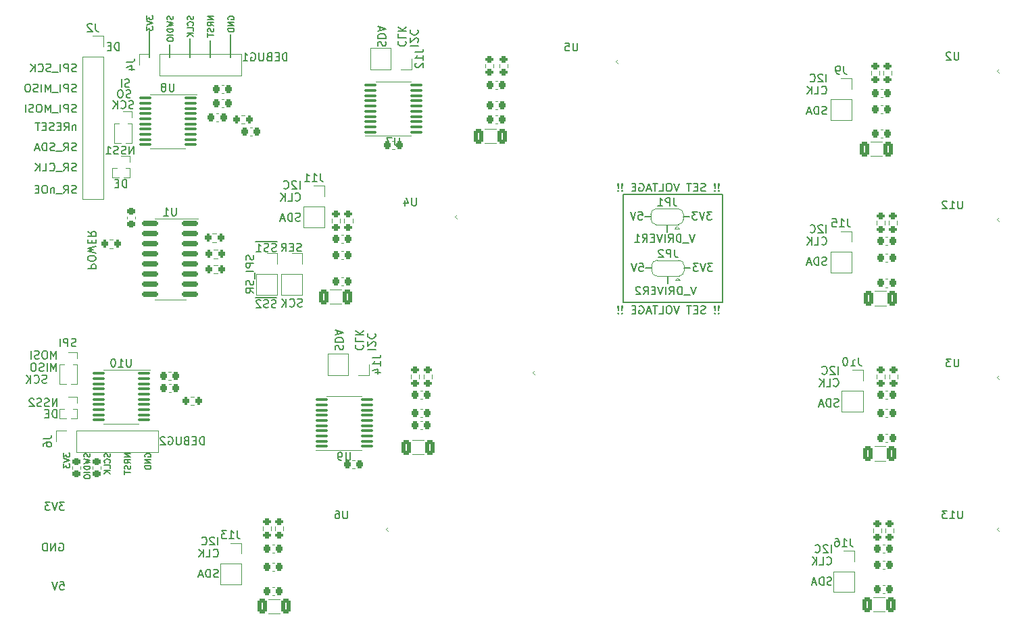
<source format=gbr>
%TF.GenerationSoftware,KiCad,Pcbnew,7.0.9*%
%TF.CreationDate,2024-05-27T22:26:10+09:00*%
%TF.ProjectId,segments-2-the-absurd,7365676d-656e-4747-932d-322d7468652d,rev?*%
%TF.SameCoordinates,Original*%
%TF.FileFunction,Legend,Bot*%
%TF.FilePolarity,Positive*%
%FSLAX46Y46*%
G04 Gerber Fmt 4.6, Leading zero omitted, Abs format (unit mm)*
G04 Created by KiCad (PCBNEW 7.0.9) date 2024-05-27 22:26:10*
%MOMM*%
%LPD*%
G01*
G04 APERTURE LIST*
G04 Aperture macros list*
%AMRoundRect*
0 Rectangle with rounded corners*
0 $1 Rounding radius*
0 $2 $3 $4 $5 $6 $7 $8 $9 X,Y pos of 4 corners*
0 Add a 4 corners polygon primitive as box body*
4,1,4,$2,$3,$4,$5,$6,$7,$8,$9,$2,$3,0*
0 Add four circle primitives for the rounded corners*
1,1,$1+$1,$2,$3*
1,1,$1+$1,$4,$5*
1,1,$1+$1,$6,$7*
1,1,$1+$1,$8,$9*
0 Add four rect primitives between the rounded corners*
20,1,$1+$1,$2,$3,$4,$5,0*
20,1,$1+$1,$4,$5,$6,$7,0*
20,1,$1+$1,$6,$7,$8,$9,0*
20,1,$1+$1,$8,$9,$2,$3,0*%
%AMFreePoly0*
4,1,19,0.550000,-0.750000,0.000000,-0.750000,0.000000,-0.744911,-0.071157,-0.744911,-0.207708,-0.704816,-0.327430,-0.627875,-0.420627,-0.520320,-0.479746,-0.390866,-0.500000,-0.250000,-0.500000,0.250000,-0.479746,0.390866,-0.420627,0.520320,-0.327430,0.627875,-0.207708,0.704816,-0.071157,0.744911,0.000000,0.744911,0.000000,0.750000,0.550000,0.750000,0.550000,-0.750000,0.550000,-0.750000,
$1*%
%AMFreePoly1*
4,1,19,0.000000,0.744911,0.071157,0.744911,0.207708,0.704816,0.327430,0.627875,0.420627,0.520320,0.479746,0.390866,0.500000,0.250000,0.500000,-0.250000,0.479746,-0.390866,0.420627,-0.520320,0.327430,-0.627875,0.207708,-0.704816,0.071157,-0.744911,0.000000,-0.744911,0.000000,-0.750000,-0.550000,-0.750000,-0.550000,0.750000,0.000000,0.750000,0.000000,0.744911,0.000000,0.744911,
$1*%
G04 Aperture macros list end*
%ADD10C,0.150000*%
%ADD11C,0.153000*%
%ADD12C,0.120000*%
%ADD13R,1.100000X1.100000*%
%ADD14C,1.100000*%
%ADD15C,3.000000*%
%ADD16R,3.000000X3.000000*%
%ADD17RoundRect,0.250000X0.325000X0.650000X-0.325000X0.650000X-0.325000X-0.650000X0.325000X-0.650000X0*%
%ADD18RoundRect,0.225000X0.225000X0.250000X-0.225000X0.250000X-0.225000X-0.250000X0.225000X-0.250000X0*%
%ADD19R,2.000000X0.600000*%
%ADD20RoundRect,0.225000X-0.250000X0.225000X-0.250000X-0.225000X0.250000X-0.225000X0.250000X0.225000X0*%
%ADD21R,1.000000X1.000000*%
%ADD22O,1.000000X1.000000*%
%ADD23RoundRect,0.200000X-0.275000X0.200000X-0.275000X-0.200000X0.275000X-0.200000X0.275000X0.200000X0*%
%ADD24RoundRect,0.100000X-0.637500X-0.100000X0.637500X-0.100000X0.637500X0.100000X-0.637500X0.100000X0*%
%ADD25R,1.700000X1.700000*%
%ADD26O,1.700000X1.700000*%
%ADD27RoundRect,0.225000X-0.225000X-0.250000X0.225000X-0.250000X0.225000X0.250000X-0.225000X0.250000X0*%
%ADD28RoundRect,0.200000X0.200000X0.275000X-0.200000X0.275000X-0.200000X-0.275000X0.200000X-0.275000X0*%
%ADD29RoundRect,0.225000X0.250000X-0.225000X0.250000X0.225000X-0.250000X0.225000X-0.250000X-0.225000X0*%
%ADD30RoundRect,0.150000X0.850000X0.150000X-0.850000X0.150000X-0.850000X-0.150000X0.850000X-0.150000X0*%
%ADD31RoundRect,0.200000X-0.200000X-0.275000X0.200000X-0.275000X0.200000X0.275000X-0.200000X0.275000X0*%
%ADD32RoundRect,0.100000X0.637500X0.100000X-0.637500X0.100000X-0.637500X-0.100000X0.637500X-0.100000X0*%
%ADD33FreePoly0,180.000000*%
%ADD34R,1.000000X1.500000*%
%ADD35FreePoly1,180.000000*%
G04 APERTURE END LIST*
D10*
X228346000Y-106172000D02*
X228346000Y-102870000D01*
X225806000Y-106045000D02*
X225806000Y-103632000D01*
X280319000Y-132207000D02*
X281063000Y-132207000D01*
X277495000Y-122936000D02*
X289941000Y-122936000D01*
X289941000Y-136525000D01*
X277495000Y-136525000D01*
X277495000Y-122936000D01*
X280222000Y-125746000D02*
X280966000Y-125746000D01*
X283016000Y-127651000D02*
X283016000Y-126746000D01*
X218186000Y-105791000D02*
X218186000Y-102489000D01*
X220726000Y-106045000D02*
X220726000Y-104140000D01*
X285907000Y-132207000D02*
X285163000Y-132207000D01*
X285810000Y-125746000D02*
X285066000Y-125746000D01*
X223266000Y-106045000D02*
X223266000Y-103378000D01*
X283113000Y-134112000D02*
X283113000Y-133207000D01*
D11*
X221098544Y-100573514D02*
X221134258Y-100680657D01*
X221134258Y-100680657D02*
X221134258Y-100859228D01*
X221134258Y-100859228D02*
X221098544Y-100930657D01*
X221098544Y-100930657D02*
X221062829Y-100966371D01*
X221062829Y-100966371D02*
X220991401Y-101002085D01*
X220991401Y-101002085D02*
X220919972Y-101002085D01*
X220919972Y-101002085D02*
X220848544Y-100966371D01*
X220848544Y-100966371D02*
X220812829Y-100930657D01*
X220812829Y-100930657D02*
X220777115Y-100859228D01*
X220777115Y-100859228D02*
X220741401Y-100716371D01*
X220741401Y-100716371D02*
X220705686Y-100644942D01*
X220705686Y-100644942D02*
X220669972Y-100609228D01*
X220669972Y-100609228D02*
X220598544Y-100573514D01*
X220598544Y-100573514D02*
X220527115Y-100573514D01*
X220527115Y-100573514D02*
X220455686Y-100609228D01*
X220455686Y-100609228D02*
X220419972Y-100644942D01*
X220419972Y-100644942D02*
X220384258Y-100716371D01*
X220384258Y-100716371D02*
X220384258Y-100894942D01*
X220384258Y-100894942D02*
X220419972Y-101002085D01*
X220384258Y-101252085D02*
X221134258Y-101430657D01*
X221134258Y-101430657D02*
X220598544Y-101573514D01*
X220598544Y-101573514D02*
X221134258Y-101716371D01*
X221134258Y-101716371D02*
X220384258Y-101894943D01*
X221134258Y-102180657D02*
X220384258Y-102180657D01*
X220384258Y-102180657D02*
X220384258Y-102359228D01*
X220384258Y-102359228D02*
X220419972Y-102466371D01*
X220419972Y-102466371D02*
X220491401Y-102537800D01*
X220491401Y-102537800D02*
X220562829Y-102573514D01*
X220562829Y-102573514D02*
X220705686Y-102609228D01*
X220705686Y-102609228D02*
X220812829Y-102609228D01*
X220812829Y-102609228D02*
X220955686Y-102573514D01*
X220955686Y-102573514D02*
X221027115Y-102537800D01*
X221027115Y-102537800D02*
X221098544Y-102466371D01*
X221098544Y-102466371D02*
X221134258Y-102359228D01*
X221134258Y-102359228D02*
X221134258Y-102180657D01*
X221134258Y-102930657D02*
X220384258Y-102930657D01*
X220384258Y-103430657D02*
X220384258Y-103573514D01*
X220384258Y-103573514D02*
X220419972Y-103644943D01*
X220419972Y-103644943D02*
X220491401Y-103716371D01*
X220491401Y-103716371D02*
X220634258Y-103752086D01*
X220634258Y-103752086D02*
X220884258Y-103752086D01*
X220884258Y-103752086D02*
X221027115Y-103716371D01*
X221027115Y-103716371D02*
X221098544Y-103644943D01*
X221098544Y-103644943D02*
X221134258Y-103573514D01*
X221134258Y-103573514D02*
X221134258Y-103430657D01*
X221134258Y-103430657D02*
X221098544Y-103359229D01*
X221098544Y-103359229D02*
X221027115Y-103287800D01*
X221027115Y-103287800D02*
X220884258Y-103252086D01*
X220884258Y-103252086D02*
X220634258Y-103252086D01*
X220634258Y-103252086D02*
X220491401Y-103287800D01*
X220491401Y-103287800D02*
X220419972Y-103359229D01*
X220419972Y-103359229D02*
X220384258Y-103430657D01*
X245494336Y-142409247D02*
X246494336Y-142409247D01*
X246399098Y-141980676D02*
X246446717Y-141933057D01*
X246446717Y-141933057D02*
X246494336Y-141837819D01*
X246494336Y-141837819D02*
X246494336Y-141599724D01*
X246494336Y-141599724D02*
X246446717Y-141504486D01*
X246446717Y-141504486D02*
X246399098Y-141456867D01*
X246399098Y-141456867D02*
X246303860Y-141409248D01*
X246303860Y-141409248D02*
X246208622Y-141409248D01*
X246208622Y-141409248D02*
X246065765Y-141456867D01*
X246065765Y-141456867D02*
X245494336Y-142028295D01*
X245494336Y-142028295D02*
X245494336Y-141409248D01*
X245589575Y-140409248D02*
X245541956Y-140456867D01*
X245541956Y-140456867D02*
X245494336Y-140599724D01*
X245494336Y-140599724D02*
X245494336Y-140694962D01*
X245494336Y-140694962D02*
X245541956Y-140837819D01*
X245541956Y-140837819D02*
X245637194Y-140933057D01*
X245637194Y-140933057D02*
X245732432Y-140980676D01*
X245732432Y-140980676D02*
X245922908Y-141028295D01*
X245922908Y-141028295D02*
X246065765Y-141028295D01*
X246065765Y-141028295D02*
X246256241Y-140980676D01*
X246256241Y-140980676D02*
X246351479Y-140933057D01*
X246351479Y-140933057D02*
X246446717Y-140837819D01*
X246446717Y-140837819D02*
X246494336Y-140694962D01*
X246494336Y-140694962D02*
X246494336Y-140599724D01*
X246494336Y-140599724D02*
X246446717Y-140456867D01*
X246446717Y-140456867D02*
X246399098Y-140409248D01*
X302984866Y-112852044D02*
X302842009Y-112899663D01*
X302842009Y-112899663D02*
X302603914Y-112899663D01*
X302603914Y-112899663D02*
X302508676Y-112852044D01*
X302508676Y-112852044D02*
X302461057Y-112804424D01*
X302461057Y-112804424D02*
X302413438Y-112709186D01*
X302413438Y-112709186D02*
X302413438Y-112613948D01*
X302413438Y-112613948D02*
X302461057Y-112518710D01*
X302461057Y-112518710D02*
X302508676Y-112471091D01*
X302508676Y-112471091D02*
X302603914Y-112423472D01*
X302603914Y-112423472D02*
X302794390Y-112375853D01*
X302794390Y-112375853D02*
X302889628Y-112328234D01*
X302889628Y-112328234D02*
X302937247Y-112280615D01*
X302937247Y-112280615D02*
X302984866Y-112185377D01*
X302984866Y-112185377D02*
X302984866Y-112090139D01*
X302984866Y-112090139D02*
X302937247Y-111994901D01*
X302937247Y-111994901D02*
X302889628Y-111947282D01*
X302889628Y-111947282D02*
X302794390Y-111899663D01*
X302794390Y-111899663D02*
X302556295Y-111899663D01*
X302556295Y-111899663D02*
X302413438Y-111947282D01*
X301984866Y-112899663D02*
X301984866Y-111899663D01*
X301984866Y-111899663D02*
X301746771Y-111899663D01*
X301746771Y-111899663D02*
X301603914Y-111947282D01*
X301603914Y-111947282D02*
X301508676Y-112042520D01*
X301508676Y-112042520D02*
X301461057Y-112137758D01*
X301461057Y-112137758D02*
X301413438Y-112328234D01*
X301413438Y-112328234D02*
X301413438Y-112471091D01*
X301413438Y-112471091D02*
X301461057Y-112661567D01*
X301461057Y-112661567D02*
X301508676Y-112756805D01*
X301508676Y-112756805D02*
X301603914Y-112852044D01*
X301603914Y-112852044D02*
X301746771Y-112899663D01*
X301746771Y-112899663D02*
X301984866Y-112899663D01*
X301032485Y-112613948D02*
X300556295Y-112613948D01*
X301127723Y-112899663D02*
X300794390Y-111899663D01*
X300794390Y-111899663D02*
X300461057Y-112899663D01*
X237046466Y-126263244D02*
X236903609Y-126310863D01*
X236903609Y-126310863D02*
X236665514Y-126310863D01*
X236665514Y-126310863D02*
X236570276Y-126263244D01*
X236570276Y-126263244D02*
X236522657Y-126215624D01*
X236522657Y-126215624D02*
X236475038Y-126120386D01*
X236475038Y-126120386D02*
X236475038Y-126025148D01*
X236475038Y-126025148D02*
X236522657Y-125929910D01*
X236522657Y-125929910D02*
X236570276Y-125882291D01*
X236570276Y-125882291D02*
X236665514Y-125834672D01*
X236665514Y-125834672D02*
X236855990Y-125787053D01*
X236855990Y-125787053D02*
X236951228Y-125739434D01*
X236951228Y-125739434D02*
X236998847Y-125691815D01*
X236998847Y-125691815D02*
X237046466Y-125596577D01*
X237046466Y-125596577D02*
X237046466Y-125501339D01*
X237046466Y-125501339D02*
X236998847Y-125406101D01*
X236998847Y-125406101D02*
X236951228Y-125358482D01*
X236951228Y-125358482D02*
X236855990Y-125310863D01*
X236855990Y-125310863D02*
X236617895Y-125310863D01*
X236617895Y-125310863D02*
X236475038Y-125358482D01*
X236046466Y-126310863D02*
X236046466Y-125310863D01*
X236046466Y-125310863D02*
X235808371Y-125310863D01*
X235808371Y-125310863D02*
X235665514Y-125358482D01*
X235665514Y-125358482D02*
X235570276Y-125453720D01*
X235570276Y-125453720D02*
X235522657Y-125548958D01*
X235522657Y-125548958D02*
X235475038Y-125739434D01*
X235475038Y-125739434D02*
X235475038Y-125882291D01*
X235475038Y-125882291D02*
X235522657Y-126072767D01*
X235522657Y-126072767D02*
X235570276Y-126168005D01*
X235570276Y-126168005D02*
X235665514Y-126263244D01*
X235665514Y-126263244D02*
X235808371Y-126310863D01*
X235808371Y-126310863D02*
X236046466Y-126310863D01*
X235094085Y-126025148D02*
X234617895Y-126025148D01*
X235189323Y-126310863D02*
X234855990Y-125310863D01*
X234855990Y-125310863D02*
X234522657Y-126310863D01*
D10*
X206860611Y-166735238D02*
X206955849Y-166687619D01*
X206955849Y-166687619D02*
X207098706Y-166687619D01*
X207098706Y-166687619D02*
X207241563Y-166735238D01*
X207241563Y-166735238D02*
X207336801Y-166830476D01*
X207336801Y-166830476D02*
X207384420Y-166925714D01*
X207384420Y-166925714D02*
X207432039Y-167116190D01*
X207432039Y-167116190D02*
X207432039Y-167259047D01*
X207432039Y-167259047D02*
X207384420Y-167449523D01*
X207384420Y-167449523D02*
X207336801Y-167544761D01*
X207336801Y-167544761D02*
X207241563Y-167640000D01*
X207241563Y-167640000D02*
X207098706Y-167687619D01*
X207098706Y-167687619D02*
X207003468Y-167687619D01*
X207003468Y-167687619D02*
X206860611Y-167640000D01*
X206860611Y-167640000D02*
X206812992Y-167592380D01*
X206812992Y-167592380D02*
X206812992Y-167259047D01*
X206812992Y-167259047D02*
X207003468Y-167259047D01*
X206384420Y-167687619D02*
X206384420Y-166687619D01*
X206384420Y-166687619D02*
X205812992Y-167687619D01*
X205812992Y-167687619D02*
X205812992Y-166687619D01*
X205336801Y-167687619D02*
X205336801Y-166687619D01*
X205336801Y-166687619D02*
X205098706Y-166687619D01*
X205098706Y-166687619D02*
X204955849Y-166735238D01*
X204955849Y-166735238D02*
X204860611Y-166830476D01*
X204860611Y-166830476D02*
X204812992Y-166925714D01*
X204812992Y-166925714D02*
X204765373Y-167116190D01*
X204765373Y-167116190D02*
X204765373Y-167259047D01*
X204765373Y-167259047D02*
X204812992Y-167449523D01*
X204812992Y-167449523D02*
X204860611Y-167544761D01*
X204860611Y-167544761D02*
X204955849Y-167640000D01*
X204955849Y-167640000D02*
X205098706Y-167687619D01*
X205098706Y-167687619D02*
X205336801Y-167687619D01*
D11*
X223638544Y-100573514D02*
X223674258Y-100680657D01*
X223674258Y-100680657D02*
X223674258Y-100859228D01*
X223674258Y-100859228D02*
X223638544Y-100930657D01*
X223638544Y-100930657D02*
X223602829Y-100966371D01*
X223602829Y-100966371D02*
X223531401Y-101002085D01*
X223531401Y-101002085D02*
X223459972Y-101002085D01*
X223459972Y-101002085D02*
X223388544Y-100966371D01*
X223388544Y-100966371D02*
X223352829Y-100930657D01*
X223352829Y-100930657D02*
X223317115Y-100859228D01*
X223317115Y-100859228D02*
X223281401Y-100716371D01*
X223281401Y-100716371D02*
X223245686Y-100644942D01*
X223245686Y-100644942D02*
X223209972Y-100609228D01*
X223209972Y-100609228D02*
X223138544Y-100573514D01*
X223138544Y-100573514D02*
X223067115Y-100573514D01*
X223067115Y-100573514D02*
X222995686Y-100609228D01*
X222995686Y-100609228D02*
X222959972Y-100644942D01*
X222959972Y-100644942D02*
X222924258Y-100716371D01*
X222924258Y-100716371D02*
X222924258Y-100894942D01*
X222924258Y-100894942D02*
X222959972Y-101002085D01*
X223602829Y-101752085D02*
X223638544Y-101716371D01*
X223638544Y-101716371D02*
X223674258Y-101609228D01*
X223674258Y-101609228D02*
X223674258Y-101537800D01*
X223674258Y-101537800D02*
X223638544Y-101430657D01*
X223638544Y-101430657D02*
X223567115Y-101359228D01*
X223567115Y-101359228D02*
X223495686Y-101323514D01*
X223495686Y-101323514D02*
X223352829Y-101287800D01*
X223352829Y-101287800D02*
X223245686Y-101287800D01*
X223245686Y-101287800D02*
X223102829Y-101323514D01*
X223102829Y-101323514D02*
X223031401Y-101359228D01*
X223031401Y-101359228D02*
X222959972Y-101430657D01*
X222959972Y-101430657D02*
X222924258Y-101537800D01*
X222924258Y-101537800D02*
X222924258Y-101609228D01*
X222924258Y-101609228D02*
X222959972Y-101716371D01*
X222959972Y-101716371D02*
X222995686Y-101752085D01*
X223674258Y-102430657D02*
X223674258Y-102073514D01*
X223674258Y-102073514D02*
X222924258Y-102073514D01*
X223674258Y-102680657D02*
X222924258Y-102680657D01*
X223674258Y-103109228D02*
X223245686Y-102787800D01*
X222924258Y-103109228D02*
X223352829Y-102680657D01*
X216167666Y-112140844D02*
X216024809Y-112188463D01*
X216024809Y-112188463D02*
X215786714Y-112188463D01*
X215786714Y-112188463D02*
X215691476Y-112140844D01*
X215691476Y-112140844D02*
X215643857Y-112093224D01*
X215643857Y-112093224D02*
X215596238Y-111997986D01*
X215596238Y-111997986D02*
X215596238Y-111902748D01*
X215596238Y-111902748D02*
X215643857Y-111807510D01*
X215643857Y-111807510D02*
X215691476Y-111759891D01*
X215691476Y-111759891D02*
X215786714Y-111712272D01*
X215786714Y-111712272D02*
X215977190Y-111664653D01*
X215977190Y-111664653D02*
X216072428Y-111617034D01*
X216072428Y-111617034D02*
X216120047Y-111569415D01*
X216120047Y-111569415D02*
X216167666Y-111474177D01*
X216167666Y-111474177D02*
X216167666Y-111378939D01*
X216167666Y-111378939D02*
X216120047Y-111283701D01*
X216120047Y-111283701D02*
X216072428Y-111236082D01*
X216072428Y-111236082D02*
X215977190Y-111188463D01*
X215977190Y-111188463D02*
X215739095Y-111188463D01*
X215739095Y-111188463D02*
X215596238Y-111236082D01*
X214596238Y-112093224D02*
X214643857Y-112140844D01*
X214643857Y-112140844D02*
X214786714Y-112188463D01*
X214786714Y-112188463D02*
X214881952Y-112188463D01*
X214881952Y-112188463D02*
X215024809Y-112140844D01*
X215024809Y-112140844D02*
X215120047Y-112045605D01*
X215120047Y-112045605D02*
X215167666Y-111950367D01*
X215167666Y-111950367D02*
X215215285Y-111759891D01*
X215215285Y-111759891D02*
X215215285Y-111617034D01*
X215215285Y-111617034D02*
X215167666Y-111426558D01*
X215167666Y-111426558D02*
X215120047Y-111331320D01*
X215120047Y-111331320D02*
X215024809Y-111236082D01*
X215024809Y-111236082D02*
X214881952Y-111188463D01*
X214881952Y-111188463D02*
X214786714Y-111188463D01*
X214786714Y-111188463D02*
X214643857Y-111236082D01*
X214643857Y-111236082D02*
X214596238Y-111283701D01*
X214167666Y-112188463D02*
X214167666Y-111188463D01*
X213596238Y-112188463D02*
X214024809Y-111617034D01*
X213596238Y-111188463D02*
X214167666Y-111759891D01*
D10*
X206546220Y-150949019D02*
X206546220Y-149949019D01*
X206546220Y-149949019D02*
X206308125Y-149949019D01*
X206308125Y-149949019D02*
X206165268Y-149996638D01*
X206165268Y-149996638D02*
X206070030Y-150091876D01*
X206070030Y-150091876D02*
X206022411Y-150187114D01*
X206022411Y-150187114D02*
X205974792Y-150377590D01*
X205974792Y-150377590D02*
X205974792Y-150520447D01*
X205974792Y-150520447D02*
X206022411Y-150710923D01*
X206022411Y-150710923D02*
X206070030Y-150806161D01*
X206070030Y-150806161D02*
X206165268Y-150901400D01*
X206165268Y-150901400D02*
X206308125Y-150949019D01*
X206308125Y-150949019D02*
X206546220Y-150949019D01*
X205546220Y-150425209D02*
X205212887Y-150425209D01*
X205070030Y-150949019D02*
X205546220Y-150949019D01*
X205546220Y-150949019D02*
X205546220Y-149949019D01*
X205546220Y-149949019D02*
X205070030Y-149949019D01*
D11*
X304483466Y-149529644D02*
X304340609Y-149577263D01*
X304340609Y-149577263D02*
X304102514Y-149577263D01*
X304102514Y-149577263D02*
X304007276Y-149529644D01*
X304007276Y-149529644D02*
X303959657Y-149482024D01*
X303959657Y-149482024D02*
X303912038Y-149386786D01*
X303912038Y-149386786D02*
X303912038Y-149291548D01*
X303912038Y-149291548D02*
X303959657Y-149196310D01*
X303959657Y-149196310D02*
X304007276Y-149148691D01*
X304007276Y-149148691D02*
X304102514Y-149101072D01*
X304102514Y-149101072D02*
X304292990Y-149053453D01*
X304292990Y-149053453D02*
X304388228Y-149005834D01*
X304388228Y-149005834D02*
X304435847Y-148958215D01*
X304435847Y-148958215D02*
X304483466Y-148862977D01*
X304483466Y-148862977D02*
X304483466Y-148767739D01*
X304483466Y-148767739D02*
X304435847Y-148672501D01*
X304435847Y-148672501D02*
X304388228Y-148624882D01*
X304388228Y-148624882D02*
X304292990Y-148577263D01*
X304292990Y-148577263D02*
X304054895Y-148577263D01*
X304054895Y-148577263D02*
X303912038Y-148624882D01*
X303483466Y-149577263D02*
X303483466Y-148577263D01*
X303483466Y-148577263D02*
X303245371Y-148577263D01*
X303245371Y-148577263D02*
X303102514Y-148624882D01*
X303102514Y-148624882D02*
X303007276Y-148720120D01*
X303007276Y-148720120D02*
X302959657Y-148815358D01*
X302959657Y-148815358D02*
X302912038Y-149005834D01*
X302912038Y-149005834D02*
X302912038Y-149148691D01*
X302912038Y-149148691D02*
X302959657Y-149339167D01*
X302959657Y-149339167D02*
X303007276Y-149434405D01*
X303007276Y-149434405D02*
X303102514Y-149529644D01*
X303102514Y-149529644D02*
X303245371Y-149577263D01*
X303245371Y-149577263D02*
X303483466Y-149577263D01*
X302531085Y-149291548D02*
X302054895Y-149291548D01*
X302626323Y-149577263D02*
X302292990Y-148577263D01*
X302292990Y-148577263D02*
X301959657Y-149577263D01*
D10*
X209006839Y-110058200D02*
X208863982Y-110105819D01*
X208863982Y-110105819D02*
X208625887Y-110105819D01*
X208625887Y-110105819D02*
X208530649Y-110058200D01*
X208530649Y-110058200D02*
X208483030Y-110010580D01*
X208483030Y-110010580D02*
X208435411Y-109915342D01*
X208435411Y-109915342D02*
X208435411Y-109820104D01*
X208435411Y-109820104D02*
X208483030Y-109724866D01*
X208483030Y-109724866D02*
X208530649Y-109677247D01*
X208530649Y-109677247D02*
X208625887Y-109629628D01*
X208625887Y-109629628D02*
X208816363Y-109582009D01*
X208816363Y-109582009D02*
X208911601Y-109534390D01*
X208911601Y-109534390D02*
X208959220Y-109486771D01*
X208959220Y-109486771D02*
X209006839Y-109391533D01*
X209006839Y-109391533D02*
X209006839Y-109296295D01*
X209006839Y-109296295D02*
X208959220Y-109201057D01*
X208959220Y-109201057D02*
X208911601Y-109153438D01*
X208911601Y-109153438D02*
X208816363Y-109105819D01*
X208816363Y-109105819D02*
X208578268Y-109105819D01*
X208578268Y-109105819D02*
X208435411Y-109153438D01*
X208006839Y-110105819D02*
X208006839Y-109105819D01*
X208006839Y-109105819D02*
X207625887Y-109105819D01*
X207625887Y-109105819D02*
X207530649Y-109153438D01*
X207530649Y-109153438D02*
X207483030Y-109201057D01*
X207483030Y-109201057D02*
X207435411Y-109296295D01*
X207435411Y-109296295D02*
X207435411Y-109439152D01*
X207435411Y-109439152D02*
X207483030Y-109534390D01*
X207483030Y-109534390D02*
X207530649Y-109582009D01*
X207530649Y-109582009D02*
X207625887Y-109629628D01*
X207625887Y-109629628D02*
X208006839Y-109629628D01*
X207006839Y-110105819D02*
X207006839Y-109105819D01*
X206768745Y-110201057D02*
X206006840Y-110201057D01*
X205768744Y-110105819D02*
X205768744Y-109105819D01*
X205768744Y-109105819D02*
X205435411Y-109820104D01*
X205435411Y-109820104D02*
X205102078Y-109105819D01*
X205102078Y-109105819D02*
X205102078Y-110105819D01*
X204625887Y-110105819D02*
X204625887Y-109105819D01*
X204197316Y-110058200D02*
X204054459Y-110105819D01*
X204054459Y-110105819D02*
X203816364Y-110105819D01*
X203816364Y-110105819D02*
X203721126Y-110058200D01*
X203721126Y-110058200D02*
X203673507Y-110010580D01*
X203673507Y-110010580D02*
X203625888Y-109915342D01*
X203625888Y-109915342D02*
X203625888Y-109820104D01*
X203625888Y-109820104D02*
X203673507Y-109724866D01*
X203673507Y-109724866D02*
X203721126Y-109677247D01*
X203721126Y-109677247D02*
X203816364Y-109629628D01*
X203816364Y-109629628D02*
X204006840Y-109582009D01*
X204006840Y-109582009D02*
X204102078Y-109534390D01*
X204102078Y-109534390D02*
X204149697Y-109486771D01*
X204149697Y-109486771D02*
X204197316Y-109391533D01*
X204197316Y-109391533D02*
X204197316Y-109296295D01*
X204197316Y-109296295D02*
X204149697Y-109201057D01*
X204149697Y-109201057D02*
X204102078Y-109153438D01*
X204102078Y-109153438D02*
X204006840Y-109105819D01*
X204006840Y-109105819D02*
X203768745Y-109105819D01*
X203768745Y-109105819D02*
X203625888Y-109153438D01*
X203006840Y-109105819D02*
X202816364Y-109105819D01*
X202816364Y-109105819D02*
X202721126Y-109153438D01*
X202721126Y-109153438D02*
X202625888Y-109248676D01*
X202625888Y-109248676D02*
X202578269Y-109439152D01*
X202578269Y-109439152D02*
X202578269Y-109772485D01*
X202578269Y-109772485D02*
X202625888Y-109962961D01*
X202625888Y-109962961D02*
X202721126Y-110058200D01*
X202721126Y-110058200D02*
X202816364Y-110105819D01*
X202816364Y-110105819D02*
X203006840Y-110105819D01*
X203006840Y-110105819D02*
X203102078Y-110058200D01*
X203102078Y-110058200D02*
X203197316Y-109962961D01*
X203197316Y-109962961D02*
X203244935Y-109772485D01*
X203244935Y-109772485D02*
X203244935Y-109439152D01*
X203244935Y-109439152D02*
X203197316Y-109248676D01*
X203197316Y-109248676D02*
X203102078Y-109153438D01*
X203102078Y-109153438D02*
X203006840Y-109105819D01*
D11*
X241477956Y-142456866D02*
X241430336Y-142314009D01*
X241430336Y-142314009D02*
X241430336Y-142075914D01*
X241430336Y-142075914D02*
X241477956Y-141980676D01*
X241477956Y-141980676D02*
X241525575Y-141933057D01*
X241525575Y-141933057D02*
X241620813Y-141885438D01*
X241620813Y-141885438D02*
X241716051Y-141885438D01*
X241716051Y-141885438D02*
X241811289Y-141933057D01*
X241811289Y-141933057D02*
X241858908Y-141980676D01*
X241858908Y-141980676D02*
X241906527Y-142075914D01*
X241906527Y-142075914D02*
X241954146Y-142266390D01*
X241954146Y-142266390D02*
X242001765Y-142361628D01*
X242001765Y-142361628D02*
X242049384Y-142409247D01*
X242049384Y-142409247D02*
X242144622Y-142456866D01*
X242144622Y-142456866D02*
X242239860Y-142456866D01*
X242239860Y-142456866D02*
X242335098Y-142409247D01*
X242335098Y-142409247D02*
X242382717Y-142361628D01*
X242382717Y-142361628D02*
X242430336Y-142266390D01*
X242430336Y-142266390D02*
X242430336Y-142028295D01*
X242430336Y-142028295D02*
X242382717Y-141885438D01*
X241430336Y-141456866D02*
X242430336Y-141456866D01*
X242430336Y-141456866D02*
X242430336Y-141218771D01*
X242430336Y-141218771D02*
X242382717Y-141075914D01*
X242382717Y-141075914D02*
X242287479Y-140980676D01*
X242287479Y-140980676D02*
X242192241Y-140933057D01*
X242192241Y-140933057D02*
X242001765Y-140885438D01*
X242001765Y-140885438D02*
X241858908Y-140885438D01*
X241858908Y-140885438D02*
X241668432Y-140933057D01*
X241668432Y-140933057D02*
X241573194Y-140980676D01*
X241573194Y-140980676D02*
X241477956Y-141075914D01*
X241477956Y-141075914D02*
X241430336Y-141218771D01*
X241430336Y-141218771D02*
X241430336Y-141456866D01*
X241716051Y-140504485D02*
X241716051Y-140028295D01*
X241430336Y-140599723D02*
X242430336Y-140266390D01*
X242430336Y-140266390D02*
X241430336Y-139933057D01*
X246811956Y-104356866D02*
X246764336Y-104214009D01*
X246764336Y-104214009D02*
X246764336Y-103975914D01*
X246764336Y-103975914D02*
X246811956Y-103880676D01*
X246811956Y-103880676D02*
X246859575Y-103833057D01*
X246859575Y-103833057D02*
X246954813Y-103785438D01*
X246954813Y-103785438D02*
X247050051Y-103785438D01*
X247050051Y-103785438D02*
X247145289Y-103833057D01*
X247145289Y-103833057D02*
X247192908Y-103880676D01*
X247192908Y-103880676D02*
X247240527Y-103975914D01*
X247240527Y-103975914D02*
X247288146Y-104166390D01*
X247288146Y-104166390D02*
X247335765Y-104261628D01*
X247335765Y-104261628D02*
X247383384Y-104309247D01*
X247383384Y-104309247D02*
X247478622Y-104356866D01*
X247478622Y-104356866D02*
X247573860Y-104356866D01*
X247573860Y-104356866D02*
X247669098Y-104309247D01*
X247669098Y-104309247D02*
X247716717Y-104261628D01*
X247716717Y-104261628D02*
X247764336Y-104166390D01*
X247764336Y-104166390D02*
X247764336Y-103928295D01*
X247764336Y-103928295D02*
X247716717Y-103785438D01*
X246764336Y-103356866D02*
X247764336Y-103356866D01*
X247764336Y-103356866D02*
X247764336Y-103118771D01*
X247764336Y-103118771D02*
X247716717Y-102975914D01*
X247716717Y-102975914D02*
X247621479Y-102880676D01*
X247621479Y-102880676D02*
X247526241Y-102833057D01*
X247526241Y-102833057D02*
X247335765Y-102785438D01*
X247335765Y-102785438D02*
X247192908Y-102785438D01*
X247192908Y-102785438D02*
X247002432Y-102833057D01*
X247002432Y-102833057D02*
X246907194Y-102880676D01*
X246907194Y-102880676D02*
X246811956Y-102975914D01*
X246811956Y-102975914D02*
X246764336Y-103118771D01*
X246764336Y-103118771D02*
X246764336Y-103356866D01*
X247050051Y-102404485D02*
X247050051Y-101928295D01*
X246764336Y-102499723D02*
X247764336Y-102166390D01*
X247764336Y-102166390D02*
X246764336Y-101833057D01*
D10*
X286620077Y-134505819D02*
X286286744Y-135505819D01*
X286286744Y-135505819D02*
X285953411Y-134505819D01*
X285858173Y-135601057D02*
X285096268Y-135601057D01*
X284858172Y-135505819D02*
X284858172Y-134505819D01*
X284858172Y-134505819D02*
X284620077Y-134505819D01*
X284620077Y-134505819D02*
X284477220Y-134553438D01*
X284477220Y-134553438D02*
X284381982Y-134648676D01*
X284381982Y-134648676D02*
X284334363Y-134743914D01*
X284334363Y-134743914D02*
X284286744Y-134934390D01*
X284286744Y-134934390D02*
X284286744Y-135077247D01*
X284286744Y-135077247D02*
X284334363Y-135267723D01*
X284334363Y-135267723D02*
X284381982Y-135362961D01*
X284381982Y-135362961D02*
X284477220Y-135458200D01*
X284477220Y-135458200D02*
X284620077Y-135505819D01*
X284620077Y-135505819D02*
X284858172Y-135505819D01*
X283286744Y-135505819D02*
X283620077Y-135029628D01*
X283858172Y-135505819D02*
X283858172Y-134505819D01*
X283858172Y-134505819D02*
X283477220Y-134505819D01*
X283477220Y-134505819D02*
X283381982Y-134553438D01*
X283381982Y-134553438D02*
X283334363Y-134601057D01*
X283334363Y-134601057D02*
X283286744Y-134696295D01*
X283286744Y-134696295D02*
X283286744Y-134839152D01*
X283286744Y-134839152D02*
X283334363Y-134934390D01*
X283334363Y-134934390D02*
X283381982Y-134982009D01*
X283381982Y-134982009D02*
X283477220Y-135029628D01*
X283477220Y-135029628D02*
X283858172Y-135029628D01*
X282858172Y-135505819D02*
X282858172Y-134505819D01*
X282524839Y-134505819D02*
X282191506Y-135505819D01*
X282191506Y-135505819D02*
X281858173Y-134505819D01*
X281524839Y-134982009D02*
X281191506Y-134982009D01*
X281048649Y-135505819D02*
X281524839Y-135505819D01*
X281524839Y-135505819D02*
X281524839Y-134505819D01*
X281524839Y-134505819D02*
X281048649Y-134505819D01*
X280048649Y-135505819D02*
X280381982Y-135029628D01*
X280620077Y-135505819D02*
X280620077Y-134505819D01*
X280620077Y-134505819D02*
X280239125Y-134505819D01*
X280239125Y-134505819D02*
X280143887Y-134553438D01*
X280143887Y-134553438D02*
X280096268Y-134601057D01*
X280096268Y-134601057D02*
X280048649Y-134696295D01*
X280048649Y-134696295D02*
X280048649Y-134839152D01*
X280048649Y-134839152D02*
X280096268Y-134934390D01*
X280096268Y-134934390D02*
X280143887Y-134982009D01*
X280143887Y-134982009D02*
X280239125Y-135029628D01*
X280239125Y-135029628D02*
X280620077Y-135029628D01*
X279667696Y-134601057D02*
X279620077Y-134553438D01*
X279620077Y-134553438D02*
X279524839Y-134505819D01*
X279524839Y-134505819D02*
X279286744Y-134505819D01*
X279286744Y-134505819D02*
X279191506Y-134553438D01*
X279191506Y-134553438D02*
X279143887Y-134601057D01*
X279143887Y-134601057D02*
X279096268Y-134696295D01*
X279096268Y-134696295D02*
X279096268Y-134791533D01*
X279096268Y-134791533D02*
X279143887Y-134934390D01*
X279143887Y-134934390D02*
X279715315Y-135505819D01*
X279715315Y-135505819D02*
X279096268Y-135505819D01*
X214369420Y-104873419D02*
X214369420Y-103873419D01*
X214369420Y-103873419D02*
X214131325Y-103873419D01*
X214131325Y-103873419D02*
X213988468Y-103921038D01*
X213988468Y-103921038D02*
X213893230Y-104016276D01*
X213893230Y-104016276D02*
X213845611Y-104111514D01*
X213845611Y-104111514D02*
X213797992Y-104301990D01*
X213797992Y-104301990D02*
X213797992Y-104444847D01*
X213797992Y-104444847D02*
X213845611Y-104635323D01*
X213845611Y-104635323D02*
X213893230Y-104730561D01*
X213893230Y-104730561D02*
X213988468Y-104825800D01*
X213988468Y-104825800D02*
X214131325Y-104873419D01*
X214131325Y-104873419D02*
X214369420Y-104873419D01*
X213369420Y-104349609D02*
X213036087Y-104349609D01*
X212893230Y-104873419D02*
X213369420Y-104873419D01*
X213369420Y-104873419D02*
X213369420Y-103873419D01*
X213369420Y-103873419D02*
X212893230Y-103873419D01*
D11*
X208954066Y-141985844D02*
X208811209Y-142033463D01*
X208811209Y-142033463D02*
X208573114Y-142033463D01*
X208573114Y-142033463D02*
X208477876Y-141985844D01*
X208477876Y-141985844D02*
X208430257Y-141938224D01*
X208430257Y-141938224D02*
X208382638Y-141842986D01*
X208382638Y-141842986D02*
X208382638Y-141747748D01*
X208382638Y-141747748D02*
X208430257Y-141652510D01*
X208430257Y-141652510D02*
X208477876Y-141604891D01*
X208477876Y-141604891D02*
X208573114Y-141557272D01*
X208573114Y-141557272D02*
X208763590Y-141509653D01*
X208763590Y-141509653D02*
X208858828Y-141462034D01*
X208858828Y-141462034D02*
X208906447Y-141414415D01*
X208906447Y-141414415D02*
X208954066Y-141319177D01*
X208954066Y-141319177D02*
X208954066Y-141223939D01*
X208954066Y-141223939D02*
X208906447Y-141128701D01*
X208906447Y-141128701D02*
X208858828Y-141081082D01*
X208858828Y-141081082D02*
X208763590Y-141033463D01*
X208763590Y-141033463D02*
X208525495Y-141033463D01*
X208525495Y-141033463D02*
X208382638Y-141081082D01*
X207954066Y-142033463D02*
X207954066Y-141033463D01*
X207954066Y-141033463D02*
X207573114Y-141033463D01*
X207573114Y-141033463D02*
X207477876Y-141081082D01*
X207477876Y-141081082D02*
X207430257Y-141128701D01*
X207430257Y-141128701D02*
X207382638Y-141223939D01*
X207382638Y-141223939D02*
X207382638Y-141366796D01*
X207382638Y-141366796D02*
X207430257Y-141462034D01*
X207430257Y-141462034D02*
X207477876Y-141509653D01*
X207477876Y-141509653D02*
X207573114Y-141557272D01*
X207573114Y-141557272D02*
X207954066Y-141557272D01*
X206954066Y-142033463D02*
X206954066Y-141033463D01*
X215307247Y-122069063D02*
X215307247Y-121069063D01*
X215307247Y-121069063D02*
X215069152Y-121069063D01*
X215069152Y-121069063D02*
X214926295Y-121116682D01*
X214926295Y-121116682D02*
X214831057Y-121211920D01*
X214831057Y-121211920D02*
X214783438Y-121307158D01*
X214783438Y-121307158D02*
X214735819Y-121497634D01*
X214735819Y-121497634D02*
X214735819Y-121640491D01*
X214735819Y-121640491D02*
X214783438Y-121830967D01*
X214783438Y-121830967D02*
X214831057Y-121926205D01*
X214831057Y-121926205D02*
X214926295Y-122021444D01*
X214926295Y-122021444D02*
X215069152Y-122069063D01*
X215069152Y-122069063D02*
X215307247Y-122069063D01*
X214307247Y-121545253D02*
X213973914Y-121545253D01*
X213831057Y-122069063D02*
X214307247Y-122069063D01*
X214307247Y-122069063D02*
X214307247Y-121069063D01*
X214307247Y-121069063D02*
X213831057Y-121069063D01*
D10*
X225012020Y-154352619D02*
X225012020Y-153352619D01*
X225012020Y-153352619D02*
X224773925Y-153352619D01*
X224773925Y-153352619D02*
X224631068Y-153400238D01*
X224631068Y-153400238D02*
X224535830Y-153495476D01*
X224535830Y-153495476D02*
X224488211Y-153590714D01*
X224488211Y-153590714D02*
X224440592Y-153781190D01*
X224440592Y-153781190D02*
X224440592Y-153924047D01*
X224440592Y-153924047D02*
X224488211Y-154114523D01*
X224488211Y-154114523D02*
X224535830Y-154209761D01*
X224535830Y-154209761D02*
X224631068Y-154305000D01*
X224631068Y-154305000D02*
X224773925Y-154352619D01*
X224773925Y-154352619D02*
X225012020Y-154352619D01*
X224012020Y-153828809D02*
X223678687Y-153828809D01*
X223535830Y-154352619D02*
X224012020Y-154352619D01*
X224012020Y-154352619D02*
X224012020Y-153352619D01*
X224012020Y-153352619D02*
X223535830Y-153352619D01*
X222773925Y-153828809D02*
X222631068Y-153876428D01*
X222631068Y-153876428D02*
X222583449Y-153924047D01*
X222583449Y-153924047D02*
X222535830Y-154019285D01*
X222535830Y-154019285D02*
X222535830Y-154162142D01*
X222535830Y-154162142D02*
X222583449Y-154257380D01*
X222583449Y-154257380D02*
X222631068Y-154305000D01*
X222631068Y-154305000D02*
X222726306Y-154352619D01*
X222726306Y-154352619D02*
X223107258Y-154352619D01*
X223107258Y-154352619D02*
X223107258Y-153352619D01*
X223107258Y-153352619D02*
X222773925Y-153352619D01*
X222773925Y-153352619D02*
X222678687Y-153400238D01*
X222678687Y-153400238D02*
X222631068Y-153447857D01*
X222631068Y-153447857D02*
X222583449Y-153543095D01*
X222583449Y-153543095D02*
X222583449Y-153638333D01*
X222583449Y-153638333D02*
X222631068Y-153733571D01*
X222631068Y-153733571D02*
X222678687Y-153781190D01*
X222678687Y-153781190D02*
X222773925Y-153828809D01*
X222773925Y-153828809D02*
X223107258Y-153828809D01*
X222107258Y-153352619D02*
X222107258Y-154162142D01*
X222107258Y-154162142D02*
X222059639Y-154257380D01*
X222059639Y-154257380D02*
X222012020Y-154305000D01*
X222012020Y-154305000D02*
X221916782Y-154352619D01*
X221916782Y-154352619D02*
X221726306Y-154352619D01*
X221726306Y-154352619D02*
X221631068Y-154305000D01*
X221631068Y-154305000D02*
X221583449Y-154257380D01*
X221583449Y-154257380D02*
X221535830Y-154162142D01*
X221535830Y-154162142D02*
X221535830Y-153352619D01*
X220535830Y-153400238D02*
X220631068Y-153352619D01*
X220631068Y-153352619D02*
X220773925Y-153352619D01*
X220773925Y-153352619D02*
X220916782Y-153400238D01*
X220916782Y-153400238D02*
X221012020Y-153495476D01*
X221012020Y-153495476D02*
X221059639Y-153590714D01*
X221059639Y-153590714D02*
X221107258Y-153781190D01*
X221107258Y-153781190D02*
X221107258Y-153924047D01*
X221107258Y-153924047D02*
X221059639Y-154114523D01*
X221059639Y-154114523D02*
X221012020Y-154209761D01*
X221012020Y-154209761D02*
X220916782Y-154305000D01*
X220916782Y-154305000D02*
X220773925Y-154352619D01*
X220773925Y-154352619D02*
X220678687Y-154352619D01*
X220678687Y-154352619D02*
X220535830Y-154305000D01*
X220535830Y-154305000D02*
X220488211Y-154257380D01*
X220488211Y-154257380D02*
X220488211Y-153924047D01*
X220488211Y-153924047D02*
X220678687Y-153924047D01*
X220107258Y-153447857D02*
X220059639Y-153400238D01*
X220059639Y-153400238D02*
X219964401Y-153352619D01*
X219964401Y-153352619D02*
X219726306Y-153352619D01*
X219726306Y-153352619D02*
X219631068Y-153400238D01*
X219631068Y-153400238D02*
X219583449Y-153447857D01*
X219583449Y-153447857D02*
X219535830Y-153543095D01*
X219535830Y-153543095D02*
X219535830Y-153638333D01*
X219535830Y-153638333D02*
X219583449Y-153781190D01*
X219583449Y-153781190D02*
X220154877Y-154352619D01*
X220154877Y-154352619D02*
X219535830Y-154352619D01*
X209006839Y-112598200D02*
X208863982Y-112645819D01*
X208863982Y-112645819D02*
X208625887Y-112645819D01*
X208625887Y-112645819D02*
X208530649Y-112598200D01*
X208530649Y-112598200D02*
X208483030Y-112550580D01*
X208483030Y-112550580D02*
X208435411Y-112455342D01*
X208435411Y-112455342D02*
X208435411Y-112360104D01*
X208435411Y-112360104D02*
X208483030Y-112264866D01*
X208483030Y-112264866D02*
X208530649Y-112217247D01*
X208530649Y-112217247D02*
X208625887Y-112169628D01*
X208625887Y-112169628D02*
X208816363Y-112122009D01*
X208816363Y-112122009D02*
X208911601Y-112074390D01*
X208911601Y-112074390D02*
X208959220Y-112026771D01*
X208959220Y-112026771D02*
X209006839Y-111931533D01*
X209006839Y-111931533D02*
X209006839Y-111836295D01*
X209006839Y-111836295D02*
X208959220Y-111741057D01*
X208959220Y-111741057D02*
X208911601Y-111693438D01*
X208911601Y-111693438D02*
X208816363Y-111645819D01*
X208816363Y-111645819D02*
X208578268Y-111645819D01*
X208578268Y-111645819D02*
X208435411Y-111693438D01*
X208006839Y-112645819D02*
X208006839Y-111645819D01*
X208006839Y-111645819D02*
X207625887Y-111645819D01*
X207625887Y-111645819D02*
X207530649Y-111693438D01*
X207530649Y-111693438D02*
X207483030Y-111741057D01*
X207483030Y-111741057D02*
X207435411Y-111836295D01*
X207435411Y-111836295D02*
X207435411Y-111979152D01*
X207435411Y-111979152D02*
X207483030Y-112074390D01*
X207483030Y-112074390D02*
X207530649Y-112122009D01*
X207530649Y-112122009D02*
X207625887Y-112169628D01*
X207625887Y-112169628D02*
X208006839Y-112169628D01*
X207006839Y-112645819D02*
X207006839Y-111645819D01*
X206768745Y-112741057D02*
X206006840Y-112741057D01*
X205768744Y-112645819D02*
X205768744Y-111645819D01*
X205768744Y-111645819D02*
X205435411Y-112360104D01*
X205435411Y-112360104D02*
X205102078Y-111645819D01*
X205102078Y-111645819D02*
X205102078Y-112645819D01*
X204435411Y-111645819D02*
X204244935Y-111645819D01*
X204244935Y-111645819D02*
X204149697Y-111693438D01*
X204149697Y-111693438D02*
X204054459Y-111788676D01*
X204054459Y-111788676D02*
X204006840Y-111979152D01*
X204006840Y-111979152D02*
X204006840Y-112312485D01*
X204006840Y-112312485D02*
X204054459Y-112502961D01*
X204054459Y-112502961D02*
X204149697Y-112598200D01*
X204149697Y-112598200D02*
X204244935Y-112645819D01*
X204244935Y-112645819D02*
X204435411Y-112645819D01*
X204435411Y-112645819D02*
X204530649Y-112598200D01*
X204530649Y-112598200D02*
X204625887Y-112502961D01*
X204625887Y-112502961D02*
X204673506Y-112312485D01*
X204673506Y-112312485D02*
X204673506Y-111979152D01*
X204673506Y-111979152D02*
X204625887Y-111788676D01*
X204625887Y-111788676D02*
X204530649Y-111693438D01*
X204530649Y-111693438D02*
X204435411Y-111645819D01*
X203625887Y-112598200D02*
X203483030Y-112645819D01*
X203483030Y-112645819D02*
X203244935Y-112645819D01*
X203244935Y-112645819D02*
X203149697Y-112598200D01*
X203149697Y-112598200D02*
X203102078Y-112550580D01*
X203102078Y-112550580D02*
X203054459Y-112455342D01*
X203054459Y-112455342D02*
X203054459Y-112360104D01*
X203054459Y-112360104D02*
X203102078Y-112264866D01*
X203102078Y-112264866D02*
X203149697Y-112217247D01*
X203149697Y-112217247D02*
X203244935Y-112169628D01*
X203244935Y-112169628D02*
X203435411Y-112122009D01*
X203435411Y-112122009D02*
X203530649Y-112074390D01*
X203530649Y-112074390D02*
X203578268Y-112026771D01*
X203578268Y-112026771D02*
X203625887Y-111931533D01*
X203625887Y-111931533D02*
X203625887Y-111836295D01*
X203625887Y-111836295D02*
X203578268Y-111741057D01*
X203578268Y-111741057D02*
X203530649Y-111693438D01*
X203530649Y-111693438D02*
X203435411Y-111645819D01*
X203435411Y-111645819D02*
X203197316Y-111645819D01*
X203197316Y-111645819D02*
X203054459Y-111693438D01*
X202625887Y-112645819D02*
X202625887Y-111645819D01*
D11*
X303000819Y-169319424D02*
X303048438Y-169367044D01*
X303048438Y-169367044D02*
X303191295Y-169414663D01*
X303191295Y-169414663D02*
X303286533Y-169414663D01*
X303286533Y-169414663D02*
X303429390Y-169367044D01*
X303429390Y-169367044D02*
X303524628Y-169271805D01*
X303524628Y-169271805D02*
X303572247Y-169176567D01*
X303572247Y-169176567D02*
X303619866Y-168986091D01*
X303619866Y-168986091D02*
X303619866Y-168843234D01*
X303619866Y-168843234D02*
X303572247Y-168652758D01*
X303572247Y-168652758D02*
X303524628Y-168557520D01*
X303524628Y-168557520D02*
X303429390Y-168462282D01*
X303429390Y-168462282D02*
X303286533Y-168414663D01*
X303286533Y-168414663D02*
X303191295Y-168414663D01*
X303191295Y-168414663D02*
X303048438Y-168462282D01*
X303048438Y-168462282D02*
X303000819Y-168509901D01*
X302096057Y-169414663D02*
X302572247Y-169414663D01*
X302572247Y-169414663D02*
X302572247Y-168414663D01*
X301762723Y-169414663D02*
X301762723Y-168414663D01*
X301191295Y-169414663D02*
X301619866Y-168843234D01*
X301191295Y-168414663D02*
X301762723Y-168986091D01*
D10*
X235375220Y-106194219D02*
X235375220Y-105194219D01*
X235375220Y-105194219D02*
X235137125Y-105194219D01*
X235137125Y-105194219D02*
X234994268Y-105241838D01*
X234994268Y-105241838D02*
X234899030Y-105337076D01*
X234899030Y-105337076D02*
X234851411Y-105432314D01*
X234851411Y-105432314D02*
X234803792Y-105622790D01*
X234803792Y-105622790D02*
X234803792Y-105765647D01*
X234803792Y-105765647D02*
X234851411Y-105956123D01*
X234851411Y-105956123D02*
X234899030Y-106051361D01*
X234899030Y-106051361D02*
X234994268Y-106146600D01*
X234994268Y-106146600D02*
X235137125Y-106194219D01*
X235137125Y-106194219D02*
X235375220Y-106194219D01*
X234375220Y-105670409D02*
X234041887Y-105670409D01*
X233899030Y-106194219D02*
X234375220Y-106194219D01*
X234375220Y-106194219D02*
X234375220Y-105194219D01*
X234375220Y-105194219D02*
X233899030Y-105194219D01*
X233137125Y-105670409D02*
X232994268Y-105718028D01*
X232994268Y-105718028D02*
X232946649Y-105765647D01*
X232946649Y-105765647D02*
X232899030Y-105860885D01*
X232899030Y-105860885D02*
X232899030Y-106003742D01*
X232899030Y-106003742D02*
X232946649Y-106098980D01*
X232946649Y-106098980D02*
X232994268Y-106146600D01*
X232994268Y-106146600D02*
X233089506Y-106194219D01*
X233089506Y-106194219D02*
X233470458Y-106194219D01*
X233470458Y-106194219D02*
X233470458Y-105194219D01*
X233470458Y-105194219D02*
X233137125Y-105194219D01*
X233137125Y-105194219D02*
X233041887Y-105241838D01*
X233041887Y-105241838D02*
X232994268Y-105289457D01*
X232994268Y-105289457D02*
X232946649Y-105384695D01*
X232946649Y-105384695D02*
X232946649Y-105479933D01*
X232946649Y-105479933D02*
X232994268Y-105575171D01*
X232994268Y-105575171D02*
X233041887Y-105622790D01*
X233041887Y-105622790D02*
X233137125Y-105670409D01*
X233137125Y-105670409D02*
X233470458Y-105670409D01*
X232470458Y-105194219D02*
X232470458Y-106003742D01*
X232470458Y-106003742D02*
X232422839Y-106098980D01*
X232422839Y-106098980D02*
X232375220Y-106146600D01*
X232375220Y-106146600D02*
X232279982Y-106194219D01*
X232279982Y-106194219D02*
X232089506Y-106194219D01*
X232089506Y-106194219D02*
X231994268Y-106146600D01*
X231994268Y-106146600D02*
X231946649Y-106098980D01*
X231946649Y-106098980D02*
X231899030Y-106003742D01*
X231899030Y-106003742D02*
X231899030Y-105194219D01*
X230899030Y-105241838D02*
X230994268Y-105194219D01*
X230994268Y-105194219D02*
X231137125Y-105194219D01*
X231137125Y-105194219D02*
X231279982Y-105241838D01*
X231279982Y-105241838D02*
X231375220Y-105337076D01*
X231375220Y-105337076D02*
X231422839Y-105432314D01*
X231422839Y-105432314D02*
X231470458Y-105622790D01*
X231470458Y-105622790D02*
X231470458Y-105765647D01*
X231470458Y-105765647D02*
X231422839Y-105956123D01*
X231422839Y-105956123D02*
X231375220Y-106051361D01*
X231375220Y-106051361D02*
X231279982Y-106146600D01*
X231279982Y-106146600D02*
X231137125Y-106194219D01*
X231137125Y-106194219D02*
X231041887Y-106194219D01*
X231041887Y-106194219D02*
X230899030Y-106146600D01*
X230899030Y-106146600D02*
X230851411Y-106098980D01*
X230851411Y-106098980D02*
X230851411Y-105765647D01*
X230851411Y-105765647D02*
X231041887Y-105765647D01*
X229899030Y-106194219D02*
X230470458Y-106194219D01*
X230184744Y-106194219D02*
X230184744Y-105194219D01*
X230184744Y-105194219D02*
X230279982Y-105337076D01*
X230279982Y-105337076D02*
X230375220Y-105432314D01*
X230375220Y-105432314D02*
X230470458Y-105479933D01*
D11*
X226214258Y-100609228D02*
X225464258Y-100609228D01*
X225464258Y-100609228D02*
X226214258Y-101037799D01*
X226214258Y-101037799D02*
X225464258Y-101037799D01*
X226214258Y-101823513D02*
X225857115Y-101573513D01*
X226214258Y-101394942D02*
X225464258Y-101394942D01*
X225464258Y-101394942D02*
X225464258Y-101680656D01*
X225464258Y-101680656D02*
X225499972Y-101752085D01*
X225499972Y-101752085D02*
X225535686Y-101787799D01*
X225535686Y-101787799D02*
X225607115Y-101823513D01*
X225607115Y-101823513D02*
X225714258Y-101823513D01*
X225714258Y-101823513D02*
X225785686Y-101787799D01*
X225785686Y-101787799D02*
X225821401Y-101752085D01*
X225821401Y-101752085D02*
X225857115Y-101680656D01*
X225857115Y-101680656D02*
X225857115Y-101394942D01*
X226178544Y-102109228D02*
X226214258Y-102216371D01*
X226214258Y-102216371D02*
X226214258Y-102394942D01*
X226214258Y-102394942D02*
X226178544Y-102466371D01*
X226178544Y-102466371D02*
X226142829Y-102502085D01*
X226142829Y-102502085D02*
X226071401Y-102537799D01*
X226071401Y-102537799D02*
X225999972Y-102537799D01*
X225999972Y-102537799D02*
X225928544Y-102502085D01*
X225928544Y-102502085D02*
X225892829Y-102466371D01*
X225892829Y-102466371D02*
X225857115Y-102394942D01*
X225857115Y-102394942D02*
X225821401Y-102252085D01*
X225821401Y-102252085D02*
X225785686Y-102180656D01*
X225785686Y-102180656D02*
X225749972Y-102144942D01*
X225749972Y-102144942D02*
X225678544Y-102109228D01*
X225678544Y-102109228D02*
X225607115Y-102109228D01*
X225607115Y-102109228D02*
X225535686Y-102144942D01*
X225535686Y-102144942D02*
X225499972Y-102180656D01*
X225499972Y-102180656D02*
X225464258Y-102252085D01*
X225464258Y-102252085D02*
X225464258Y-102430656D01*
X225464258Y-102430656D02*
X225499972Y-102537799D01*
X225464258Y-102752085D02*
X225464258Y-103180657D01*
X226214258Y-102966371D02*
X225464258Y-102966371D01*
D10*
X286505077Y-127917819D02*
X286171744Y-128917819D01*
X286171744Y-128917819D02*
X285838411Y-127917819D01*
X285743173Y-129013057D02*
X284981268Y-129013057D01*
X284743172Y-128917819D02*
X284743172Y-127917819D01*
X284743172Y-127917819D02*
X284505077Y-127917819D01*
X284505077Y-127917819D02*
X284362220Y-127965438D01*
X284362220Y-127965438D02*
X284266982Y-128060676D01*
X284266982Y-128060676D02*
X284219363Y-128155914D01*
X284219363Y-128155914D02*
X284171744Y-128346390D01*
X284171744Y-128346390D02*
X284171744Y-128489247D01*
X284171744Y-128489247D02*
X284219363Y-128679723D01*
X284219363Y-128679723D02*
X284266982Y-128774961D01*
X284266982Y-128774961D02*
X284362220Y-128870200D01*
X284362220Y-128870200D02*
X284505077Y-128917819D01*
X284505077Y-128917819D02*
X284743172Y-128917819D01*
X283171744Y-128917819D02*
X283505077Y-128441628D01*
X283743172Y-128917819D02*
X283743172Y-127917819D01*
X283743172Y-127917819D02*
X283362220Y-127917819D01*
X283362220Y-127917819D02*
X283266982Y-127965438D01*
X283266982Y-127965438D02*
X283219363Y-128013057D01*
X283219363Y-128013057D02*
X283171744Y-128108295D01*
X283171744Y-128108295D02*
X283171744Y-128251152D01*
X283171744Y-128251152D02*
X283219363Y-128346390D01*
X283219363Y-128346390D02*
X283266982Y-128394009D01*
X283266982Y-128394009D02*
X283362220Y-128441628D01*
X283362220Y-128441628D02*
X283743172Y-128441628D01*
X282743172Y-128917819D02*
X282743172Y-127917819D01*
X282409839Y-127917819D02*
X282076506Y-128917819D01*
X282076506Y-128917819D02*
X281743173Y-127917819D01*
X281409839Y-128394009D02*
X281076506Y-128394009D01*
X280933649Y-128917819D02*
X281409839Y-128917819D01*
X281409839Y-128917819D02*
X281409839Y-127917819D01*
X281409839Y-127917819D02*
X280933649Y-127917819D01*
X279933649Y-128917819D02*
X280266982Y-128441628D01*
X280505077Y-128917819D02*
X280505077Y-127917819D01*
X280505077Y-127917819D02*
X280124125Y-127917819D01*
X280124125Y-127917819D02*
X280028887Y-127965438D01*
X280028887Y-127965438D02*
X279981268Y-128013057D01*
X279981268Y-128013057D02*
X279933649Y-128108295D01*
X279933649Y-128108295D02*
X279933649Y-128251152D01*
X279933649Y-128251152D02*
X279981268Y-128346390D01*
X279981268Y-128346390D02*
X280028887Y-128394009D01*
X280028887Y-128394009D02*
X280124125Y-128441628D01*
X280124125Y-128441628D02*
X280505077Y-128441628D01*
X278981268Y-128917819D02*
X279552696Y-128917819D01*
X279266982Y-128917819D02*
X279266982Y-127917819D01*
X279266982Y-127917819D02*
X279362220Y-128060676D01*
X279362220Y-128060676D02*
X279457458Y-128155914D01*
X279457458Y-128155914D02*
X279552696Y-128203533D01*
X208959220Y-114265152D02*
X208959220Y-114931819D01*
X208959220Y-114360390D02*
X208911601Y-114312771D01*
X208911601Y-114312771D02*
X208816363Y-114265152D01*
X208816363Y-114265152D02*
X208673506Y-114265152D01*
X208673506Y-114265152D02*
X208578268Y-114312771D01*
X208578268Y-114312771D02*
X208530649Y-114408009D01*
X208530649Y-114408009D02*
X208530649Y-114931819D01*
X207483030Y-114931819D02*
X207816363Y-114455628D01*
X208054458Y-114931819D02*
X208054458Y-113931819D01*
X208054458Y-113931819D02*
X207673506Y-113931819D01*
X207673506Y-113931819D02*
X207578268Y-113979438D01*
X207578268Y-113979438D02*
X207530649Y-114027057D01*
X207530649Y-114027057D02*
X207483030Y-114122295D01*
X207483030Y-114122295D02*
X207483030Y-114265152D01*
X207483030Y-114265152D02*
X207530649Y-114360390D01*
X207530649Y-114360390D02*
X207578268Y-114408009D01*
X207578268Y-114408009D02*
X207673506Y-114455628D01*
X207673506Y-114455628D02*
X208054458Y-114455628D01*
X207054458Y-114408009D02*
X206721125Y-114408009D01*
X206578268Y-114931819D02*
X207054458Y-114931819D01*
X207054458Y-114931819D02*
X207054458Y-113931819D01*
X207054458Y-113931819D02*
X206578268Y-113931819D01*
X206197315Y-114884200D02*
X206054458Y-114931819D01*
X206054458Y-114931819D02*
X205816363Y-114931819D01*
X205816363Y-114931819D02*
X205721125Y-114884200D01*
X205721125Y-114884200D02*
X205673506Y-114836580D01*
X205673506Y-114836580D02*
X205625887Y-114741342D01*
X205625887Y-114741342D02*
X205625887Y-114646104D01*
X205625887Y-114646104D02*
X205673506Y-114550866D01*
X205673506Y-114550866D02*
X205721125Y-114503247D01*
X205721125Y-114503247D02*
X205816363Y-114455628D01*
X205816363Y-114455628D02*
X206006839Y-114408009D01*
X206006839Y-114408009D02*
X206102077Y-114360390D01*
X206102077Y-114360390D02*
X206149696Y-114312771D01*
X206149696Y-114312771D02*
X206197315Y-114217533D01*
X206197315Y-114217533D02*
X206197315Y-114122295D01*
X206197315Y-114122295D02*
X206149696Y-114027057D01*
X206149696Y-114027057D02*
X206102077Y-113979438D01*
X206102077Y-113979438D02*
X206006839Y-113931819D01*
X206006839Y-113931819D02*
X205768744Y-113931819D01*
X205768744Y-113931819D02*
X205625887Y-113979438D01*
X205197315Y-114408009D02*
X204863982Y-114408009D01*
X204721125Y-114931819D02*
X205197315Y-114931819D01*
X205197315Y-114931819D02*
X205197315Y-113931819D01*
X205197315Y-113931819D02*
X204721125Y-113931819D01*
X204435410Y-113931819D02*
X203863982Y-113931819D01*
X204149696Y-114931819D02*
X204149696Y-113931819D01*
D11*
X289475247Y-122456424D02*
X289427628Y-122504044D01*
X289427628Y-122504044D02*
X289475247Y-122551663D01*
X289475247Y-122551663D02*
X289522866Y-122504044D01*
X289522866Y-122504044D02*
X289475247Y-122456424D01*
X289475247Y-122456424D02*
X289475247Y-122551663D01*
X289475247Y-122170710D02*
X289522866Y-121599282D01*
X289522866Y-121599282D02*
X289475247Y-121551663D01*
X289475247Y-121551663D02*
X289427628Y-121599282D01*
X289427628Y-121599282D02*
X289475247Y-122170710D01*
X289475247Y-122170710D02*
X289475247Y-121551663D01*
X288999057Y-122456424D02*
X288951438Y-122504044D01*
X288951438Y-122504044D02*
X288999057Y-122551663D01*
X288999057Y-122551663D02*
X289046676Y-122504044D01*
X289046676Y-122504044D02*
X288999057Y-122456424D01*
X288999057Y-122456424D02*
X288999057Y-122551663D01*
X288999057Y-122170710D02*
X289046676Y-121599282D01*
X289046676Y-121599282D02*
X288999057Y-121551663D01*
X288999057Y-121551663D02*
X288951438Y-121599282D01*
X288951438Y-121599282D02*
X288999057Y-122170710D01*
X288999057Y-122170710D02*
X288999057Y-121551663D01*
X287808581Y-122504044D02*
X287665724Y-122551663D01*
X287665724Y-122551663D02*
X287427629Y-122551663D01*
X287427629Y-122551663D02*
X287332391Y-122504044D01*
X287332391Y-122504044D02*
X287284772Y-122456424D01*
X287284772Y-122456424D02*
X287237153Y-122361186D01*
X287237153Y-122361186D02*
X287237153Y-122265948D01*
X287237153Y-122265948D02*
X287284772Y-122170710D01*
X287284772Y-122170710D02*
X287332391Y-122123091D01*
X287332391Y-122123091D02*
X287427629Y-122075472D01*
X287427629Y-122075472D02*
X287618105Y-122027853D01*
X287618105Y-122027853D02*
X287713343Y-121980234D01*
X287713343Y-121980234D02*
X287760962Y-121932615D01*
X287760962Y-121932615D02*
X287808581Y-121837377D01*
X287808581Y-121837377D02*
X287808581Y-121742139D01*
X287808581Y-121742139D02*
X287760962Y-121646901D01*
X287760962Y-121646901D02*
X287713343Y-121599282D01*
X287713343Y-121599282D02*
X287618105Y-121551663D01*
X287618105Y-121551663D02*
X287380010Y-121551663D01*
X287380010Y-121551663D02*
X287237153Y-121599282D01*
X286808581Y-122027853D02*
X286475248Y-122027853D01*
X286332391Y-122551663D02*
X286808581Y-122551663D01*
X286808581Y-122551663D02*
X286808581Y-121551663D01*
X286808581Y-121551663D02*
X286332391Y-121551663D01*
X286046676Y-121551663D02*
X285475248Y-121551663D01*
X285760962Y-122551663D02*
X285760962Y-121551663D01*
X284522866Y-121551663D02*
X284189533Y-122551663D01*
X284189533Y-122551663D02*
X283856200Y-121551663D01*
X283332390Y-121551663D02*
X283141914Y-121551663D01*
X283141914Y-121551663D02*
X283046676Y-121599282D01*
X283046676Y-121599282D02*
X282951438Y-121694520D01*
X282951438Y-121694520D02*
X282903819Y-121884996D01*
X282903819Y-121884996D02*
X282903819Y-122218329D01*
X282903819Y-122218329D02*
X282951438Y-122408805D01*
X282951438Y-122408805D02*
X283046676Y-122504044D01*
X283046676Y-122504044D02*
X283141914Y-122551663D01*
X283141914Y-122551663D02*
X283332390Y-122551663D01*
X283332390Y-122551663D02*
X283427628Y-122504044D01*
X283427628Y-122504044D02*
X283522866Y-122408805D01*
X283522866Y-122408805D02*
X283570485Y-122218329D01*
X283570485Y-122218329D02*
X283570485Y-121884996D01*
X283570485Y-121884996D02*
X283522866Y-121694520D01*
X283522866Y-121694520D02*
X283427628Y-121599282D01*
X283427628Y-121599282D02*
X283332390Y-121551663D01*
X281999057Y-122551663D02*
X282475247Y-122551663D01*
X282475247Y-122551663D02*
X282475247Y-121551663D01*
X281808580Y-121551663D02*
X281237152Y-121551663D01*
X281522866Y-122551663D02*
X281522866Y-121551663D01*
X280951437Y-122265948D02*
X280475247Y-122265948D01*
X281046675Y-122551663D02*
X280713342Y-121551663D01*
X280713342Y-121551663D02*
X280380009Y-122551663D01*
X279522866Y-121599282D02*
X279618104Y-121551663D01*
X279618104Y-121551663D02*
X279760961Y-121551663D01*
X279760961Y-121551663D02*
X279903818Y-121599282D01*
X279903818Y-121599282D02*
X279999056Y-121694520D01*
X279999056Y-121694520D02*
X280046675Y-121789758D01*
X280046675Y-121789758D02*
X280094294Y-121980234D01*
X280094294Y-121980234D02*
X280094294Y-122123091D01*
X280094294Y-122123091D02*
X280046675Y-122313567D01*
X280046675Y-122313567D02*
X279999056Y-122408805D01*
X279999056Y-122408805D02*
X279903818Y-122504044D01*
X279903818Y-122504044D02*
X279760961Y-122551663D01*
X279760961Y-122551663D02*
X279665723Y-122551663D01*
X279665723Y-122551663D02*
X279522866Y-122504044D01*
X279522866Y-122504044D02*
X279475247Y-122456424D01*
X279475247Y-122456424D02*
X279475247Y-122123091D01*
X279475247Y-122123091D02*
X279665723Y-122123091D01*
X279046675Y-122027853D02*
X278713342Y-122027853D01*
X278570485Y-122551663D02*
X279046675Y-122551663D01*
X279046675Y-122551663D02*
X279046675Y-121551663D01*
X279046675Y-121551663D02*
X278570485Y-121551663D01*
X277380008Y-122456424D02*
X277332389Y-122504044D01*
X277332389Y-122504044D02*
X277380008Y-122551663D01*
X277380008Y-122551663D02*
X277427627Y-122504044D01*
X277427627Y-122504044D02*
X277380008Y-122456424D01*
X277380008Y-122456424D02*
X277380008Y-122551663D01*
X277380008Y-122170710D02*
X277427627Y-121599282D01*
X277427627Y-121599282D02*
X277380008Y-121551663D01*
X277380008Y-121551663D02*
X277332389Y-121599282D01*
X277332389Y-121599282D02*
X277380008Y-122170710D01*
X277380008Y-122170710D02*
X277380008Y-121551663D01*
X276903818Y-122456424D02*
X276856199Y-122504044D01*
X276856199Y-122504044D02*
X276903818Y-122551663D01*
X276903818Y-122551663D02*
X276951437Y-122504044D01*
X276951437Y-122504044D02*
X276903818Y-122456424D01*
X276903818Y-122456424D02*
X276903818Y-122551663D01*
X276903818Y-122170710D02*
X276951437Y-121599282D01*
X276951437Y-121599282D02*
X276903818Y-121551663D01*
X276903818Y-121551663D02*
X276856199Y-121599282D01*
X276856199Y-121599282D02*
X276903818Y-122170710D01*
X276903818Y-122170710D02*
X276903818Y-121551663D01*
X213229544Y-155437514D02*
X213265258Y-155544657D01*
X213265258Y-155544657D02*
X213265258Y-155723228D01*
X213265258Y-155723228D02*
X213229544Y-155794657D01*
X213229544Y-155794657D02*
X213193829Y-155830371D01*
X213193829Y-155830371D02*
X213122401Y-155866085D01*
X213122401Y-155866085D02*
X213050972Y-155866085D01*
X213050972Y-155866085D02*
X212979544Y-155830371D01*
X212979544Y-155830371D02*
X212943829Y-155794657D01*
X212943829Y-155794657D02*
X212908115Y-155723228D01*
X212908115Y-155723228D02*
X212872401Y-155580371D01*
X212872401Y-155580371D02*
X212836686Y-155508942D01*
X212836686Y-155508942D02*
X212800972Y-155473228D01*
X212800972Y-155473228D02*
X212729544Y-155437514D01*
X212729544Y-155437514D02*
X212658115Y-155437514D01*
X212658115Y-155437514D02*
X212586686Y-155473228D01*
X212586686Y-155473228D02*
X212550972Y-155508942D01*
X212550972Y-155508942D02*
X212515258Y-155580371D01*
X212515258Y-155580371D02*
X212515258Y-155758942D01*
X212515258Y-155758942D02*
X212550972Y-155866085D01*
X213193829Y-156616085D02*
X213229544Y-156580371D01*
X213229544Y-156580371D02*
X213265258Y-156473228D01*
X213265258Y-156473228D02*
X213265258Y-156401800D01*
X213265258Y-156401800D02*
X213229544Y-156294657D01*
X213229544Y-156294657D02*
X213158115Y-156223228D01*
X213158115Y-156223228D02*
X213086686Y-156187514D01*
X213086686Y-156187514D02*
X212943829Y-156151800D01*
X212943829Y-156151800D02*
X212836686Y-156151800D01*
X212836686Y-156151800D02*
X212693829Y-156187514D01*
X212693829Y-156187514D02*
X212622401Y-156223228D01*
X212622401Y-156223228D02*
X212550972Y-156294657D01*
X212550972Y-156294657D02*
X212515258Y-156401800D01*
X212515258Y-156401800D02*
X212515258Y-156473228D01*
X212515258Y-156473228D02*
X212550972Y-156580371D01*
X212550972Y-156580371D02*
X212586686Y-156616085D01*
X213265258Y-157294657D02*
X213265258Y-156937514D01*
X213265258Y-156937514D02*
X212515258Y-156937514D01*
X213265258Y-157544657D02*
X212515258Y-157544657D01*
X213265258Y-157973228D02*
X212836686Y-157651800D01*
X212515258Y-157973228D02*
X212943829Y-157544657D01*
X226784866Y-170942044D02*
X226642009Y-170989663D01*
X226642009Y-170989663D02*
X226403914Y-170989663D01*
X226403914Y-170989663D02*
X226308676Y-170942044D01*
X226308676Y-170942044D02*
X226261057Y-170894424D01*
X226261057Y-170894424D02*
X226213438Y-170799186D01*
X226213438Y-170799186D02*
X226213438Y-170703948D01*
X226213438Y-170703948D02*
X226261057Y-170608710D01*
X226261057Y-170608710D02*
X226308676Y-170561091D01*
X226308676Y-170561091D02*
X226403914Y-170513472D01*
X226403914Y-170513472D02*
X226594390Y-170465853D01*
X226594390Y-170465853D02*
X226689628Y-170418234D01*
X226689628Y-170418234D02*
X226737247Y-170370615D01*
X226737247Y-170370615D02*
X226784866Y-170275377D01*
X226784866Y-170275377D02*
X226784866Y-170180139D01*
X226784866Y-170180139D02*
X226737247Y-170084901D01*
X226737247Y-170084901D02*
X226689628Y-170037282D01*
X226689628Y-170037282D02*
X226594390Y-169989663D01*
X226594390Y-169989663D02*
X226356295Y-169989663D01*
X226356295Y-169989663D02*
X226213438Y-170037282D01*
X225784866Y-170989663D02*
X225784866Y-169989663D01*
X225784866Y-169989663D02*
X225546771Y-169989663D01*
X225546771Y-169989663D02*
X225403914Y-170037282D01*
X225403914Y-170037282D02*
X225308676Y-170132520D01*
X225308676Y-170132520D02*
X225261057Y-170227758D01*
X225261057Y-170227758D02*
X225213438Y-170418234D01*
X225213438Y-170418234D02*
X225213438Y-170561091D01*
X225213438Y-170561091D02*
X225261057Y-170751567D01*
X225261057Y-170751567D02*
X225308676Y-170846805D01*
X225308676Y-170846805D02*
X225403914Y-170942044D01*
X225403914Y-170942044D02*
X225546771Y-170989663D01*
X225546771Y-170989663D02*
X225784866Y-170989663D01*
X224832485Y-170703948D02*
X224356295Y-170703948D01*
X224927723Y-170989663D02*
X224594390Y-169989663D01*
X224594390Y-169989663D02*
X224261057Y-170989663D01*
X216221647Y-117903463D02*
X216221647Y-116903463D01*
X216221647Y-116903463D02*
X215650219Y-117903463D01*
X215650219Y-117903463D02*
X215650219Y-116903463D01*
X215221647Y-117855844D02*
X215078790Y-117903463D01*
X215078790Y-117903463D02*
X214840695Y-117903463D01*
X214840695Y-117903463D02*
X214745457Y-117855844D01*
X214745457Y-117855844D02*
X214697838Y-117808224D01*
X214697838Y-117808224D02*
X214650219Y-117712986D01*
X214650219Y-117712986D02*
X214650219Y-117617748D01*
X214650219Y-117617748D02*
X214697838Y-117522510D01*
X214697838Y-117522510D02*
X214745457Y-117474891D01*
X214745457Y-117474891D02*
X214840695Y-117427272D01*
X214840695Y-117427272D02*
X215031171Y-117379653D01*
X215031171Y-117379653D02*
X215126409Y-117332034D01*
X215126409Y-117332034D02*
X215174028Y-117284415D01*
X215174028Y-117284415D02*
X215221647Y-117189177D01*
X215221647Y-117189177D02*
X215221647Y-117093939D01*
X215221647Y-117093939D02*
X215174028Y-116998701D01*
X215174028Y-116998701D02*
X215126409Y-116951082D01*
X215126409Y-116951082D02*
X215031171Y-116903463D01*
X215031171Y-116903463D02*
X214793076Y-116903463D01*
X214793076Y-116903463D02*
X214650219Y-116951082D01*
X214269266Y-117855844D02*
X214126409Y-117903463D01*
X214126409Y-117903463D02*
X213888314Y-117903463D01*
X213888314Y-117903463D02*
X213793076Y-117855844D01*
X213793076Y-117855844D02*
X213745457Y-117808224D01*
X213745457Y-117808224D02*
X213697838Y-117712986D01*
X213697838Y-117712986D02*
X213697838Y-117617748D01*
X213697838Y-117617748D02*
X213745457Y-117522510D01*
X213745457Y-117522510D02*
X213793076Y-117474891D01*
X213793076Y-117474891D02*
X213888314Y-117427272D01*
X213888314Y-117427272D02*
X214078790Y-117379653D01*
X214078790Y-117379653D02*
X214174028Y-117332034D01*
X214174028Y-117332034D02*
X214221647Y-117284415D01*
X214221647Y-117284415D02*
X214269266Y-117189177D01*
X214269266Y-117189177D02*
X214269266Y-117093939D01*
X214269266Y-117093939D02*
X214221647Y-116998701D01*
X214221647Y-116998701D02*
X214174028Y-116951082D01*
X214174028Y-116951082D02*
X214078790Y-116903463D01*
X214078790Y-116903463D02*
X213840695Y-116903463D01*
X213840695Y-116903463D02*
X213697838Y-116951082D01*
X212745457Y-117903463D02*
X213316885Y-117903463D01*
X213031171Y-117903463D02*
X213031171Y-116903463D01*
X213031171Y-116903463D02*
X213126409Y-117046320D01*
X213126409Y-117046320D02*
X213221647Y-117141558D01*
X213221647Y-117141558D02*
X213316885Y-117189177D01*
X231190644Y-130567733D02*
X231238263Y-130710590D01*
X231238263Y-130710590D02*
X231238263Y-130948685D01*
X231238263Y-130948685D02*
X231190644Y-131043923D01*
X231190644Y-131043923D02*
X231143024Y-131091542D01*
X231143024Y-131091542D02*
X231047786Y-131139161D01*
X231047786Y-131139161D02*
X230952548Y-131139161D01*
X230952548Y-131139161D02*
X230857310Y-131091542D01*
X230857310Y-131091542D02*
X230809691Y-131043923D01*
X230809691Y-131043923D02*
X230762072Y-130948685D01*
X230762072Y-130948685D02*
X230714453Y-130758209D01*
X230714453Y-130758209D02*
X230666834Y-130662971D01*
X230666834Y-130662971D02*
X230619215Y-130615352D01*
X230619215Y-130615352D02*
X230523977Y-130567733D01*
X230523977Y-130567733D02*
X230428739Y-130567733D01*
X230428739Y-130567733D02*
X230333501Y-130615352D01*
X230333501Y-130615352D02*
X230285882Y-130662971D01*
X230285882Y-130662971D02*
X230238263Y-130758209D01*
X230238263Y-130758209D02*
X230238263Y-130996304D01*
X230238263Y-130996304D02*
X230285882Y-131139161D01*
X231238263Y-131567733D02*
X230238263Y-131567733D01*
X230238263Y-131567733D02*
X230238263Y-131948685D01*
X230238263Y-131948685D02*
X230285882Y-132043923D01*
X230285882Y-132043923D02*
X230333501Y-132091542D01*
X230333501Y-132091542D02*
X230428739Y-132139161D01*
X230428739Y-132139161D02*
X230571596Y-132139161D01*
X230571596Y-132139161D02*
X230666834Y-132091542D01*
X230666834Y-132091542D02*
X230714453Y-132043923D01*
X230714453Y-132043923D02*
X230762072Y-131948685D01*
X230762072Y-131948685D02*
X230762072Y-131567733D01*
X231238263Y-132567733D02*
X230238263Y-132567733D01*
X231333501Y-132805828D02*
X231333501Y-133567732D01*
X231190644Y-133758209D02*
X231238263Y-133901066D01*
X231238263Y-133901066D02*
X231238263Y-134139161D01*
X231238263Y-134139161D02*
X231190644Y-134234399D01*
X231190644Y-134234399D02*
X231143024Y-134282018D01*
X231143024Y-134282018D02*
X231047786Y-134329637D01*
X231047786Y-134329637D02*
X230952548Y-134329637D01*
X230952548Y-134329637D02*
X230857310Y-134282018D01*
X230857310Y-134282018D02*
X230809691Y-134234399D01*
X230809691Y-134234399D02*
X230762072Y-134139161D01*
X230762072Y-134139161D02*
X230714453Y-133948685D01*
X230714453Y-133948685D02*
X230666834Y-133853447D01*
X230666834Y-133853447D02*
X230619215Y-133805828D01*
X230619215Y-133805828D02*
X230523977Y-133758209D01*
X230523977Y-133758209D02*
X230428739Y-133758209D01*
X230428739Y-133758209D02*
X230333501Y-133805828D01*
X230333501Y-133805828D02*
X230285882Y-133853447D01*
X230285882Y-133853447D02*
X230238263Y-133948685D01*
X230238263Y-133948685D02*
X230238263Y-134186780D01*
X230238263Y-134186780D02*
X230285882Y-134329637D01*
X231238263Y-135329637D02*
X230762072Y-134996304D01*
X231238263Y-134758209D02*
X230238263Y-134758209D01*
X230238263Y-134758209D02*
X230238263Y-135139161D01*
X230238263Y-135139161D02*
X230285882Y-135234399D01*
X230285882Y-135234399D02*
X230333501Y-135282018D01*
X230333501Y-135282018D02*
X230428739Y-135329637D01*
X230428739Y-135329637D02*
X230571596Y-135329637D01*
X230571596Y-135329637D02*
X230666834Y-135282018D01*
X230666834Y-135282018D02*
X230714453Y-135234399D01*
X230714453Y-135234399D02*
X230762072Y-135139161D01*
X230762072Y-135139161D02*
X230762072Y-134758209D01*
D10*
X209006839Y-122758200D02*
X208863982Y-122805819D01*
X208863982Y-122805819D02*
X208625887Y-122805819D01*
X208625887Y-122805819D02*
X208530649Y-122758200D01*
X208530649Y-122758200D02*
X208483030Y-122710580D01*
X208483030Y-122710580D02*
X208435411Y-122615342D01*
X208435411Y-122615342D02*
X208435411Y-122520104D01*
X208435411Y-122520104D02*
X208483030Y-122424866D01*
X208483030Y-122424866D02*
X208530649Y-122377247D01*
X208530649Y-122377247D02*
X208625887Y-122329628D01*
X208625887Y-122329628D02*
X208816363Y-122282009D01*
X208816363Y-122282009D02*
X208911601Y-122234390D01*
X208911601Y-122234390D02*
X208959220Y-122186771D01*
X208959220Y-122186771D02*
X209006839Y-122091533D01*
X209006839Y-122091533D02*
X209006839Y-121996295D01*
X209006839Y-121996295D02*
X208959220Y-121901057D01*
X208959220Y-121901057D02*
X208911601Y-121853438D01*
X208911601Y-121853438D02*
X208816363Y-121805819D01*
X208816363Y-121805819D02*
X208578268Y-121805819D01*
X208578268Y-121805819D02*
X208435411Y-121853438D01*
X207435411Y-122805819D02*
X207768744Y-122329628D01*
X208006839Y-122805819D02*
X208006839Y-121805819D01*
X208006839Y-121805819D02*
X207625887Y-121805819D01*
X207625887Y-121805819D02*
X207530649Y-121853438D01*
X207530649Y-121853438D02*
X207483030Y-121901057D01*
X207483030Y-121901057D02*
X207435411Y-121996295D01*
X207435411Y-121996295D02*
X207435411Y-122139152D01*
X207435411Y-122139152D02*
X207483030Y-122234390D01*
X207483030Y-122234390D02*
X207530649Y-122282009D01*
X207530649Y-122282009D02*
X207625887Y-122329628D01*
X207625887Y-122329628D02*
X208006839Y-122329628D01*
X207244935Y-122901057D02*
X206483030Y-122901057D01*
X206244934Y-122139152D02*
X206244934Y-122805819D01*
X206244934Y-122234390D02*
X206197315Y-122186771D01*
X206197315Y-122186771D02*
X206102077Y-122139152D01*
X206102077Y-122139152D02*
X205959220Y-122139152D01*
X205959220Y-122139152D02*
X205863982Y-122186771D01*
X205863982Y-122186771D02*
X205816363Y-122282009D01*
X205816363Y-122282009D02*
X205816363Y-122805819D01*
X205149696Y-121805819D02*
X204959220Y-121805819D01*
X204959220Y-121805819D02*
X204863982Y-121853438D01*
X204863982Y-121853438D02*
X204768744Y-121948676D01*
X204768744Y-121948676D02*
X204721125Y-122139152D01*
X204721125Y-122139152D02*
X204721125Y-122472485D01*
X204721125Y-122472485D02*
X204768744Y-122662961D01*
X204768744Y-122662961D02*
X204863982Y-122758200D01*
X204863982Y-122758200D02*
X204959220Y-122805819D01*
X204959220Y-122805819D02*
X205149696Y-122805819D01*
X205149696Y-122805819D02*
X205244934Y-122758200D01*
X205244934Y-122758200D02*
X205340172Y-122662961D01*
X205340172Y-122662961D02*
X205387791Y-122472485D01*
X205387791Y-122472485D02*
X205387791Y-122139152D01*
X205387791Y-122139152D02*
X205340172Y-121948676D01*
X205340172Y-121948676D02*
X205244934Y-121853438D01*
X205244934Y-121853438D02*
X205149696Y-121805819D01*
X204292553Y-122282009D02*
X203959220Y-122282009D01*
X203816363Y-122805819D02*
X204292553Y-122805819D01*
X204292553Y-122805819D02*
X204292553Y-121805819D01*
X204292553Y-121805819D02*
X203816363Y-121805819D01*
D11*
X207435258Y-155401799D02*
X207435258Y-155866085D01*
X207435258Y-155866085D02*
X207720972Y-155616085D01*
X207720972Y-155616085D02*
X207720972Y-155723228D01*
X207720972Y-155723228D02*
X207756686Y-155794657D01*
X207756686Y-155794657D02*
X207792401Y-155830371D01*
X207792401Y-155830371D02*
X207863829Y-155866085D01*
X207863829Y-155866085D02*
X208042401Y-155866085D01*
X208042401Y-155866085D02*
X208113829Y-155830371D01*
X208113829Y-155830371D02*
X208149544Y-155794657D01*
X208149544Y-155794657D02*
X208185258Y-155723228D01*
X208185258Y-155723228D02*
X208185258Y-155508942D01*
X208185258Y-155508942D02*
X208149544Y-155437514D01*
X208149544Y-155437514D02*
X208113829Y-155401799D01*
X207435258Y-156080371D02*
X208185258Y-156330371D01*
X208185258Y-156330371D02*
X207435258Y-156580371D01*
X207435258Y-156758942D02*
X207435258Y-157223228D01*
X207435258Y-157223228D02*
X207720972Y-156973228D01*
X207720972Y-156973228D02*
X207720972Y-157080371D01*
X207720972Y-157080371D02*
X207756686Y-157151800D01*
X207756686Y-157151800D02*
X207792401Y-157187514D01*
X207792401Y-157187514D02*
X207863829Y-157223228D01*
X207863829Y-157223228D02*
X208042401Y-157223228D01*
X208042401Y-157223228D02*
X208113829Y-157187514D01*
X208113829Y-157187514D02*
X208149544Y-157151800D01*
X208149544Y-157151800D02*
X208185258Y-157080371D01*
X208185258Y-157080371D02*
X208185258Y-156866085D01*
X208185258Y-156866085D02*
X208149544Y-156794657D01*
X208149544Y-156794657D02*
X208113829Y-156758942D01*
X206493447Y-145132263D02*
X206493447Y-144132263D01*
X206493447Y-144132263D02*
X206160114Y-144846548D01*
X206160114Y-144846548D02*
X205826781Y-144132263D01*
X205826781Y-144132263D02*
X205826781Y-145132263D01*
X205350590Y-145132263D02*
X205350590Y-144132263D01*
X204922019Y-145084644D02*
X204779162Y-145132263D01*
X204779162Y-145132263D02*
X204541067Y-145132263D01*
X204541067Y-145132263D02*
X204445829Y-145084644D01*
X204445829Y-145084644D02*
X204398210Y-145037024D01*
X204398210Y-145037024D02*
X204350591Y-144941786D01*
X204350591Y-144941786D02*
X204350591Y-144846548D01*
X204350591Y-144846548D02*
X204398210Y-144751310D01*
X204398210Y-144751310D02*
X204445829Y-144703691D01*
X204445829Y-144703691D02*
X204541067Y-144656072D01*
X204541067Y-144656072D02*
X204731543Y-144608453D01*
X204731543Y-144608453D02*
X204826781Y-144560834D01*
X204826781Y-144560834D02*
X204874400Y-144513215D01*
X204874400Y-144513215D02*
X204922019Y-144417977D01*
X204922019Y-144417977D02*
X204922019Y-144322739D01*
X204922019Y-144322739D02*
X204874400Y-144227501D01*
X204874400Y-144227501D02*
X204826781Y-144179882D01*
X204826781Y-144179882D02*
X204731543Y-144132263D01*
X204731543Y-144132263D02*
X204493448Y-144132263D01*
X204493448Y-144132263D02*
X204350591Y-144179882D01*
X203731543Y-144132263D02*
X203541067Y-144132263D01*
X203541067Y-144132263D02*
X203445829Y-144179882D01*
X203445829Y-144179882D02*
X203350591Y-144275120D01*
X203350591Y-144275120D02*
X203302972Y-144465596D01*
X203302972Y-144465596D02*
X203302972Y-144798929D01*
X203302972Y-144798929D02*
X203350591Y-144989405D01*
X203350591Y-144989405D02*
X203445829Y-145084644D01*
X203445829Y-145084644D02*
X203541067Y-145132263D01*
X203541067Y-145132263D02*
X203731543Y-145132263D01*
X203731543Y-145132263D02*
X203826781Y-145084644D01*
X203826781Y-145084644D02*
X203922019Y-144989405D01*
X203922019Y-144989405D02*
X203969638Y-144798929D01*
X203969638Y-144798929D02*
X203969638Y-144465596D01*
X203969638Y-144465596D02*
X203922019Y-144275120D01*
X203922019Y-144275120D02*
X203826781Y-144179882D01*
X203826781Y-144179882D02*
X203731543Y-144132263D01*
X217630972Y-155866085D02*
X217595258Y-155794657D01*
X217595258Y-155794657D02*
X217595258Y-155687514D01*
X217595258Y-155687514D02*
X217630972Y-155580371D01*
X217630972Y-155580371D02*
X217702401Y-155508942D01*
X217702401Y-155508942D02*
X217773829Y-155473228D01*
X217773829Y-155473228D02*
X217916686Y-155437514D01*
X217916686Y-155437514D02*
X218023829Y-155437514D01*
X218023829Y-155437514D02*
X218166686Y-155473228D01*
X218166686Y-155473228D02*
X218238115Y-155508942D01*
X218238115Y-155508942D02*
X218309544Y-155580371D01*
X218309544Y-155580371D02*
X218345258Y-155687514D01*
X218345258Y-155687514D02*
X218345258Y-155758942D01*
X218345258Y-155758942D02*
X218309544Y-155866085D01*
X218309544Y-155866085D02*
X218273829Y-155901799D01*
X218273829Y-155901799D02*
X218023829Y-155901799D01*
X218023829Y-155901799D02*
X218023829Y-155758942D01*
X218345258Y-156223228D02*
X217595258Y-156223228D01*
X217595258Y-156223228D02*
X218345258Y-156651799D01*
X218345258Y-156651799D02*
X217595258Y-156651799D01*
X218345258Y-157008942D02*
X217595258Y-157008942D01*
X217595258Y-157008942D02*
X217595258Y-157187513D01*
X217595258Y-157187513D02*
X217630972Y-157294656D01*
X217630972Y-157294656D02*
X217702401Y-157366085D01*
X217702401Y-157366085D02*
X217773829Y-157401799D01*
X217773829Y-157401799D02*
X217916686Y-157437513D01*
X217916686Y-157437513D02*
X218023829Y-157437513D01*
X218023829Y-157437513D02*
X218166686Y-157401799D01*
X218166686Y-157401799D02*
X218238115Y-157366085D01*
X218238115Y-157366085D02*
X218309544Y-157294656D01*
X218309544Y-157294656D02*
X218345258Y-157187513D01*
X218345258Y-157187513D02*
X218345258Y-157008942D01*
X206493447Y-143582863D02*
X206493447Y-142582863D01*
X206493447Y-142582863D02*
X206160114Y-143297148D01*
X206160114Y-143297148D02*
X205826781Y-142582863D01*
X205826781Y-142582863D02*
X205826781Y-143582863D01*
X205160114Y-142582863D02*
X204969638Y-142582863D01*
X204969638Y-142582863D02*
X204874400Y-142630482D01*
X204874400Y-142630482D02*
X204779162Y-142725720D01*
X204779162Y-142725720D02*
X204731543Y-142916196D01*
X204731543Y-142916196D02*
X204731543Y-143249529D01*
X204731543Y-143249529D02*
X204779162Y-143440005D01*
X204779162Y-143440005D02*
X204874400Y-143535244D01*
X204874400Y-143535244D02*
X204969638Y-143582863D01*
X204969638Y-143582863D02*
X205160114Y-143582863D01*
X205160114Y-143582863D02*
X205255352Y-143535244D01*
X205255352Y-143535244D02*
X205350590Y-143440005D01*
X205350590Y-143440005D02*
X205398209Y-143249529D01*
X205398209Y-143249529D02*
X205398209Y-142916196D01*
X205398209Y-142916196D02*
X205350590Y-142725720D01*
X205350590Y-142725720D02*
X205255352Y-142630482D01*
X205255352Y-142630482D02*
X205160114Y-142582863D01*
X204350590Y-143535244D02*
X204207733Y-143582863D01*
X204207733Y-143582863D02*
X203969638Y-143582863D01*
X203969638Y-143582863D02*
X203874400Y-143535244D01*
X203874400Y-143535244D02*
X203826781Y-143487624D01*
X203826781Y-143487624D02*
X203779162Y-143392386D01*
X203779162Y-143392386D02*
X203779162Y-143297148D01*
X203779162Y-143297148D02*
X203826781Y-143201910D01*
X203826781Y-143201910D02*
X203874400Y-143154291D01*
X203874400Y-143154291D02*
X203969638Y-143106672D01*
X203969638Y-143106672D02*
X204160114Y-143059053D01*
X204160114Y-143059053D02*
X204255352Y-143011434D01*
X204255352Y-143011434D02*
X204302971Y-142963815D01*
X204302971Y-142963815D02*
X204350590Y-142868577D01*
X204350590Y-142868577D02*
X204350590Y-142773339D01*
X204350590Y-142773339D02*
X204302971Y-142678101D01*
X204302971Y-142678101D02*
X204255352Y-142630482D01*
X204255352Y-142630482D02*
X204160114Y-142582863D01*
X204160114Y-142582863D02*
X203922019Y-142582863D01*
X203922019Y-142582863D02*
X203779162Y-142630482D01*
X203350590Y-143582863D02*
X203350590Y-142582863D01*
D10*
X207530458Y-161556819D02*
X206911411Y-161556819D01*
X206911411Y-161556819D02*
X207244744Y-161937771D01*
X207244744Y-161937771D02*
X207101887Y-161937771D01*
X207101887Y-161937771D02*
X207006649Y-161985390D01*
X207006649Y-161985390D02*
X206959030Y-162033009D01*
X206959030Y-162033009D02*
X206911411Y-162128247D01*
X206911411Y-162128247D02*
X206911411Y-162366342D01*
X206911411Y-162366342D02*
X206959030Y-162461580D01*
X206959030Y-162461580D02*
X207006649Y-162509200D01*
X207006649Y-162509200D02*
X207101887Y-162556819D01*
X207101887Y-162556819D02*
X207387601Y-162556819D01*
X207387601Y-162556819D02*
X207482839Y-162509200D01*
X207482839Y-162509200D02*
X207530458Y-162461580D01*
X206625696Y-161556819D02*
X206292363Y-162556819D01*
X206292363Y-162556819D02*
X205959030Y-161556819D01*
X205720934Y-161556819D02*
X205101887Y-161556819D01*
X205101887Y-161556819D02*
X205435220Y-161937771D01*
X205435220Y-161937771D02*
X205292363Y-161937771D01*
X205292363Y-161937771D02*
X205197125Y-161985390D01*
X205197125Y-161985390D02*
X205149506Y-162033009D01*
X205149506Y-162033009D02*
X205101887Y-162128247D01*
X205101887Y-162128247D02*
X205101887Y-162366342D01*
X205101887Y-162366342D02*
X205149506Y-162461580D01*
X205149506Y-162461580D02*
X205197125Y-162509200D01*
X205197125Y-162509200D02*
X205292363Y-162556819D01*
X205292363Y-162556819D02*
X205578077Y-162556819D01*
X205578077Y-162556819D02*
X205673315Y-162509200D01*
X205673315Y-162509200D02*
X205720934Y-162461580D01*
D11*
X302937247Y-108835663D02*
X302937247Y-107835663D01*
X302508676Y-107930901D02*
X302461057Y-107883282D01*
X302461057Y-107883282D02*
X302365819Y-107835663D01*
X302365819Y-107835663D02*
X302127724Y-107835663D01*
X302127724Y-107835663D02*
X302032486Y-107883282D01*
X302032486Y-107883282D02*
X301984867Y-107930901D01*
X301984867Y-107930901D02*
X301937248Y-108026139D01*
X301937248Y-108026139D02*
X301937248Y-108121377D01*
X301937248Y-108121377D02*
X301984867Y-108264234D01*
X301984867Y-108264234D02*
X302556295Y-108835663D01*
X302556295Y-108835663D02*
X301937248Y-108835663D01*
X300937248Y-108740424D02*
X300984867Y-108788044D01*
X300984867Y-108788044D02*
X301127724Y-108835663D01*
X301127724Y-108835663D02*
X301222962Y-108835663D01*
X301222962Y-108835663D02*
X301365819Y-108788044D01*
X301365819Y-108788044D02*
X301461057Y-108692805D01*
X301461057Y-108692805D02*
X301508676Y-108597567D01*
X301508676Y-108597567D02*
X301556295Y-108407091D01*
X301556295Y-108407091D02*
X301556295Y-108264234D01*
X301556295Y-108264234D02*
X301508676Y-108073758D01*
X301508676Y-108073758D02*
X301461057Y-107978520D01*
X301461057Y-107978520D02*
X301365819Y-107883282D01*
X301365819Y-107883282D02*
X301222962Y-107835663D01*
X301222962Y-107835663D02*
X301127724Y-107835663D01*
X301127724Y-107835663D02*
X300984867Y-107883282D01*
X300984867Y-107883282D02*
X300937248Y-107930901D01*
D10*
X210442180Y-132266220D02*
X211442180Y-132266220D01*
X211442180Y-132266220D02*
X211442180Y-131885268D01*
X211442180Y-131885268D02*
X211394561Y-131790030D01*
X211394561Y-131790030D02*
X211346942Y-131742411D01*
X211346942Y-131742411D02*
X211251704Y-131694792D01*
X211251704Y-131694792D02*
X211108847Y-131694792D01*
X211108847Y-131694792D02*
X211013609Y-131742411D01*
X211013609Y-131742411D02*
X210965990Y-131790030D01*
X210965990Y-131790030D02*
X210918371Y-131885268D01*
X210918371Y-131885268D02*
X210918371Y-132266220D01*
X211442180Y-131075744D02*
X211442180Y-130885268D01*
X211442180Y-130885268D02*
X211394561Y-130790030D01*
X211394561Y-130790030D02*
X211299323Y-130694792D01*
X211299323Y-130694792D02*
X211108847Y-130647173D01*
X211108847Y-130647173D02*
X210775514Y-130647173D01*
X210775514Y-130647173D02*
X210585038Y-130694792D01*
X210585038Y-130694792D02*
X210489800Y-130790030D01*
X210489800Y-130790030D02*
X210442180Y-130885268D01*
X210442180Y-130885268D02*
X210442180Y-131075744D01*
X210442180Y-131075744D02*
X210489800Y-131170982D01*
X210489800Y-131170982D02*
X210585038Y-131266220D01*
X210585038Y-131266220D02*
X210775514Y-131313839D01*
X210775514Y-131313839D02*
X211108847Y-131313839D01*
X211108847Y-131313839D02*
X211299323Y-131266220D01*
X211299323Y-131266220D02*
X211394561Y-131170982D01*
X211394561Y-131170982D02*
X211442180Y-131075744D01*
X211442180Y-130313839D02*
X210442180Y-130075744D01*
X210442180Y-130075744D02*
X211156466Y-129885268D01*
X211156466Y-129885268D02*
X210442180Y-129694792D01*
X210442180Y-129694792D02*
X211442180Y-129456697D01*
X210965990Y-129075744D02*
X210965990Y-128742411D01*
X210442180Y-128599554D02*
X210442180Y-129075744D01*
X210442180Y-129075744D02*
X211442180Y-129075744D01*
X211442180Y-129075744D02*
X211442180Y-128599554D01*
X210442180Y-127599554D02*
X210918371Y-127932887D01*
X210442180Y-128170982D02*
X211442180Y-128170982D01*
X211442180Y-128170982D02*
X211442180Y-127790030D01*
X211442180Y-127790030D02*
X211394561Y-127694792D01*
X211394561Y-127694792D02*
X211346942Y-127647173D01*
X211346942Y-127647173D02*
X211251704Y-127599554D01*
X211251704Y-127599554D02*
X211108847Y-127599554D01*
X211108847Y-127599554D02*
X211013609Y-127647173D01*
X211013609Y-127647173D02*
X210965990Y-127694792D01*
X210965990Y-127694792D02*
X210918371Y-127790030D01*
X210918371Y-127790030D02*
X210918371Y-128170982D01*
X206959030Y-171539019D02*
X207435220Y-171539019D01*
X207435220Y-171539019D02*
X207482839Y-172015209D01*
X207482839Y-172015209D02*
X207435220Y-171967590D01*
X207435220Y-171967590D02*
X207339982Y-171919971D01*
X207339982Y-171919971D02*
X207101887Y-171919971D01*
X207101887Y-171919971D02*
X207006649Y-171967590D01*
X207006649Y-171967590D02*
X206959030Y-172015209D01*
X206959030Y-172015209D02*
X206911411Y-172110447D01*
X206911411Y-172110447D02*
X206911411Y-172348542D01*
X206911411Y-172348542D02*
X206959030Y-172443780D01*
X206959030Y-172443780D02*
X207006649Y-172491400D01*
X207006649Y-172491400D02*
X207101887Y-172539019D01*
X207101887Y-172539019D02*
X207339982Y-172539019D01*
X207339982Y-172539019D02*
X207435220Y-172491400D01*
X207435220Y-172491400D02*
X207482839Y-172443780D01*
X206625696Y-171539019D02*
X206292363Y-172539019D01*
X206292363Y-172539019D02*
X205959030Y-171539019D01*
D11*
X302937247Y-127753663D02*
X302937247Y-126753663D01*
X302508676Y-126848901D02*
X302461057Y-126801282D01*
X302461057Y-126801282D02*
X302365819Y-126753663D01*
X302365819Y-126753663D02*
X302127724Y-126753663D01*
X302127724Y-126753663D02*
X302032486Y-126801282D01*
X302032486Y-126801282D02*
X301984867Y-126848901D01*
X301984867Y-126848901D02*
X301937248Y-126944139D01*
X301937248Y-126944139D02*
X301937248Y-127039377D01*
X301937248Y-127039377D02*
X301984867Y-127182234D01*
X301984867Y-127182234D02*
X302556295Y-127753663D01*
X302556295Y-127753663D02*
X301937248Y-127753663D01*
X300937248Y-127658424D02*
X300984867Y-127706044D01*
X300984867Y-127706044D02*
X301127724Y-127753663D01*
X301127724Y-127753663D02*
X301222962Y-127753663D01*
X301222962Y-127753663D02*
X301365819Y-127706044D01*
X301365819Y-127706044D02*
X301461057Y-127610805D01*
X301461057Y-127610805D02*
X301508676Y-127515567D01*
X301508676Y-127515567D02*
X301556295Y-127325091D01*
X301556295Y-127325091D02*
X301556295Y-127182234D01*
X301556295Y-127182234D02*
X301508676Y-126991758D01*
X301508676Y-126991758D02*
X301461057Y-126896520D01*
X301461057Y-126896520D02*
X301365819Y-126801282D01*
X301365819Y-126801282D02*
X301222962Y-126753663D01*
X301222962Y-126753663D02*
X301127724Y-126753663D01*
X301127724Y-126753663D02*
X300984867Y-126801282D01*
X300984867Y-126801282D02*
X300937248Y-126848901D01*
X303864419Y-146942024D02*
X303912038Y-146989644D01*
X303912038Y-146989644D02*
X304054895Y-147037263D01*
X304054895Y-147037263D02*
X304150133Y-147037263D01*
X304150133Y-147037263D02*
X304292990Y-146989644D01*
X304292990Y-146989644D02*
X304388228Y-146894405D01*
X304388228Y-146894405D02*
X304435847Y-146799167D01*
X304435847Y-146799167D02*
X304483466Y-146608691D01*
X304483466Y-146608691D02*
X304483466Y-146465834D01*
X304483466Y-146465834D02*
X304435847Y-146275358D01*
X304435847Y-146275358D02*
X304388228Y-146180120D01*
X304388228Y-146180120D02*
X304292990Y-146084882D01*
X304292990Y-146084882D02*
X304150133Y-146037263D01*
X304150133Y-146037263D02*
X304054895Y-146037263D01*
X304054895Y-146037263D02*
X303912038Y-146084882D01*
X303912038Y-146084882D02*
X303864419Y-146132501D01*
X302959657Y-147037263D02*
X303435847Y-147037263D01*
X303435847Y-147037263D02*
X303435847Y-146037263D01*
X302626323Y-147037263D02*
X302626323Y-146037263D01*
X302054895Y-147037263D02*
X302483466Y-146465834D01*
X302054895Y-146037263D02*
X302626323Y-146608691D01*
D10*
X288616458Y-125123819D02*
X287997411Y-125123819D01*
X287997411Y-125123819D02*
X288330744Y-125504771D01*
X288330744Y-125504771D02*
X288187887Y-125504771D01*
X288187887Y-125504771D02*
X288092649Y-125552390D01*
X288092649Y-125552390D02*
X288045030Y-125600009D01*
X288045030Y-125600009D02*
X287997411Y-125695247D01*
X287997411Y-125695247D02*
X287997411Y-125933342D01*
X287997411Y-125933342D02*
X288045030Y-126028580D01*
X288045030Y-126028580D02*
X288092649Y-126076200D01*
X288092649Y-126076200D02*
X288187887Y-126123819D01*
X288187887Y-126123819D02*
X288473601Y-126123819D01*
X288473601Y-126123819D02*
X288568839Y-126076200D01*
X288568839Y-126076200D02*
X288616458Y-126028580D01*
X287711696Y-125123819D02*
X287378363Y-126123819D01*
X287378363Y-126123819D02*
X287045030Y-125123819D01*
X286806934Y-125123819D02*
X286187887Y-125123819D01*
X286187887Y-125123819D02*
X286521220Y-125504771D01*
X286521220Y-125504771D02*
X286378363Y-125504771D01*
X286378363Y-125504771D02*
X286283125Y-125552390D01*
X286283125Y-125552390D02*
X286235506Y-125600009D01*
X286235506Y-125600009D02*
X286187887Y-125695247D01*
X286187887Y-125695247D02*
X286187887Y-125933342D01*
X286187887Y-125933342D02*
X286235506Y-126028580D01*
X286235506Y-126028580D02*
X286283125Y-126076200D01*
X286283125Y-126076200D02*
X286378363Y-126123819D01*
X286378363Y-126123819D02*
X286664077Y-126123819D01*
X286664077Y-126123819D02*
X286759315Y-126076200D01*
X286759315Y-126076200D02*
X286806934Y-126028580D01*
D11*
X303619866Y-171907044D02*
X303477009Y-171954663D01*
X303477009Y-171954663D02*
X303238914Y-171954663D01*
X303238914Y-171954663D02*
X303143676Y-171907044D01*
X303143676Y-171907044D02*
X303096057Y-171859424D01*
X303096057Y-171859424D02*
X303048438Y-171764186D01*
X303048438Y-171764186D02*
X303048438Y-171668948D01*
X303048438Y-171668948D02*
X303096057Y-171573710D01*
X303096057Y-171573710D02*
X303143676Y-171526091D01*
X303143676Y-171526091D02*
X303238914Y-171478472D01*
X303238914Y-171478472D02*
X303429390Y-171430853D01*
X303429390Y-171430853D02*
X303524628Y-171383234D01*
X303524628Y-171383234D02*
X303572247Y-171335615D01*
X303572247Y-171335615D02*
X303619866Y-171240377D01*
X303619866Y-171240377D02*
X303619866Y-171145139D01*
X303619866Y-171145139D02*
X303572247Y-171049901D01*
X303572247Y-171049901D02*
X303524628Y-171002282D01*
X303524628Y-171002282D02*
X303429390Y-170954663D01*
X303429390Y-170954663D02*
X303191295Y-170954663D01*
X303191295Y-170954663D02*
X303048438Y-171002282D01*
X302619866Y-171954663D02*
X302619866Y-170954663D01*
X302619866Y-170954663D02*
X302381771Y-170954663D01*
X302381771Y-170954663D02*
X302238914Y-171002282D01*
X302238914Y-171002282D02*
X302143676Y-171097520D01*
X302143676Y-171097520D02*
X302096057Y-171192758D01*
X302096057Y-171192758D02*
X302048438Y-171383234D01*
X302048438Y-171383234D02*
X302048438Y-171526091D01*
X302048438Y-171526091D02*
X302096057Y-171716567D01*
X302096057Y-171716567D02*
X302143676Y-171811805D01*
X302143676Y-171811805D02*
X302238914Y-171907044D01*
X302238914Y-171907044D02*
X302381771Y-171954663D01*
X302381771Y-171954663D02*
X302619866Y-171954663D01*
X301667485Y-171668948D02*
X301191295Y-171668948D01*
X301762723Y-171954663D02*
X301429390Y-170954663D01*
X301429390Y-170954663D02*
X301096057Y-171954663D01*
X249399575Y-103737819D02*
X249351956Y-103785438D01*
X249351956Y-103785438D02*
X249304336Y-103928295D01*
X249304336Y-103928295D02*
X249304336Y-104023533D01*
X249304336Y-104023533D02*
X249351956Y-104166390D01*
X249351956Y-104166390D02*
X249447194Y-104261628D01*
X249447194Y-104261628D02*
X249542432Y-104309247D01*
X249542432Y-104309247D02*
X249732908Y-104356866D01*
X249732908Y-104356866D02*
X249875765Y-104356866D01*
X249875765Y-104356866D02*
X250066241Y-104309247D01*
X250066241Y-104309247D02*
X250161479Y-104261628D01*
X250161479Y-104261628D02*
X250256717Y-104166390D01*
X250256717Y-104166390D02*
X250304336Y-104023533D01*
X250304336Y-104023533D02*
X250304336Y-103928295D01*
X250304336Y-103928295D02*
X250256717Y-103785438D01*
X250256717Y-103785438D02*
X250209098Y-103737819D01*
X249304336Y-102833057D02*
X249304336Y-103309247D01*
X249304336Y-103309247D02*
X250304336Y-103309247D01*
X249304336Y-102499723D02*
X250304336Y-102499723D01*
X249304336Y-101928295D02*
X249875765Y-102356866D01*
X250304336Y-101928295D02*
X249732908Y-102499723D01*
X226737247Y-166925663D02*
X226737247Y-165925663D01*
X226308676Y-166020901D02*
X226261057Y-165973282D01*
X226261057Y-165973282D02*
X226165819Y-165925663D01*
X226165819Y-165925663D02*
X225927724Y-165925663D01*
X225927724Y-165925663D02*
X225832486Y-165973282D01*
X225832486Y-165973282D02*
X225784867Y-166020901D01*
X225784867Y-166020901D02*
X225737248Y-166116139D01*
X225737248Y-166116139D02*
X225737248Y-166211377D01*
X225737248Y-166211377D02*
X225784867Y-166354234D01*
X225784867Y-166354234D02*
X226356295Y-166925663D01*
X226356295Y-166925663D02*
X225737248Y-166925663D01*
X224737248Y-166830424D02*
X224784867Y-166878044D01*
X224784867Y-166878044D02*
X224927724Y-166925663D01*
X224927724Y-166925663D02*
X225022962Y-166925663D01*
X225022962Y-166925663D02*
X225165819Y-166878044D01*
X225165819Y-166878044D02*
X225261057Y-166782805D01*
X225261057Y-166782805D02*
X225308676Y-166687567D01*
X225308676Y-166687567D02*
X225356295Y-166497091D01*
X225356295Y-166497091D02*
X225356295Y-166354234D01*
X225356295Y-166354234D02*
X225308676Y-166163758D01*
X225308676Y-166163758D02*
X225261057Y-166068520D01*
X225261057Y-166068520D02*
X225165819Y-165973282D01*
X225165819Y-165973282D02*
X225022962Y-165925663D01*
X225022962Y-165925663D02*
X224927724Y-165925663D01*
X224927724Y-165925663D02*
X224784867Y-165973282D01*
X224784867Y-165973282D02*
X224737248Y-166020901D01*
X215659666Y-109448444D02*
X215516809Y-109496063D01*
X215516809Y-109496063D02*
X215278714Y-109496063D01*
X215278714Y-109496063D02*
X215183476Y-109448444D01*
X215183476Y-109448444D02*
X215135857Y-109400824D01*
X215135857Y-109400824D02*
X215088238Y-109305586D01*
X215088238Y-109305586D02*
X215088238Y-109210348D01*
X215088238Y-109210348D02*
X215135857Y-109115110D01*
X215135857Y-109115110D02*
X215183476Y-109067491D01*
X215183476Y-109067491D02*
X215278714Y-109019872D01*
X215278714Y-109019872D02*
X215469190Y-108972253D01*
X215469190Y-108972253D02*
X215564428Y-108924634D01*
X215564428Y-108924634D02*
X215612047Y-108877015D01*
X215612047Y-108877015D02*
X215659666Y-108781777D01*
X215659666Y-108781777D02*
X215659666Y-108686539D01*
X215659666Y-108686539D02*
X215612047Y-108591301D01*
X215612047Y-108591301D02*
X215564428Y-108543682D01*
X215564428Y-108543682D02*
X215469190Y-108496063D01*
X215469190Y-108496063D02*
X215231095Y-108496063D01*
X215231095Y-108496063D02*
X215088238Y-108543682D01*
X214659666Y-109496063D02*
X214659666Y-108496063D01*
D10*
X209006839Y-119964200D02*
X208863982Y-120011819D01*
X208863982Y-120011819D02*
X208625887Y-120011819D01*
X208625887Y-120011819D02*
X208530649Y-119964200D01*
X208530649Y-119964200D02*
X208483030Y-119916580D01*
X208483030Y-119916580D02*
X208435411Y-119821342D01*
X208435411Y-119821342D02*
X208435411Y-119726104D01*
X208435411Y-119726104D02*
X208483030Y-119630866D01*
X208483030Y-119630866D02*
X208530649Y-119583247D01*
X208530649Y-119583247D02*
X208625887Y-119535628D01*
X208625887Y-119535628D02*
X208816363Y-119488009D01*
X208816363Y-119488009D02*
X208911601Y-119440390D01*
X208911601Y-119440390D02*
X208959220Y-119392771D01*
X208959220Y-119392771D02*
X209006839Y-119297533D01*
X209006839Y-119297533D02*
X209006839Y-119202295D01*
X209006839Y-119202295D02*
X208959220Y-119107057D01*
X208959220Y-119107057D02*
X208911601Y-119059438D01*
X208911601Y-119059438D02*
X208816363Y-119011819D01*
X208816363Y-119011819D02*
X208578268Y-119011819D01*
X208578268Y-119011819D02*
X208435411Y-119059438D01*
X207435411Y-120011819D02*
X207768744Y-119535628D01*
X208006839Y-120011819D02*
X208006839Y-119011819D01*
X208006839Y-119011819D02*
X207625887Y-119011819D01*
X207625887Y-119011819D02*
X207530649Y-119059438D01*
X207530649Y-119059438D02*
X207483030Y-119107057D01*
X207483030Y-119107057D02*
X207435411Y-119202295D01*
X207435411Y-119202295D02*
X207435411Y-119345152D01*
X207435411Y-119345152D02*
X207483030Y-119440390D01*
X207483030Y-119440390D02*
X207530649Y-119488009D01*
X207530649Y-119488009D02*
X207625887Y-119535628D01*
X207625887Y-119535628D02*
X208006839Y-119535628D01*
X207244935Y-120107057D02*
X206483030Y-120107057D01*
X205673506Y-119916580D02*
X205721125Y-119964200D01*
X205721125Y-119964200D02*
X205863982Y-120011819D01*
X205863982Y-120011819D02*
X205959220Y-120011819D01*
X205959220Y-120011819D02*
X206102077Y-119964200D01*
X206102077Y-119964200D02*
X206197315Y-119868961D01*
X206197315Y-119868961D02*
X206244934Y-119773723D01*
X206244934Y-119773723D02*
X206292553Y-119583247D01*
X206292553Y-119583247D02*
X206292553Y-119440390D01*
X206292553Y-119440390D02*
X206244934Y-119249914D01*
X206244934Y-119249914D02*
X206197315Y-119154676D01*
X206197315Y-119154676D02*
X206102077Y-119059438D01*
X206102077Y-119059438D02*
X205959220Y-119011819D01*
X205959220Y-119011819D02*
X205863982Y-119011819D01*
X205863982Y-119011819D02*
X205721125Y-119059438D01*
X205721125Y-119059438D02*
X205673506Y-119107057D01*
X204768744Y-120011819D02*
X205244934Y-120011819D01*
X205244934Y-120011819D02*
X205244934Y-119011819D01*
X204435410Y-120011819D02*
X204435410Y-119011819D01*
X203863982Y-120011819D02*
X204292553Y-119440390D01*
X203863982Y-119011819D02*
X204435410Y-119583247D01*
X234025839Y-137109200D02*
X233882982Y-137156819D01*
X233882982Y-137156819D02*
X233644887Y-137156819D01*
X233644887Y-137156819D02*
X233549649Y-137109200D01*
X233549649Y-137109200D02*
X233502030Y-137061580D01*
X233502030Y-137061580D02*
X233454411Y-136966342D01*
X233454411Y-136966342D02*
X233454411Y-136871104D01*
X233454411Y-136871104D02*
X233502030Y-136775866D01*
X233502030Y-136775866D02*
X233549649Y-136728247D01*
X233549649Y-136728247D02*
X233644887Y-136680628D01*
X233644887Y-136680628D02*
X233835363Y-136633009D01*
X233835363Y-136633009D02*
X233930601Y-136585390D01*
X233930601Y-136585390D02*
X233978220Y-136537771D01*
X233978220Y-136537771D02*
X234025839Y-136442533D01*
X234025839Y-136442533D02*
X234025839Y-136347295D01*
X234025839Y-136347295D02*
X233978220Y-136252057D01*
X233978220Y-136252057D02*
X233930601Y-136204438D01*
X233930601Y-136204438D02*
X233835363Y-136156819D01*
X233835363Y-136156819D02*
X233597268Y-136156819D01*
X233597268Y-136156819D02*
X233454411Y-136204438D01*
X233073458Y-137109200D02*
X232930601Y-137156819D01*
X232930601Y-137156819D02*
X232692506Y-137156819D01*
X232692506Y-137156819D02*
X232597268Y-137109200D01*
X232597268Y-137109200D02*
X232549649Y-137061580D01*
X232549649Y-137061580D02*
X232502030Y-136966342D01*
X232502030Y-136966342D02*
X232502030Y-136871104D01*
X232502030Y-136871104D02*
X232549649Y-136775866D01*
X232549649Y-136775866D02*
X232597268Y-136728247D01*
X232597268Y-136728247D02*
X232692506Y-136680628D01*
X232692506Y-136680628D02*
X232882982Y-136633009D01*
X232882982Y-136633009D02*
X232978220Y-136585390D01*
X232978220Y-136585390D02*
X233025839Y-136537771D01*
X233025839Y-136537771D02*
X233073458Y-136442533D01*
X233073458Y-136442533D02*
X233073458Y-136347295D01*
X233073458Y-136347295D02*
X233025839Y-136252057D01*
X233025839Y-136252057D02*
X232978220Y-136204438D01*
X232978220Y-136204438D02*
X232882982Y-136156819D01*
X232882982Y-136156819D02*
X232644887Y-136156819D01*
X232644887Y-136156819D02*
X232502030Y-136204438D01*
X232121077Y-136252057D02*
X232073458Y-136204438D01*
X232073458Y-136204438D02*
X231978220Y-136156819D01*
X231978220Y-136156819D02*
X231740125Y-136156819D01*
X231740125Y-136156819D02*
X231644887Y-136204438D01*
X231644887Y-136204438D02*
X231597268Y-136252057D01*
X231597268Y-136252057D02*
X231549649Y-136347295D01*
X231549649Y-136347295D02*
X231549649Y-136442533D01*
X231549649Y-136442533D02*
X231597268Y-136585390D01*
X231597268Y-136585390D02*
X232168696Y-137156819D01*
X232168696Y-137156819D02*
X231549649Y-137156819D01*
X234116316Y-135879200D02*
X231459173Y-135879200D01*
X234051239Y-130073400D02*
X233908382Y-130121019D01*
X233908382Y-130121019D02*
X233670287Y-130121019D01*
X233670287Y-130121019D02*
X233575049Y-130073400D01*
X233575049Y-130073400D02*
X233527430Y-130025780D01*
X233527430Y-130025780D02*
X233479811Y-129930542D01*
X233479811Y-129930542D02*
X233479811Y-129835304D01*
X233479811Y-129835304D02*
X233527430Y-129740066D01*
X233527430Y-129740066D02*
X233575049Y-129692447D01*
X233575049Y-129692447D02*
X233670287Y-129644828D01*
X233670287Y-129644828D02*
X233860763Y-129597209D01*
X233860763Y-129597209D02*
X233956001Y-129549590D01*
X233956001Y-129549590D02*
X234003620Y-129501971D01*
X234003620Y-129501971D02*
X234051239Y-129406733D01*
X234051239Y-129406733D02*
X234051239Y-129311495D01*
X234051239Y-129311495D02*
X234003620Y-129216257D01*
X234003620Y-129216257D02*
X233956001Y-129168638D01*
X233956001Y-129168638D02*
X233860763Y-129121019D01*
X233860763Y-129121019D02*
X233622668Y-129121019D01*
X233622668Y-129121019D02*
X233479811Y-129168638D01*
X233098858Y-130073400D02*
X232956001Y-130121019D01*
X232956001Y-130121019D02*
X232717906Y-130121019D01*
X232717906Y-130121019D02*
X232622668Y-130073400D01*
X232622668Y-130073400D02*
X232575049Y-130025780D01*
X232575049Y-130025780D02*
X232527430Y-129930542D01*
X232527430Y-129930542D02*
X232527430Y-129835304D01*
X232527430Y-129835304D02*
X232575049Y-129740066D01*
X232575049Y-129740066D02*
X232622668Y-129692447D01*
X232622668Y-129692447D02*
X232717906Y-129644828D01*
X232717906Y-129644828D02*
X232908382Y-129597209D01*
X232908382Y-129597209D02*
X233003620Y-129549590D01*
X233003620Y-129549590D02*
X233051239Y-129501971D01*
X233051239Y-129501971D02*
X233098858Y-129406733D01*
X233098858Y-129406733D02*
X233098858Y-129311495D01*
X233098858Y-129311495D02*
X233051239Y-129216257D01*
X233051239Y-129216257D02*
X233003620Y-129168638D01*
X233003620Y-129168638D02*
X232908382Y-129121019D01*
X232908382Y-129121019D02*
X232670287Y-129121019D01*
X232670287Y-129121019D02*
X232527430Y-129168638D01*
X231575049Y-130121019D02*
X232146477Y-130121019D01*
X231860763Y-130121019D02*
X231860763Y-129121019D01*
X231860763Y-129121019D02*
X231956001Y-129263876D01*
X231956001Y-129263876D02*
X232051239Y-129359114D01*
X232051239Y-129359114D02*
X232146477Y-129406733D01*
X234141716Y-128843400D02*
X231484573Y-128843400D01*
D11*
X215812066Y-110794644D02*
X215669209Y-110842263D01*
X215669209Y-110842263D02*
X215431114Y-110842263D01*
X215431114Y-110842263D02*
X215335876Y-110794644D01*
X215335876Y-110794644D02*
X215288257Y-110747024D01*
X215288257Y-110747024D02*
X215240638Y-110651786D01*
X215240638Y-110651786D02*
X215240638Y-110556548D01*
X215240638Y-110556548D02*
X215288257Y-110461310D01*
X215288257Y-110461310D02*
X215335876Y-110413691D01*
X215335876Y-110413691D02*
X215431114Y-110366072D01*
X215431114Y-110366072D02*
X215621590Y-110318453D01*
X215621590Y-110318453D02*
X215716828Y-110270834D01*
X215716828Y-110270834D02*
X215764447Y-110223215D01*
X215764447Y-110223215D02*
X215812066Y-110127977D01*
X215812066Y-110127977D02*
X215812066Y-110032739D01*
X215812066Y-110032739D02*
X215764447Y-109937501D01*
X215764447Y-109937501D02*
X215716828Y-109889882D01*
X215716828Y-109889882D02*
X215621590Y-109842263D01*
X215621590Y-109842263D02*
X215383495Y-109842263D01*
X215383495Y-109842263D02*
X215240638Y-109889882D01*
X214621590Y-109842263D02*
X214431114Y-109842263D01*
X214431114Y-109842263D02*
X214335876Y-109889882D01*
X214335876Y-109889882D02*
X214240638Y-109985120D01*
X214240638Y-109985120D02*
X214193019Y-110175596D01*
X214193019Y-110175596D02*
X214193019Y-110508929D01*
X214193019Y-110508929D02*
X214240638Y-110699405D01*
X214240638Y-110699405D02*
X214335876Y-110794644D01*
X214335876Y-110794644D02*
X214431114Y-110842263D01*
X214431114Y-110842263D02*
X214621590Y-110842263D01*
X214621590Y-110842263D02*
X214716828Y-110794644D01*
X214716828Y-110794644D02*
X214812066Y-110699405D01*
X214812066Y-110699405D02*
X214859685Y-110508929D01*
X214859685Y-110508929D02*
X214859685Y-110175596D01*
X214859685Y-110175596D02*
X214812066Y-109985120D01*
X214812066Y-109985120D02*
X214716828Y-109889882D01*
X214716828Y-109889882D02*
X214621590Y-109842263D01*
X228039972Y-101002085D02*
X228004258Y-100930657D01*
X228004258Y-100930657D02*
X228004258Y-100823514D01*
X228004258Y-100823514D02*
X228039972Y-100716371D01*
X228039972Y-100716371D02*
X228111401Y-100644942D01*
X228111401Y-100644942D02*
X228182829Y-100609228D01*
X228182829Y-100609228D02*
X228325686Y-100573514D01*
X228325686Y-100573514D02*
X228432829Y-100573514D01*
X228432829Y-100573514D02*
X228575686Y-100609228D01*
X228575686Y-100609228D02*
X228647115Y-100644942D01*
X228647115Y-100644942D02*
X228718544Y-100716371D01*
X228718544Y-100716371D02*
X228754258Y-100823514D01*
X228754258Y-100823514D02*
X228754258Y-100894942D01*
X228754258Y-100894942D02*
X228718544Y-101002085D01*
X228718544Y-101002085D02*
X228682829Y-101037799D01*
X228682829Y-101037799D02*
X228432829Y-101037799D01*
X228432829Y-101037799D02*
X228432829Y-100894942D01*
X228754258Y-101359228D02*
X228004258Y-101359228D01*
X228004258Y-101359228D02*
X228754258Y-101787799D01*
X228754258Y-101787799D02*
X228004258Y-101787799D01*
X228754258Y-102144942D02*
X228004258Y-102144942D01*
X228004258Y-102144942D02*
X228004258Y-102323513D01*
X228004258Y-102323513D02*
X228039972Y-102430656D01*
X228039972Y-102430656D02*
X228111401Y-102502085D01*
X228111401Y-102502085D02*
X228182829Y-102537799D01*
X228182829Y-102537799D02*
X228325686Y-102573513D01*
X228325686Y-102573513D02*
X228432829Y-102573513D01*
X228432829Y-102573513D02*
X228575686Y-102537799D01*
X228575686Y-102537799D02*
X228647115Y-102502085D01*
X228647115Y-102502085D02*
X228718544Y-102430656D01*
X228718544Y-102430656D02*
X228754258Y-102323513D01*
X228754258Y-102323513D02*
X228754258Y-102144942D01*
X205296466Y-146583244D02*
X205153609Y-146630863D01*
X205153609Y-146630863D02*
X204915514Y-146630863D01*
X204915514Y-146630863D02*
X204820276Y-146583244D01*
X204820276Y-146583244D02*
X204772657Y-146535624D01*
X204772657Y-146535624D02*
X204725038Y-146440386D01*
X204725038Y-146440386D02*
X204725038Y-146345148D01*
X204725038Y-146345148D02*
X204772657Y-146249910D01*
X204772657Y-146249910D02*
X204820276Y-146202291D01*
X204820276Y-146202291D02*
X204915514Y-146154672D01*
X204915514Y-146154672D02*
X205105990Y-146107053D01*
X205105990Y-146107053D02*
X205201228Y-146059434D01*
X205201228Y-146059434D02*
X205248847Y-146011815D01*
X205248847Y-146011815D02*
X205296466Y-145916577D01*
X205296466Y-145916577D02*
X205296466Y-145821339D01*
X205296466Y-145821339D02*
X205248847Y-145726101D01*
X205248847Y-145726101D02*
X205201228Y-145678482D01*
X205201228Y-145678482D02*
X205105990Y-145630863D01*
X205105990Y-145630863D02*
X204867895Y-145630863D01*
X204867895Y-145630863D02*
X204725038Y-145678482D01*
X203725038Y-146535624D02*
X203772657Y-146583244D01*
X203772657Y-146583244D02*
X203915514Y-146630863D01*
X203915514Y-146630863D02*
X204010752Y-146630863D01*
X204010752Y-146630863D02*
X204153609Y-146583244D01*
X204153609Y-146583244D02*
X204248847Y-146488005D01*
X204248847Y-146488005D02*
X204296466Y-146392767D01*
X204296466Y-146392767D02*
X204344085Y-146202291D01*
X204344085Y-146202291D02*
X204344085Y-146059434D01*
X204344085Y-146059434D02*
X204296466Y-145868958D01*
X204296466Y-145868958D02*
X204248847Y-145773720D01*
X204248847Y-145773720D02*
X204153609Y-145678482D01*
X204153609Y-145678482D02*
X204010752Y-145630863D01*
X204010752Y-145630863D02*
X203915514Y-145630863D01*
X203915514Y-145630863D02*
X203772657Y-145678482D01*
X203772657Y-145678482D02*
X203725038Y-145726101D01*
X203296466Y-146630863D02*
X203296466Y-145630863D01*
X202725038Y-146630863D02*
X203153609Y-146059434D01*
X202725038Y-145630863D02*
X203296466Y-146202291D01*
X304435847Y-145513263D02*
X304435847Y-144513263D01*
X304007276Y-144608501D02*
X303959657Y-144560882D01*
X303959657Y-144560882D02*
X303864419Y-144513263D01*
X303864419Y-144513263D02*
X303626324Y-144513263D01*
X303626324Y-144513263D02*
X303531086Y-144560882D01*
X303531086Y-144560882D02*
X303483467Y-144608501D01*
X303483467Y-144608501D02*
X303435848Y-144703739D01*
X303435848Y-144703739D02*
X303435848Y-144798977D01*
X303435848Y-144798977D02*
X303483467Y-144941834D01*
X303483467Y-144941834D02*
X304054895Y-145513263D01*
X304054895Y-145513263D02*
X303435848Y-145513263D01*
X302435848Y-145418024D02*
X302483467Y-145465644D01*
X302483467Y-145465644D02*
X302626324Y-145513263D01*
X302626324Y-145513263D02*
X302721562Y-145513263D01*
X302721562Y-145513263D02*
X302864419Y-145465644D01*
X302864419Y-145465644D02*
X302959657Y-145370405D01*
X302959657Y-145370405D02*
X303007276Y-145275167D01*
X303007276Y-145275167D02*
X303054895Y-145084691D01*
X303054895Y-145084691D02*
X303054895Y-144941834D01*
X303054895Y-144941834D02*
X303007276Y-144751358D01*
X303007276Y-144751358D02*
X302959657Y-144656120D01*
X302959657Y-144656120D02*
X302864419Y-144560882D01*
X302864419Y-144560882D02*
X302721562Y-144513263D01*
X302721562Y-144513263D02*
X302626324Y-144513263D01*
X302626324Y-144513263D02*
X302483467Y-144560882D01*
X302483467Y-144560882D02*
X302435848Y-144608501D01*
D10*
X206597020Y-149552019D02*
X206597020Y-148552019D01*
X206597020Y-148552019D02*
X206025592Y-149552019D01*
X206025592Y-149552019D02*
X206025592Y-148552019D01*
X205597020Y-149504400D02*
X205454163Y-149552019D01*
X205454163Y-149552019D02*
X205216068Y-149552019D01*
X205216068Y-149552019D02*
X205120830Y-149504400D01*
X205120830Y-149504400D02*
X205073211Y-149456780D01*
X205073211Y-149456780D02*
X205025592Y-149361542D01*
X205025592Y-149361542D02*
X205025592Y-149266304D01*
X205025592Y-149266304D02*
X205073211Y-149171066D01*
X205073211Y-149171066D02*
X205120830Y-149123447D01*
X205120830Y-149123447D02*
X205216068Y-149075828D01*
X205216068Y-149075828D02*
X205406544Y-149028209D01*
X205406544Y-149028209D02*
X205501782Y-148980590D01*
X205501782Y-148980590D02*
X205549401Y-148932971D01*
X205549401Y-148932971D02*
X205597020Y-148837733D01*
X205597020Y-148837733D02*
X205597020Y-148742495D01*
X205597020Y-148742495D02*
X205549401Y-148647257D01*
X205549401Y-148647257D02*
X205501782Y-148599638D01*
X205501782Y-148599638D02*
X205406544Y-148552019D01*
X205406544Y-148552019D02*
X205168449Y-148552019D01*
X205168449Y-148552019D02*
X205025592Y-148599638D01*
X204644639Y-149504400D02*
X204501782Y-149552019D01*
X204501782Y-149552019D02*
X204263687Y-149552019D01*
X204263687Y-149552019D02*
X204168449Y-149504400D01*
X204168449Y-149504400D02*
X204120830Y-149456780D01*
X204120830Y-149456780D02*
X204073211Y-149361542D01*
X204073211Y-149361542D02*
X204073211Y-149266304D01*
X204073211Y-149266304D02*
X204120830Y-149171066D01*
X204120830Y-149171066D02*
X204168449Y-149123447D01*
X204168449Y-149123447D02*
X204263687Y-149075828D01*
X204263687Y-149075828D02*
X204454163Y-149028209D01*
X204454163Y-149028209D02*
X204549401Y-148980590D01*
X204549401Y-148980590D02*
X204597020Y-148932971D01*
X204597020Y-148932971D02*
X204644639Y-148837733D01*
X204644639Y-148837733D02*
X204644639Y-148742495D01*
X204644639Y-148742495D02*
X204597020Y-148647257D01*
X204597020Y-148647257D02*
X204549401Y-148599638D01*
X204549401Y-148599638D02*
X204454163Y-148552019D01*
X204454163Y-148552019D02*
X204216068Y-148552019D01*
X204216068Y-148552019D02*
X204073211Y-148599638D01*
X203692258Y-148647257D02*
X203644639Y-148599638D01*
X203644639Y-148599638D02*
X203549401Y-148552019D01*
X203549401Y-148552019D02*
X203311306Y-148552019D01*
X203311306Y-148552019D02*
X203216068Y-148599638D01*
X203216068Y-148599638D02*
X203168449Y-148647257D01*
X203168449Y-148647257D02*
X203120830Y-148742495D01*
X203120830Y-148742495D02*
X203120830Y-148837733D01*
X203120830Y-148837733D02*
X203168449Y-148980590D01*
X203168449Y-148980590D02*
X203739877Y-149552019D01*
X203739877Y-149552019D02*
X203120830Y-149552019D01*
D11*
X302984866Y-131770044D02*
X302842009Y-131817663D01*
X302842009Y-131817663D02*
X302603914Y-131817663D01*
X302603914Y-131817663D02*
X302508676Y-131770044D01*
X302508676Y-131770044D02*
X302461057Y-131722424D01*
X302461057Y-131722424D02*
X302413438Y-131627186D01*
X302413438Y-131627186D02*
X302413438Y-131531948D01*
X302413438Y-131531948D02*
X302461057Y-131436710D01*
X302461057Y-131436710D02*
X302508676Y-131389091D01*
X302508676Y-131389091D02*
X302603914Y-131341472D01*
X302603914Y-131341472D02*
X302794390Y-131293853D01*
X302794390Y-131293853D02*
X302889628Y-131246234D01*
X302889628Y-131246234D02*
X302937247Y-131198615D01*
X302937247Y-131198615D02*
X302984866Y-131103377D01*
X302984866Y-131103377D02*
X302984866Y-131008139D01*
X302984866Y-131008139D02*
X302937247Y-130912901D01*
X302937247Y-130912901D02*
X302889628Y-130865282D01*
X302889628Y-130865282D02*
X302794390Y-130817663D01*
X302794390Y-130817663D02*
X302556295Y-130817663D01*
X302556295Y-130817663D02*
X302413438Y-130865282D01*
X301984866Y-131817663D02*
X301984866Y-130817663D01*
X301984866Y-130817663D02*
X301746771Y-130817663D01*
X301746771Y-130817663D02*
X301603914Y-130865282D01*
X301603914Y-130865282D02*
X301508676Y-130960520D01*
X301508676Y-130960520D02*
X301461057Y-131055758D01*
X301461057Y-131055758D02*
X301413438Y-131246234D01*
X301413438Y-131246234D02*
X301413438Y-131389091D01*
X301413438Y-131389091D02*
X301461057Y-131579567D01*
X301461057Y-131579567D02*
X301508676Y-131674805D01*
X301508676Y-131674805D02*
X301603914Y-131770044D01*
X301603914Y-131770044D02*
X301746771Y-131817663D01*
X301746771Y-131817663D02*
X301984866Y-131817663D01*
X301032485Y-131531948D02*
X300556295Y-131531948D01*
X301127723Y-131817663D02*
X300794390Y-130817663D01*
X300794390Y-130817663D02*
X300461057Y-131817663D01*
D10*
X209006839Y-117424200D02*
X208863982Y-117471819D01*
X208863982Y-117471819D02*
X208625887Y-117471819D01*
X208625887Y-117471819D02*
X208530649Y-117424200D01*
X208530649Y-117424200D02*
X208483030Y-117376580D01*
X208483030Y-117376580D02*
X208435411Y-117281342D01*
X208435411Y-117281342D02*
X208435411Y-117186104D01*
X208435411Y-117186104D02*
X208483030Y-117090866D01*
X208483030Y-117090866D02*
X208530649Y-117043247D01*
X208530649Y-117043247D02*
X208625887Y-116995628D01*
X208625887Y-116995628D02*
X208816363Y-116948009D01*
X208816363Y-116948009D02*
X208911601Y-116900390D01*
X208911601Y-116900390D02*
X208959220Y-116852771D01*
X208959220Y-116852771D02*
X209006839Y-116757533D01*
X209006839Y-116757533D02*
X209006839Y-116662295D01*
X209006839Y-116662295D02*
X208959220Y-116567057D01*
X208959220Y-116567057D02*
X208911601Y-116519438D01*
X208911601Y-116519438D02*
X208816363Y-116471819D01*
X208816363Y-116471819D02*
X208578268Y-116471819D01*
X208578268Y-116471819D02*
X208435411Y-116519438D01*
X207435411Y-117471819D02*
X207768744Y-116995628D01*
X208006839Y-117471819D02*
X208006839Y-116471819D01*
X208006839Y-116471819D02*
X207625887Y-116471819D01*
X207625887Y-116471819D02*
X207530649Y-116519438D01*
X207530649Y-116519438D02*
X207483030Y-116567057D01*
X207483030Y-116567057D02*
X207435411Y-116662295D01*
X207435411Y-116662295D02*
X207435411Y-116805152D01*
X207435411Y-116805152D02*
X207483030Y-116900390D01*
X207483030Y-116900390D02*
X207530649Y-116948009D01*
X207530649Y-116948009D02*
X207625887Y-116995628D01*
X207625887Y-116995628D02*
X208006839Y-116995628D01*
X207244935Y-117567057D02*
X206483030Y-117567057D01*
X206292553Y-117424200D02*
X206149696Y-117471819D01*
X206149696Y-117471819D02*
X205911601Y-117471819D01*
X205911601Y-117471819D02*
X205816363Y-117424200D01*
X205816363Y-117424200D02*
X205768744Y-117376580D01*
X205768744Y-117376580D02*
X205721125Y-117281342D01*
X205721125Y-117281342D02*
X205721125Y-117186104D01*
X205721125Y-117186104D02*
X205768744Y-117090866D01*
X205768744Y-117090866D02*
X205816363Y-117043247D01*
X205816363Y-117043247D02*
X205911601Y-116995628D01*
X205911601Y-116995628D02*
X206102077Y-116948009D01*
X206102077Y-116948009D02*
X206197315Y-116900390D01*
X206197315Y-116900390D02*
X206244934Y-116852771D01*
X206244934Y-116852771D02*
X206292553Y-116757533D01*
X206292553Y-116757533D02*
X206292553Y-116662295D01*
X206292553Y-116662295D02*
X206244934Y-116567057D01*
X206244934Y-116567057D02*
X206197315Y-116519438D01*
X206197315Y-116519438D02*
X206102077Y-116471819D01*
X206102077Y-116471819D02*
X205863982Y-116471819D01*
X205863982Y-116471819D02*
X205721125Y-116519438D01*
X205292553Y-117471819D02*
X205292553Y-116471819D01*
X205292553Y-116471819D02*
X205054458Y-116471819D01*
X205054458Y-116471819D02*
X204911601Y-116519438D01*
X204911601Y-116519438D02*
X204816363Y-116614676D01*
X204816363Y-116614676D02*
X204768744Y-116709914D01*
X204768744Y-116709914D02*
X204721125Y-116900390D01*
X204721125Y-116900390D02*
X204721125Y-117043247D01*
X204721125Y-117043247D02*
X204768744Y-117233723D01*
X204768744Y-117233723D02*
X204816363Y-117328961D01*
X204816363Y-117328961D02*
X204911601Y-117424200D01*
X204911601Y-117424200D02*
X205054458Y-117471819D01*
X205054458Y-117471819D02*
X205292553Y-117471819D01*
X204340172Y-117186104D02*
X203863982Y-117186104D01*
X204435410Y-117471819D02*
X204102077Y-116471819D01*
X204102077Y-116471819D02*
X203768744Y-117471819D01*
X279409030Y-125123819D02*
X279885220Y-125123819D01*
X279885220Y-125123819D02*
X279932839Y-125600009D01*
X279932839Y-125600009D02*
X279885220Y-125552390D01*
X279885220Y-125552390D02*
X279789982Y-125504771D01*
X279789982Y-125504771D02*
X279551887Y-125504771D01*
X279551887Y-125504771D02*
X279456649Y-125552390D01*
X279456649Y-125552390D02*
X279409030Y-125600009D01*
X279409030Y-125600009D02*
X279361411Y-125695247D01*
X279361411Y-125695247D02*
X279361411Y-125933342D01*
X279361411Y-125933342D02*
X279409030Y-126028580D01*
X279409030Y-126028580D02*
X279456649Y-126076200D01*
X279456649Y-126076200D02*
X279551887Y-126123819D01*
X279551887Y-126123819D02*
X279789982Y-126123819D01*
X279789982Y-126123819D02*
X279885220Y-126076200D01*
X279885220Y-126076200D02*
X279932839Y-126028580D01*
X279075696Y-125123819D02*
X278742363Y-126123819D01*
X278742363Y-126123819D02*
X278409030Y-125123819D01*
D11*
X217844258Y-100537799D02*
X217844258Y-101002085D01*
X217844258Y-101002085D02*
X218129972Y-100752085D01*
X218129972Y-100752085D02*
X218129972Y-100859228D01*
X218129972Y-100859228D02*
X218165686Y-100930657D01*
X218165686Y-100930657D02*
X218201401Y-100966371D01*
X218201401Y-100966371D02*
X218272829Y-101002085D01*
X218272829Y-101002085D02*
X218451401Y-101002085D01*
X218451401Y-101002085D02*
X218522829Y-100966371D01*
X218522829Y-100966371D02*
X218558544Y-100930657D01*
X218558544Y-100930657D02*
X218594258Y-100859228D01*
X218594258Y-100859228D02*
X218594258Y-100644942D01*
X218594258Y-100644942D02*
X218558544Y-100573514D01*
X218558544Y-100573514D02*
X218522829Y-100537799D01*
X217844258Y-101216371D02*
X218594258Y-101466371D01*
X218594258Y-101466371D02*
X217844258Y-101716371D01*
X217844258Y-101894942D02*
X217844258Y-102359228D01*
X217844258Y-102359228D02*
X218129972Y-102109228D01*
X218129972Y-102109228D02*
X218129972Y-102216371D01*
X218129972Y-102216371D02*
X218165686Y-102287800D01*
X218165686Y-102287800D02*
X218201401Y-102323514D01*
X218201401Y-102323514D02*
X218272829Y-102359228D01*
X218272829Y-102359228D02*
X218451401Y-102359228D01*
X218451401Y-102359228D02*
X218522829Y-102323514D01*
X218522829Y-102323514D02*
X218558544Y-102287800D01*
X218558544Y-102287800D02*
X218594258Y-102216371D01*
X218594258Y-102216371D02*
X218594258Y-102002085D01*
X218594258Y-102002085D02*
X218558544Y-101930657D01*
X218558544Y-101930657D02*
X218522829Y-101894942D01*
X303572247Y-167890663D02*
X303572247Y-166890663D01*
X303143676Y-166985901D02*
X303096057Y-166938282D01*
X303096057Y-166938282D02*
X303000819Y-166890663D01*
X303000819Y-166890663D02*
X302762724Y-166890663D01*
X302762724Y-166890663D02*
X302667486Y-166938282D01*
X302667486Y-166938282D02*
X302619867Y-166985901D01*
X302619867Y-166985901D02*
X302572248Y-167081139D01*
X302572248Y-167081139D02*
X302572248Y-167176377D01*
X302572248Y-167176377D02*
X302619867Y-167319234D01*
X302619867Y-167319234D02*
X303191295Y-167890663D01*
X303191295Y-167890663D02*
X302572248Y-167890663D01*
X301572248Y-167795424D02*
X301619867Y-167843044D01*
X301619867Y-167843044D02*
X301762724Y-167890663D01*
X301762724Y-167890663D02*
X301857962Y-167890663D01*
X301857962Y-167890663D02*
X302000819Y-167843044D01*
X302000819Y-167843044D02*
X302096057Y-167747805D01*
X302096057Y-167747805D02*
X302143676Y-167652567D01*
X302143676Y-167652567D02*
X302191295Y-167462091D01*
X302191295Y-167462091D02*
X302191295Y-167319234D01*
X302191295Y-167319234D02*
X302143676Y-167128758D01*
X302143676Y-167128758D02*
X302096057Y-167033520D01*
X302096057Y-167033520D02*
X302000819Y-166938282D01*
X302000819Y-166938282D02*
X301857962Y-166890663D01*
X301857962Y-166890663D02*
X301762724Y-166890663D01*
X301762724Y-166890663D02*
X301619867Y-166938282D01*
X301619867Y-166938282D02*
X301572248Y-166985901D01*
X244065575Y-141837819D02*
X244017956Y-141885438D01*
X244017956Y-141885438D02*
X243970336Y-142028295D01*
X243970336Y-142028295D02*
X243970336Y-142123533D01*
X243970336Y-142123533D02*
X244017956Y-142266390D01*
X244017956Y-142266390D02*
X244113194Y-142361628D01*
X244113194Y-142361628D02*
X244208432Y-142409247D01*
X244208432Y-142409247D02*
X244398908Y-142456866D01*
X244398908Y-142456866D02*
X244541765Y-142456866D01*
X244541765Y-142456866D02*
X244732241Y-142409247D01*
X244732241Y-142409247D02*
X244827479Y-142361628D01*
X244827479Y-142361628D02*
X244922717Y-142266390D01*
X244922717Y-142266390D02*
X244970336Y-142123533D01*
X244970336Y-142123533D02*
X244970336Y-142028295D01*
X244970336Y-142028295D02*
X244922717Y-141885438D01*
X244922717Y-141885438D02*
X244875098Y-141837819D01*
X243970336Y-140933057D02*
X243970336Y-141409247D01*
X243970336Y-141409247D02*
X244970336Y-141409247D01*
X243970336Y-140599723D02*
X244970336Y-140599723D01*
X243970336Y-140028295D02*
X244541765Y-140456866D01*
X244970336Y-140028295D02*
X244398908Y-140599723D01*
X302365819Y-129182424D02*
X302413438Y-129230044D01*
X302413438Y-129230044D02*
X302556295Y-129277663D01*
X302556295Y-129277663D02*
X302651533Y-129277663D01*
X302651533Y-129277663D02*
X302794390Y-129230044D01*
X302794390Y-129230044D02*
X302889628Y-129134805D01*
X302889628Y-129134805D02*
X302937247Y-129039567D01*
X302937247Y-129039567D02*
X302984866Y-128849091D01*
X302984866Y-128849091D02*
X302984866Y-128706234D01*
X302984866Y-128706234D02*
X302937247Y-128515758D01*
X302937247Y-128515758D02*
X302889628Y-128420520D01*
X302889628Y-128420520D02*
X302794390Y-128325282D01*
X302794390Y-128325282D02*
X302651533Y-128277663D01*
X302651533Y-128277663D02*
X302556295Y-128277663D01*
X302556295Y-128277663D02*
X302413438Y-128325282D01*
X302413438Y-128325282D02*
X302365819Y-128372901D01*
X301461057Y-129277663D02*
X301937247Y-129277663D01*
X301937247Y-129277663D02*
X301937247Y-128277663D01*
X301127723Y-129277663D02*
X301127723Y-128277663D01*
X300556295Y-129277663D02*
X300984866Y-128706234D01*
X300556295Y-128277663D02*
X301127723Y-128849091D01*
X289475247Y-137823424D02*
X289427628Y-137871044D01*
X289427628Y-137871044D02*
X289475247Y-137918663D01*
X289475247Y-137918663D02*
X289522866Y-137871044D01*
X289522866Y-137871044D02*
X289475247Y-137823424D01*
X289475247Y-137823424D02*
X289475247Y-137918663D01*
X289475247Y-137537710D02*
X289522866Y-136966282D01*
X289522866Y-136966282D02*
X289475247Y-136918663D01*
X289475247Y-136918663D02*
X289427628Y-136966282D01*
X289427628Y-136966282D02*
X289475247Y-137537710D01*
X289475247Y-137537710D02*
X289475247Y-136918663D01*
X288999057Y-137823424D02*
X288951438Y-137871044D01*
X288951438Y-137871044D02*
X288999057Y-137918663D01*
X288999057Y-137918663D02*
X289046676Y-137871044D01*
X289046676Y-137871044D02*
X288999057Y-137823424D01*
X288999057Y-137823424D02*
X288999057Y-137918663D01*
X288999057Y-137537710D02*
X289046676Y-136966282D01*
X289046676Y-136966282D02*
X288999057Y-136918663D01*
X288999057Y-136918663D02*
X288951438Y-136966282D01*
X288951438Y-136966282D02*
X288999057Y-137537710D01*
X288999057Y-137537710D02*
X288999057Y-136918663D01*
X287808581Y-137871044D02*
X287665724Y-137918663D01*
X287665724Y-137918663D02*
X287427629Y-137918663D01*
X287427629Y-137918663D02*
X287332391Y-137871044D01*
X287332391Y-137871044D02*
X287284772Y-137823424D01*
X287284772Y-137823424D02*
X287237153Y-137728186D01*
X287237153Y-137728186D02*
X287237153Y-137632948D01*
X287237153Y-137632948D02*
X287284772Y-137537710D01*
X287284772Y-137537710D02*
X287332391Y-137490091D01*
X287332391Y-137490091D02*
X287427629Y-137442472D01*
X287427629Y-137442472D02*
X287618105Y-137394853D01*
X287618105Y-137394853D02*
X287713343Y-137347234D01*
X287713343Y-137347234D02*
X287760962Y-137299615D01*
X287760962Y-137299615D02*
X287808581Y-137204377D01*
X287808581Y-137204377D02*
X287808581Y-137109139D01*
X287808581Y-137109139D02*
X287760962Y-137013901D01*
X287760962Y-137013901D02*
X287713343Y-136966282D01*
X287713343Y-136966282D02*
X287618105Y-136918663D01*
X287618105Y-136918663D02*
X287380010Y-136918663D01*
X287380010Y-136918663D02*
X287237153Y-136966282D01*
X286808581Y-137394853D02*
X286475248Y-137394853D01*
X286332391Y-137918663D02*
X286808581Y-137918663D01*
X286808581Y-137918663D02*
X286808581Y-136918663D01*
X286808581Y-136918663D02*
X286332391Y-136918663D01*
X286046676Y-136918663D02*
X285475248Y-136918663D01*
X285760962Y-137918663D02*
X285760962Y-136918663D01*
X284522866Y-136918663D02*
X284189533Y-137918663D01*
X284189533Y-137918663D02*
X283856200Y-136918663D01*
X283332390Y-136918663D02*
X283141914Y-136918663D01*
X283141914Y-136918663D02*
X283046676Y-136966282D01*
X283046676Y-136966282D02*
X282951438Y-137061520D01*
X282951438Y-137061520D02*
X282903819Y-137251996D01*
X282903819Y-137251996D02*
X282903819Y-137585329D01*
X282903819Y-137585329D02*
X282951438Y-137775805D01*
X282951438Y-137775805D02*
X283046676Y-137871044D01*
X283046676Y-137871044D02*
X283141914Y-137918663D01*
X283141914Y-137918663D02*
X283332390Y-137918663D01*
X283332390Y-137918663D02*
X283427628Y-137871044D01*
X283427628Y-137871044D02*
X283522866Y-137775805D01*
X283522866Y-137775805D02*
X283570485Y-137585329D01*
X283570485Y-137585329D02*
X283570485Y-137251996D01*
X283570485Y-137251996D02*
X283522866Y-137061520D01*
X283522866Y-137061520D02*
X283427628Y-136966282D01*
X283427628Y-136966282D02*
X283332390Y-136918663D01*
X281999057Y-137918663D02*
X282475247Y-137918663D01*
X282475247Y-137918663D02*
X282475247Y-136918663D01*
X281808580Y-136918663D02*
X281237152Y-136918663D01*
X281522866Y-137918663D02*
X281522866Y-136918663D01*
X280951437Y-137632948D02*
X280475247Y-137632948D01*
X281046675Y-137918663D02*
X280713342Y-136918663D01*
X280713342Y-136918663D02*
X280380009Y-137918663D01*
X279522866Y-136966282D02*
X279618104Y-136918663D01*
X279618104Y-136918663D02*
X279760961Y-136918663D01*
X279760961Y-136918663D02*
X279903818Y-136966282D01*
X279903818Y-136966282D02*
X279999056Y-137061520D01*
X279999056Y-137061520D02*
X280046675Y-137156758D01*
X280046675Y-137156758D02*
X280094294Y-137347234D01*
X280094294Y-137347234D02*
X280094294Y-137490091D01*
X280094294Y-137490091D02*
X280046675Y-137680567D01*
X280046675Y-137680567D02*
X279999056Y-137775805D01*
X279999056Y-137775805D02*
X279903818Y-137871044D01*
X279903818Y-137871044D02*
X279760961Y-137918663D01*
X279760961Y-137918663D02*
X279665723Y-137918663D01*
X279665723Y-137918663D02*
X279522866Y-137871044D01*
X279522866Y-137871044D02*
X279475247Y-137823424D01*
X279475247Y-137823424D02*
X279475247Y-137490091D01*
X279475247Y-137490091D02*
X279665723Y-137490091D01*
X279046675Y-137394853D02*
X278713342Y-137394853D01*
X278570485Y-137918663D02*
X279046675Y-137918663D01*
X279046675Y-137918663D02*
X279046675Y-136918663D01*
X279046675Y-136918663D02*
X278570485Y-136918663D01*
X277380008Y-137823424D02*
X277332389Y-137871044D01*
X277332389Y-137871044D02*
X277380008Y-137918663D01*
X277380008Y-137918663D02*
X277427627Y-137871044D01*
X277427627Y-137871044D02*
X277380008Y-137823424D01*
X277380008Y-137823424D02*
X277380008Y-137918663D01*
X277380008Y-137537710D02*
X277427627Y-136966282D01*
X277427627Y-136966282D02*
X277380008Y-136918663D01*
X277380008Y-136918663D02*
X277332389Y-136966282D01*
X277332389Y-136966282D02*
X277380008Y-137537710D01*
X277380008Y-137537710D02*
X277380008Y-136918663D01*
X276903818Y-137823424D02*
X276856199Y-137871044D01*
X276856199Y-137871044D02*
X276903818Y-137918663D01*
X276903818Y-137918663D02*
X276951437Y-137871044D01*
X276951437Y-137871044D02*
X276903818Y-137823424D01*
X276903818Y-137823424D02*
X276903818Y-137918663D01*
X276903818Y-137537710D02*
X276951437Y-136966282D01*
X276951437Y-136966282D02*
X276903818Y-136918663D01*
X276903818Y-136918663D02*
X276856199Y-136966282D01*
X276856199Y-136966282D02*
X276903818Y-137537710D01*
X276903818Y-137537710D02*
X276903818Y-136918663D01*
X215805258Y-155473228D02*
X215055258Y-155473228D01*
X215055258Y-155473228D02*
X215805258Y-155901799D01*
X215805258Y-155901799D02*
X215055258Y-155901799D01*
X215805258Y-156687513D02*
X215448115Y-156437513D01*
X215805258Y-156258942D02*
X215055258Y-156258942D01*
X215055258Y-156258942D02*
X215055258Y-156544656D01*
X215055258Y-156544656D02*
X215090972Y-156616085D01*
X215090972Y-156616085D02*
X215126686Y-156651799D01*
X215126686Y-156651799D02*
X215198115Y-156687513D01*
X215198115Y-156687513D02*
X215305258Y-156687513D01*
X215305258Y-156687513D02*
X215376686Y-156651799D01*
X215376686Y-156651799D02*
X215412401Y-156616085D01*
X215412401Y-156616085D02*
X215448115Y-156544656D01*
X215448115Y-156544656D02*
X215448115Y-156258942D01*
X215769544Y-156973228D02*
X215805258Y-157080371D01*
X215805258Y-157080371D02*
X215805258Y-157258942D01*
X215805258Y-157258942D02*
X215769544Y-157330371D01*
X215769544Y-157330371D02*
X215733829Y-157366085D01*
X215733829Y-157366085D02*
X215662401Y-157401799D01*
X215662401Y-157401799D02*
X215590972Y-157401799D01*
X215590972Y-157401799D02*
X215519544Y-157366085D01*
X215519544Y-157366085D02*
X215483829Y-157330371D01*
X215483829Y-157330371D02*
X215448115Y-157258942D01*
X215448115Y-157258942D02*
X215412401Y-157116085D01*
X215412401Y-157116085D02*
X215376686Y-157044656D01*
X215376686Y-157044656D02*
X215340972Y-157008942D01*
X215340972Y-157008942D02*
X215269544Y-156973228D01*
X215269544Y-156973228D02*
X215198115Y-156973228D01*
X215198115Y-156973228D02*
X215126686Y-157008942D01*
X215126686Y-157008942D02*
X215090972Y-157044656D01*
X215090972Y-157044656D02*
X215055258Y-157116085D01*
X215055258Y-157116085D02*
X215055258Y-157294656D01*
X215055258Y-157294656D02*
X215090972Y-157401799D01*
X215055258Y-157616085D02*
X215055258Y-158044657D01*
X215805258Y-157830371D02*
X215055258Y-157830371D01*
X236427419Y-123675624D02*
X236475038Y-123723244D01*
X236475038Y-123723244D02*
X236617895Y-123770863D01*
X236617895Y-123770863D02*
X236713133Y-123770863D01*
X236713133Y-123770863D02*
X236855990Y-123723244D01*
X236855990Y-123723244D02*
X236951228Y-123628005D01*
X236951228Y-123628005D02*
X236998847Y-123532767D01*
X236998847Y-123532767D02*
X237046466Y-123342291D01*
X237046466Y-123342291D02*
X237046466Y-123199434D01*
X237046466Y-123199434D02*
X236998847Y-123008958D01*
X236998847Y-123008958D02*
X236951228Y-122913720D01*
X236951228Y-122913720D02*
X236855990Y-122818482D01*
X236855990Y-122818482D02*
X236713133Y-122770863D01*
X236713133Y-122770863D02*
X236617895Y-122770863D01*
X236617895Y-122770863D02*
X236475038Y-122818482D01*
X236475038Y-122818482D02*
X236427419Y-122866101D01*
X235522657Y-123770863D02*
X235998847Y-123770863D01*
X235998847Y-123770863D02*
X235998847Y-122770863D01*
X235189323Y-123770863D02*
X235189323Y-122770863D01*
X234617895Y-123770863D02*
X235046466Y-123199434D01*
X234617895Y-122770863D02*
X235189323Y-123342291D01*
X210689544Y-155437514D02*
X210725258Y-155544657D01*
X210725258Y-155544657D02*
X210725258Y-155723228D01*
X210725258Y-155723228D02*
X210689544Y-155794657D01*
X210689544Y-155794657D02*
X210653829Y-155830371D01*
X210653829Y-155830371D02*
X210582401Y-155866085D01*
X210582401Y-155866085D02*
X210510972Y-155866085D01*
X210510972Y-155866085D02*
X210439544Y-155830371D01*
X210439544Y-155830371D02*
X210403829Y-155794657D01*
X210403829Y-155794657D02*
X210368115Y-155723228D01*
X210368115Y-155723228D02*
X210332401Y-155580371D01*
X210332401Y-155580371D02*
X210296686Y-155508942D01*
X210296686Y-155508942D02*
X210260972Y-155473228D01*
X210260972Y-155473228D02*
X210189544Y-155437514D01*
X210189544Y-155437514D02*
X210118115Y-155437514D01*
X210118115Y-155437514D02*
X210046686Y-155473228D01*
X210046686Y-155473228D02*
X210010972Y-155508942D01*
X210010972Y-155508942D02*
X209975258Y-155580371D01*
X209975258Y-155580371D02*
X209975258Y-155758942D01*
X209975258Y-155758942D02*
X210010972Y-155866085D01*
X209975258Y-156116085D02*
X210725258Y-156294657D01*
X210725258Y-156294657D02*
X210189544Y-156437514D01*
X210189544Y-156437514D02*
X210725258Y-156580371D01*
X210725258Y-156580371D02*
X209975258Y-156758943D01*
X210725258Y-157044657D02*
X209975258Y-157044657D01*
X209975258Y-157044657D02*
X209975258Y-157223228D01*
X209975258Y-157223228D02*
X210010972Y-157330371D01*
X210010972Y-157330371D02*
X210082401Y-157401800D01*
X210082401Y-157401800D02*
X210153829Y-157437514D01*
X210153829Y-157437514D02*
X210296686Y-157473228D01*
X210296686Y-157473228D02*
X210403829Y-157473228D01*
X210403829Y-157473228D02*
X210546686Y-157437514D01*
X210546686Y-157437514D02*
X210618115Y-157401800D01*
X210618115Y-157401800D02*
X210689544Y-157330371D01*
X210689544Y-157330371D02*
X210725258Y-157223228D01*
X210725258Y-157223228D02*
X210725258Y-157044657D01*
X210725258Y-157794657D02*
X209975258Y-157794657D01*
X209975258Y-158294657D02*
X209975258Y-158437514D01*
X209975258Y-158437514D02*
X210010972Y-158508943D01*
X210010972Y-158508943D02*
X210082401Y-158580371D01*
X210082401Y-158580371D02*
X210225258Y-158616086D01*
X210225258Y-158616086D02*
X210475258Y-158616086D01*
X210475258Y-158616086D02*
X210618115Y-158580371D01*
X210618115Y-158580371D02*
X210689544Y-158508943D01*
X210689544Y-158508943D02*
X210725258Y-158437514D01*
X210725258Y-158437514D02*
X210725258Y-158294657D01*
X210725258Y-158294657D02*
X210689544Y-158223229D01*
X210689544Y-158223229D02*
X210618115Y-158151800D01*
X210618115Y-158151800D02*
X210475258Y-158116086D01*
X210475258Y-158116086D02*
X210225258Y-158116086D01*
X210225258Y-158116086D02*
X210082401Y-158151800D01*
X210082401Y-158151800D02*
X210010972Y-158223229D01*
X210010972Y-158223229D02*
X209975258Y-158294657D01*
D10*
X209006839Y-107518200D02*
X208863982Y-107565819D01*
X208863982Y-107565819D02*
X208625887Y-107565819D01*
X208625887Y-107565819D02*
X208530649Y-107518200D01*
X208530649Y-107518200D02*
X208483030Y-107470580D01*
X208483030Y-107470580D02*
X208435411Y-107375342D01*
X208435411Y-107375342D02*
X208435411Y-107280104D01*
X208435411Y-107280104D02*
X208483030Y-107184866D01*
X208483030Y-107184866D02*
X208530649Y-107137247D01*
X208530649Y-107137247D02*
X208625887Y-107089628D01*
X208625887Y-107089628D02*
X208816363Y-107042009D01*
X208816363Y-107042009D02*
X208911601Y-106994390D01*
X208911601Y-106994390D02*
X208959220Y-106946771D01*
X208959220Y-106946771D02*
X209006839Y-106851533D01*
X209006839Y-106851533D02*
X209006839Y-106756295D01*
X209006839Y-106756295D02*
X208959220Y-106661057D01*
X208959220Y-106661057D02*
X208911601Y-106613438D01*
X208911601Y-106613438D02*
X208816363Y-106565819D01*
X208816363Y-106565819D02*
X208578268Y-106565819D01*
X208578268Y-106565819D02*
X208435411Y-106613438D01*
X208006839Y-107565819D02*
X208006839Y-106565819D01*
X208006839Y-106565819D02*
X207625887Y-106565819D01*
X207625887Y-106565819D02*
X207530649Y-106613438D01*
X207530649Y-106613438D02*
X207483030Y-106661057D01*
X207483030Y-106661057D02*
X207435411Y-106756295D01*
X207435411Y-106756295D02*
X207435411Y-106899152D01*
X207435411Y-106899152D02*
X207483030Y-106994390D01*
X207483030Y-106994390D02*
X207530649Y-107042009D01*
X207530649Y-107042009D02*
X207625887Y-107089628D01*
X207625887Y-107089628D02*
X208006839Y-107089628D01*
X207006839Y-107565819D02*
X207006839Y-106565819D01*
X206768745Y-107661057D02*
X206006840Y-107661057D01*
X205816363Y-107518200D02*
X205673506Y-107565819D01*
X205673506Y-107565819D02*
X205435411Y-107565819D01*
X205435411Y-107565819D02*
X205340173Y-107518200D01*
X205340173Y-107518200D02*
X205292554Y-107470580D01*
X205292554Y-107470580D02*
X205244935Y-107375342D01*
X205244935Y-107375342D02*
X205244935Y-107280104D01*
X205244935Y-107280104D02*
X205292554Y-107184866D01*
X205292554Y-107184866D02*
X205340173Y-107137247D01*
X205340173Y-107137247D02*
X205435411Y-107089628D01*
X205435411Y-107089628D02*
X205625887Y-107042009D01*
X205625887Y-107042009D02*
X205721125Y-106994390D01*
X205721125Y-106994390D02*
X205768744Y-106946771D01*
X205768744Y-106946771D02*
X205816363Y-106851533D01*
X205816363Y-106851533D02*
X205816363Y-106756295D01*
X205816363Y-106756295D02*
X205768744Y-106661057D01*
X205768744Y-106661057D02*
X205721125Y-106613438D01*
X205721125Y-106613438D02*
X205625887Y-106565819D01*
X205625887Y-106565819D02*
X205387792Y-106565819D01*
X205387792Y-106565819D02*
X205244935Y-106613438D01*
X204244935Y-107470580D02*
X204292554Y-107518200D01*
X204292554Y-107518200D02*
X204435411Y-107565819D01*
X204435411Y-107565819D02*
X204530649Y-107565819D01*
X204530649Y-107565819D02*
X204673506Y-107518200D01*
X204673506Y-107518200D02*
X204768744Y-107422961D01*
X204768744Y-107422961D02*
X204816363Y-107327723D01*
X204816363Y-107327723D02*
X204863982Y-107137247D01*
X204863982Y-107137247D02*
X204863982Y-106994390D01*
X204863982Y-106994390D02*
X204816363Y-106803914D01*
X204816363Y-106803914D02*
X204768744Y-106708676D01*
X204768744Y-106708676D02*
X204673506Y-106613438D01*
X204673506Y-106613438D02*
X204530649Y-106565819D01*
X204530649Y-106565819D02*
X204435411Y-106565819D01*
X204435411Y-106565819D02*
X204292554Y-106613438D01*
X204292554Y-106613438D02*
X204244935Y-106661057D01*
X203816363Y-107565819D02*
X203816363Y-106565819D01*
X203244935Y-107565819D02*
X203673506Y-106994390D01*
X203244935Y-106565819D02*
X203816363Y-107137247D01*
X237302439Y-137007600D02*
X237159582Y-137055219D01*
X237159582Y-137055219D02*
X236921487Y-137055219D01*
X236921487Y-137055219D02*
X236826249Y-137007600D01*
X236826249Y-137007600D02*
X236778630Y-136959980D01*
X236778630Y-136959980D02*
X236731011Y-136864742D01*
X236731011Y-136864742D02*
X236731011Y-136769504D01*
X236731011Y-136769504D02*
X236778630Y-136674266D01*
X236778630Y-136674266D02*
X236826249Y-136626647D01*
X236826249Y-136626647D02*
X236921487Y-136579028D01*
X236921487Y-136579028D02*
X237111963Y-136531409D01*
X237111963Y-136531409D02*
X237207201Y-136483790D01*
X237207201Y-136483790D02*
X237254820Y-136436171D01*
X237254820Y-136436171D02*
X237302439Y-136340933D01*
X237302439Y-136340933D02*
X237302439Y-136245695D01*
X237302439Y-136245695D02*
X237254820Y-136150457D01*
X237254820Y-136150457D02*
X237207201Y-136102838D01*
X237207201Y-136102838D02*
X237111963Y-136055219D01*
X237111963Y-136055219D02*
X236873868Y-136055219D01*
X236873868Y-136055219D02*
X236731011Y-136102838D01*
X235731011Y-136959980D02*
X235778630Y-137007600D01*
X235778630Y-137007600D02*
X235921487Y-137055219D01*
X235921487Y-137055219D02*
X236016725Y-137055219D01*
X236016725Y-137055219D02*
X236159582Y-137007600D01*
X236159582Y-137007600D02*
X236254820Y-136912361D01*
X236254820Y-136912361D02*
X236302439Y-136817123D01*
X236302439Y-136817123D02*
X236350058Y-136626647D01*
X236350058Y-136626647D02*
X236350058Y-136483790D01*
X236350058Y-136483790D02*
X236302439Y-136293314D01*
X236302439Y-136293314D02*
X236254820Y-136198076D01*
X236254820Y-136198076D02*
X236159582Y-136102838D01*
X236159582Y-136102838D02*
X236016725Y-136055219D01*
X236016725Y-136055219D02*
X235921487Y-136055219D01*
X235921487Y-136055219D02*
X235778630Y-136102838D01*
X235778630Y-136102838D02*
X235731011Y-136150457D01*
X235302439Y-137055219D02*
X235302439Y-136055219D01*
X234731011Y-137055219D02*
X235159582Y-136483790D01*
X234731011Y-136055219D02*
X235302439Y-136626647D01*
D11*
X236998847Y-122246863D02*
X236998847Y-121246863D01*
X236570276Y-121342101D02*
X236522657Y-121294482D01*
X236522657Y-121294482D02*
X236427419Y-121246863D01*
X236427419Y-121246863D02*
X236189324Y-121246863D01*
X236189324Y-121246863D02*
X236094086Y-121294482D01*
X236094086Y-121294482D02*
X236046467Y-121342101D01*
X236046467Y-121342101D02*
X235998848Y-121437339D01*
X235998848Y-121437339D02*
X235998848Y-121532577D01*
X235998848Y-121532577D02*
X236046467Y-121675434D01*
X236046467Y-121675434D02*
X236617895Y-122246863D01*
X236617895Y-122246863D02*
X235998848Y-122246863D01*
X234998848Y-122151624D02*
X235046467Y-122199244D01*
X235046467Y-122199244D02*
X235189324Y-122246863D01*
X235189324Y-122246863D02*
X235284562Y-122246863D01*
X235284562Y-122246863D02*
X235427419Y-122199244D01*
X235427419Y-122199244D02*
X235522657Y-122104005D01*
X235522657Y-122104005D02*
X235570276Y-122008767D01*
X235570276Y-122008767D02*
X235617895Y-121818291D01*
X235617895Y-121818291D02*
X235617895Y-121675434D01*
X235617895Y-121675434D02*
X235570276Y-121484958D01*
X235570276Y-121484958D02*
X235522657Y-121389720D01*
X235522657Y-121389720D02*
X235427419Y-121294482D01*
X235427419Y-121294482D02*
X235284562Y-121246863D01*
X235284562Y-121246863D02*
X235189324Y-121246863D01*
X235189324Y-121246863D02*
X235046467Y-121294482D01*
X235046467Y-121294482D02*
X234998848Y-121342101D01*
D10*
X279506030Y-131584819D02*
X279982220Y-131584819D01*
X279982220Y-131584819D02*
X280029839Y-132061009D01*
X280029839Y-132061009D02*
X279982220Y-132013390D01*
X279982220Y-132013390D02*
X279886982Y-131965771D01*
X279886982Y-131965771D02*
X279648887Y-131965771D01*
X279648887Y-131965771D02*
X279553649Y-132013390D01*
X279553649Y-132013390D02*
X279506030Y-132061009D01*
X279506030Y-132061009D02*
X279458411Y-132156247D01*
X279458411Y-132156247D02*
X279458411Y-132394342D01*
X279458411Y-132394342D02*
X279506030Y-132489580D01*
X279506030Y-132489580D02*
X279553649Y-132537200D01*
X279553649Y-132537200D02*
X279648887Y-132584819D01*
X279648887Y-132584819D02*
X279886982Y-132584819D01*
X279886982Y-132584819D02*
X279982220Y-132537200D01*
X279982220Y-132537200D02*
X280029839Y-132489580D01*
X279172696Y-131584819D02*
X278839363Y-132584819D01*
X278839363Y-132584819D02*
X278506030Y-131584819D01*
D11*
X250828336Y-104309247D02*
X251828336Y-104309247D01*
X251733098Y-103880676D02*
X251780717Y-103833057D01*
X251780717Y-103833057D02*
X251828336Y-103737819D01*
X251828336Y-103737819D02*
X251828336Y-103499724D01*
X251828336Y-103499724D02*
X251780717Y-103404486D01*
X251780717Y-103404486D02*
X251733098Y-103356867D01*
X251733098Y-103356867D02*
X251637860Y-103309248D01*
X251637860Y-103309248D02*
X251542622Y-103309248D01*
X251542622Y-103309248D02*
X251399765Y-103356867D01*
X251399765Y-103356867D02*
X250828336Y-103928295D01*
X250828336Y-103928295D02*
X250828336Y-103309248D01*
X250923575Y-102309248D02*
X250875956Y-102356867D01*
X250875956Y-102356867D02*
X250828336Y-102499724D01*
X250828336Y-102499724D02*
X250828336Y-102594962D01*
X250828336Y-102594962D02*
X250875956Y-102737819D01*
X250875956Y-102737819D02*
X250971194Y-102833057D01*
X250971194Y-102833057D02*
X251066432Y-102880676D01*
X251066432Y-102880676D02*
X251256908Y-102928295D01*
X251256908Y-102928295D02*
X251399765Y-102928295D01*
X251399765Y-102928295D02*
X251590241Y-102880676D01*
X251590241Y-102880676D02*
X251685479Y-102833057D01*
X251685479Y-102833057D02*
X251780717Y-102737819D01*
X251780717Y-102737819D02*
X251828336Y-102594962D01*
X251828336Y-102594962D02*
X251828336Y-102499724D01*
X251828336Y-102499724D02*
X251780717Y-102356867D01*
X251780717Y-102356867D02*
X251733098Y-102309248D01*
X302365819Y-110264424D02*
X302413438Y-110312044D01*
X302413438Y-110312044D02*
X302556295Y-110359663D01*
X302556295Y-110359663D02*
X302651533Y-110359663D01*
X302651533Y-110359663D02*
X302794390Y-110312044D01*
X302794390Y-110312044D02*
X302889628Y-110216805D01*
X302889628Y-110216805D02*
X302937247Y-110121567D01*
X302937247Y-110121567D02*
X302984866Y-109931091D01*
X302984866Y-109931091D02*
X302984866Y-109788234D01*
X302984866Y-109788234D02*
X302937247Y-109597758D01*
X302937247Y-109597758D02*
X302889628Y-109502520D01*
X302889628Y-109502520D02*
X302794390Y-109407282D01*
X302794390Y-109407282D02*
X302651533Y-109359663D01*
X302651533Y-109359663D02*
X302556295Y-109359663D01*
X302556295Y-109359663D02*
X302413438Y-109407282D01*
X302413438Y-109407282D02*
X302365819Y-109454901D01*
X301461057Y-110359663D02*
X301937247Y-110359663D01*
X301937247Y-110359663D02*
X301937247Y-109359663D01*
X301127723Y-110359663D02*
X301127723Y-109359663D01*
X300556295Y-110359663D02*
X300984866Y-109788234D01*
X300556295Y-109359663D02*
X301127723Y-109931091D01*
D10*
X237200839Y-130048000D02*
X237057982Y-130095619D01*
X237057982Y-130095619D02*
X236819887Y-130095619D01*
X236819887Y-130095619D02*
X236724649Y-130048000D01*
X236724649Y-130048000D02*
X236677030Y-130000380D01*
X236677030Y-130000380D02*
X236629411Y-129905142D01*
X236629411Y-129905142D02*
X236629411Y-129809904D01*
X236629411Y-129809904D02*
X236677030Y-129714666D01*
X236677030Y-129714666D02*
X236724649Y-129667047D01*
X236724649Y-129667047D02*
X236819887Y-129619428D01*
X236819887Y-129619428D02*
X237010363Y-129571809D01*
X237010363Y-129571809D02*
X237105601Y-129524190D01*
X237105601Y-129524190D02*
X237153220Y-129476571D01*
X237153220Y-129476571D02*
X237200839Y-129381333D01*
X237200839Y-129381333D02*
X237200839Y-129286095D01*
X237200839Y-129286095D02*
X237153220Y-129190857D01*
X237153220Y-129190857D02*
X237105601Y-129143238D01*
X237105601Y-129143238D02*
X237010363Y-129095619D01*
X237010363Y-129095619D02*
X236772268Y-129095619D01*
X236772268Y-129095619D02*
X236629411Y-129143238D01*
X236200839Y-129571809D02*
X235867506Y-129571809D01*
X235724649Y-130095619D02*
X236200839Y-130095619D01*
X236200839Y-130095619D02*
X236200839Y-129095619D01*
X236200839Y-129095619D02*
X235724649Y-129095619D01*
X234724649Y-130095619D02*
X235057982Y-129619428D01*
X235296077Y-130095619D02*
X235296077Y-129095619D01*
X235296077Y-129095619D02*
X234915125Y-129095619D01*
X234915125Y-129095619D02*
X234819887Y-129143238D01*
X234819887Y-129143238D02*
X234772268Y-129190857D01*
X234772268Y-129190857D02*
X234724649Y-129286095D01*
X234724649Y-129286095D02*
X234724649Y-129428952D01*
X234724649Y-129428952D02*
X234772268Y-129524190D01*
X234772268Y-129524190D02*
X234819887Y-129571809D01*
X234819887Y-129571809D02*
X234915125Y-129619428D01*
X234915125Y-129619428D02*
X235296077Y-129619428D01*
X288713458Y-131584819D02*
X288094411Y-131584819D01*
X288094411Y-131584819D02*
X288427744Y-131965771D01*
X288427744Y-131965771D02*
X288284887Y-131965771D01*
X288284887Y-131965771D02*
X288189649Y-132013390D01*
X288189649Y-132013390D02*
X288142030Y-132061009D01*
X288142030Y-132061009D02*
X288094411Y-132156247D01*
X288094411Y-132156247D02*
X288094411Y-132394342D01*
X288094411Y-132394342D02*
X288142030Y-132489580D01*
X288142030Y-132489580D02*
X288189649Y-132537200D01*
X288189649Y-132537200D02*
X288284887Y-132584819D01*
X288284887Y-132584819D02*
X288570601Y-132584819D01*
X288570601Y-132584819D02*
X288665839Y-132537200D01*
X288665839Y-132537200D02*
X288713458Y-132489580D01*
X287808696Y-131584819D02*
X287475363Y-132584819D01*
X287475363Y-132584819D02*
X287142030Y-131584819D01*
X286903934Y-131584819D02*
X286284887Y-131584819D01*
X286284887Y-131584819D02*
X286618220Y-131965771D01*
X286618220Y-131965771D02*
X286475363Y-131965771D01*
X286475363Y-131965771D02*
X286380125Y-132013390D01*
X286380125Y-132013390D02*
X286332506Y-132061009D01*
X286332506Y-132061009D02*
X286284887Y-132156247D01*
X286284887Y-132156247D02*
X286284887Y-132394342D01*
X286284887Y-132394342D02*
X286332506Y-132489580D01*
X286332506Y-132489580D02*
X286380125Y-132537200D01*
X286380125Y-132537200D02*
X286475363Y-132584819D01*
X286475363Y-132584819D02*
X286761077Y-132584819D01*
X286761077Y-132584819D02*
X286856315Y-132537200D01*
X286856315Y-132537200D02*
X286903934Y-132489580D01*
D11*
X226165819Y-168354424D02*
X226213438Y-168402044D01*
X226213438Y-168402044D02*
X226356295Y-168449663D01*
X226356295Y-168449663D02*
X226451533Y-168449663D01*
X226451533Y-168449663D02*
X226594390Y-168402044D01*
X226594390Y-168402044D02*
X226689628Y-168306805D01*
X226689628Y-168306805D02*
X226737247Y-168211567D01*
X226737247Y-168211567D02*
X226784866Y-168021091D01*
X226784866Y-168021091D02*
X226784866Y-167878234D01*
X226784866Y-167878234D02*
X226737247Y-167687758D01*
X226737247Y-167687758D02*
X226689628Y-167592520D01*
X226689628Y-167592520D02*
X226594390Y-167497282D01*
X226594390Y-167497282D02*
X226451533Y-167449663D01*
X226451533Y-167449663D02*
X226356295Y-167449663D01*
X226356295Y-167449663D02*
X226213438Y-167497282D01*
X226213438Y-167497282D02*
X226165819Y-167544901D01*
X225261057Y-168449663D02*
X225737247Y-168449663D01*
X225737247Y-168449663D02*
X225737247Y-167449663D01*
X224927723Y-168449663D02*
X224927723Y-167449663D01*
X224356295Y-168449663D02*
X224784866Y-167878234D01*
X224356295Y-167449663D02*
X224927723Y-168021091D01*
D10*
X319531904Y-105091819D02*
X319531904Y-105901342D01*
X319531904Y-105901342D02*
X319484285Y-105996580D01*
X319484285Y-105996580D02*
X319436666Y-106044200D01*
X319436666Y-106044200D02*
X319341428Y-106091819D01*
X319341428Y-106091819D02*
X319150952Y-106091819D01*
X319150952Y-106091819D02*
X319055714Y-106044200D01*
X319055714Y-106044200D02*
X319008095Y-105996580D01*
X319008095Y-105996580D02*
X318960476Y-105901342D01*
X318960476Y-105901342D02*
X318960476Y-105091819D01*
X318531904Y-105187057D02*
X318484285Y-105139438D01*
X318484285Y-105139438D02*
X318389047Y-105091819D01*
X318389047Y-105091819D02*
X318150952Y-105091819D01*
X318150952Y-105091819D02*
X318055714Y-105139438D01*
X318055714Y-105139438D02*
X318008095Y-105187057D01*
X318008095Y-105187057D02*
X317960476Y-105282295D01*
X317960476Y-105282295D02*
X317960476Y-105377533D01*
X317960476Y-105377533D02*
X318008095Y-105520390D01*
X318008095Y-105520390D02*
X318579523Y-106091819D01*
X318579523Y-106091819D02*
X317960476Y-106091819D01*
X319531904Y-143572819D02*
X319531904Y-144382342D01*
X319531904Y-144382342D02*
X319484285Y-144477580D01*
X319484285Y-144477580D02*
X319436666Y-144525200D01*
X319436666Y-144525200D02*
X319341428Y-144572819D01*
X319341428Y-144572819D02*
X319150952Y-144572819D01*
X319150952Y-144572819D02*
X319055714Y-144525200D01*
X319055714Y-144525200D02*
X319008095Y-144477580D01*
X319008095Y-144477580D02*
X318960476Y-144382342D01*
X318960476Y-144382342D02*
X318960476Y-143572819D01*
X318579523Y-143572819D02*
X317960476Y-143572819D01*
X317960476Y-143572819D02*
X318293809Y-143953771D01*
X318293809Y-143953771D02*
X318150952Y-143953771D01*
X318150952Y-143953771D02*
X318055714Y-144001390D01*
X318055714Y-144001390D02*
X318008095Y-144049009D01*
X318008095Y-144049009D02*
X317960476Y-144144247D01*
X317960476Y-144144247D02*
X317960476Y-144382342D01*
X317960476Y-144382342D02*
X318008095Y-144477580D01*
X318008095Y-144477580D02*
X318055714Y-144525200D01*
X318055714Y-144525200D02*
X318150952Y-144572819D01*
X318150952Y-144572819D02*
X318436666Y-144572819D01*
X318436666Y-144572819D02*
X318531904Y-144525200D01*
X318531904Y-144525200D02*
X318579523Y-144477580D01*
X243331904Y-155292819D02*
X243331904Y-156102342D01*
X243331904Y-156102342D02*
X243284285Y-156197580D01*
X243284285Y-156197580D02*
X243236666Y-156245200D01*
X243236666Y-156245200D02*
X243141428Y-156292819D01*
X243141428Y-156292819D02*
X242950952Y-156292819D01*
X242950952Y-156292819D02*
X242855714Y-156245200D01*
X242855714Y-156245200D02*
X242808095Y-156197580D01*
X242808095Y-156197580D02*
X242760476Y-156102342D01*
X242760476Y-156102342D02*
X242760476Y-155292819D01*
X242236666Y-156292819D02*
X242046190Y-156292819D01*
X242046190Y-156292819D02*
X241950952Y-156245200D01*
X241950952Y-156245200D02*
X241903333Y-156197580D01*
X241903333Y-156197580D02*
X241808095Y-156054723D01*
X241808095Y-156054723D02*
X241760476Y-155864247D01*
X241760476Y-155864247D02*
X241760476Y-155483295D01*
X241760476Y-155483295D02*
X241808095Y-155388057D01*
X241808095Y-155388057D02*
X241855714Y-155340438D01*
X241855714Y-155340438D02*
X241950952Y-155292819D01*
X241950952Y-155292819D02*
X242141428Y-155292819D01*
X242141428Y-155292819D02*
X242236666Y-155340438D01*
X242236666Y-155340438D02*
X242284285Y-155388057D01*
X242284285Y-155388057D02*
X242331904Y-155483295D01*
X242331904Y-155483295D02*
X242331904Y-155721390D01*
X242331904Y-155721390D02*
X242284285Y-155816628D01*
X242284285Y-155816628D02*
X242236666Y-155864247D01*
X242236666Y-155864247D02*
X242141428Y-155911866D01*
X242141428Y-155911866D02*
X241950952Y-155911866D01*
X241950952Y-155911866D02*
X241855714Y-155864247D01*
X241855714Y-155864247D02*
X241808095Y-155816628D01*
X241808095Y-155816628D02*
X241760476Y-155721390D01*
X229155523Y-165140819D02*
X229155523Y-165855104D01*
X229155523Y-165855104D02*
X229203142Y-165997961D01*
X229203142Y-165997961D02*
X229298380Y-166093200D01*
X229298380Y-166093200D02*
X229441237Y-166140819D01*
X229441237Y-166140819D02*
X229536475Y-166140819D01*
X228155523Y-166140819D02*
X228726951Y-166140819D01*
X228441237Y-166140819D02*
X228441237Y-165140819D01*
X228441237Y-165140819D02*
X228536475Y-165283676D01*
X228536475Y-165283676D02*
X228631713Y-165378914D01*
X228631713Y-165378914D02*
X228726951Y-165426533D01*
X227822189Y-165140819D02*
X227203142Y-165140819D01*
X227203142Y-165140819D02*
X227536475Y-165521771D01*
X227536475Y-165521771D02*
X227393618Y-165521771D01*
X227393618Y-165521771D02*
X227298380Y-165569390D01*
X227298380Y-165569390D02*
X227250761Y-165617009D01*
X227250761Y-165617009D02*
X227203142Y-165712247D01*
X227203142Y-165712247D02*
X227203142Y-165950342D01*
X227203142Y-165950342D02*
X227250761Y-166045580D01*
X227250761Y-166045580D02*
X227298380Y-166093200D01*
X227298380Y-166093200D02*
X227393618Y-166140819D01*
X227393618Y-166140819D02*
X227679332Y-166140819D01*
X227679332Y-166140819D02*
X227774570Y-166093200D01*
X227774570Y-166093200D02*
X227822189Y-166045580D01*
X211407333Y-101518819D02*
X211407333Y-102233104D01*
X211407333Y-102233104D02*
X211454952Y-102375961D01*
X211454952Y-102375961D02*
X211550190Y-102471200D01*
X211550190Y-102471200D02*
X211693047Y-102518819D01*
X211693047Y-102518819D02*
X211788285Y-102518819D01*
X210978761Y-101614057D02*
X210931142Y-101566438D01*
X210931142Y-101566438D02*
X210835904Y-101518819D01*
X210835904Y-101518819D02*
X210597809Y-101518819D01*
X210597809Y-101518819D02*
X210502571Y-101566438D01*
X210502571Y-101566438D02*
X210454952Y-101614057D01*
X210454952Y-101614057D02*
X210407333Y-101709295D01*
X210407333Y-101709295D02*
X210407333Y-101804533D01*
X210407333Y-101804533D02*
X210454952Y-101947390D01*
X210454952Y-101947390D02*
X211026380Y-102518819D01*
X211026380Y-102518819D02*
X210407333Y-102518819D01*
X271779904Y-103948819D02*
X271779904Y-104758342D01*
X271779904Y-104758342D02*
X271732285Y-104853580D01*
X271732285Y-104853580D02*
X271684666Y-104901200D01*
X271684666Y-104901200D02*
X271589428Y-104948819D01*
X271589428Y-104948819D02*
X271398952Y-104948819D01*
X271398952Y-104948819D02*
X271303714Y-104901200D01*
X271303714Y-104901200D02*
X271256095Y-104853580D01*
X271256095Y-104853580D02*
X271208476Y-104758342D01*
X271208476Y-104758342D02*
X271208476Y-103948819D01*
X270256095Y-103948819D02*
X270732285Y-103948819D01*
X270732285Y-103948819D02*
X270779904Y-104425009D01*
X270779904Y-104425009D02*
X270732285Y-104377390D01*
X270732285Y-104377390D02*
X270637047Y-104329771D01*
X270637047Y-104329771D02*
X270398952Y-104329771D01*
X270398952Y-104329771D02*
X270303714Y-104377390D01*
X270303714Y-104377390D02*
X270256095Y-104425009D01*
X270256095Y-104425009D02*
X270208476Y-104520247D01*
X270208476Y-104520247D02*
X270208476Y-104758342D01*
X270208476Y-104758342D02*
X270256095Y-104853580D01*
X270256095Y-104853580D02*
X270303714Y-104901200D01*
X270303714Y-104901200D02*
X270398952Y-104948819D01*
X270398952Y-104948819D02*
X270637047Y-104948819D01*
X270637047Y-104948819D02*
X270732285Y-104901200D01*
X270732285Y-104901200D02*
X270779904Y-104853580D01*
X305609523Y-126024819D02*
X305609523Y-126739104D01*
X305609523Y-126739104D02*
X305657142Y-126881961D01*
X305657142Y-126881961D02*
X305752380Y-126977200D01*
X305752380Y-126977200D02*
X305895237Y-127024819D01*
X305895237Y-127024819D02*
X305990475Y-127024819D01*
X304609523Y-127024819D02*
X305180951Y-127024819D01*
X304895237Y-127024819D02*
X304895237Y-126024819D01*
X304895237Y-126024819D02*
X304990475Y-126167676D01*
X304990475Y-126167676D02*
X305085713Y-126262914D01*
X305085713Y-126262914D02*
X305180951Y-126310533D01*
X303704761Y-126024819D02*
X304180951Y-126024819D01*
X304180951Y-126024819D02*
X304228570Y-126501009D01*
X304228570Y-126501009D02*
X304180951Y-126453390D01*
X304180951Y-126453390D02*
X304085713Y-126405771D01*
X304085713Y-126405771D02*
X303847618Y-126405771D01*
X303847618Y-126405771D02*
X303752380Y-126453390D01*
X303752380Y-126453390D02*
X303704761Y-126501009D01*
X303704761Y-126501009D02*
X303657142Y-126596247D01*
X303657142Y-126596247D02*
X303657142Y-126834342D01*
X303657142Y-126834342D02*
X303704761Y-126929580D01*
X303704761Y-126929580D02*
X303752380Y-126977200D01*
X303752380Y-126977200D02*
X303847618Y-127024819D01*
X303847618Y-127024819D02*
X304085713Y-127024819D01*
X304085713Y-127024819D02*
X304180951Y-126977200D01*
X304180951Y-126977200D02*
X304228570Y-126929580D01*
X251604404Y-123379819D02*
X251604404Y-124189342D01*
X251604404Y-124189342D02*
X251556785Y-124284580D01*
X251556785Y-124284580D02*
X251509166Y-124332200D01*
X251509166Y-124332200D02*
X251413928Y-124379819D01*
X251413928Y-124379819D02*
X251223452Y-124379819D01*
X251223452Y-124379819D02*
X251128214Y-124332200D01*
X251128214Y-124332200D02*
X251080595Y-124284580D01*
X251080595Y-124284580D02*
X251032976Y-124189342D01*
X251032976Y-124189342D02*
X251032976Y-123379819D01*
X250128214Y-123713152D02*
X250128214Y-124379819D01*
X250366309Y-123332200D02*
X250604404Y-124046485D01*
X250604404Y-124046485D02*
X249985357Y-124046485D01*
X249496404Y-115851819D02*
X249496404Y-116661342D01*
X249496404Y-116661342D02*
X249448785Y-116756580D01*
X249448785Y-116756580D02*
X249401166Y-116804200D01*
X249401166Y-116804200D02*
X249305928Y-116851819D01*
X249305928Y-116851819D02*
X249115452Y-116851819D01*
X249115452Y-116851819D02*
X249020214Y-116804200D01*
X249020214Y-116804200D02*
X248972595Y-116756580D01*
X248972595Y-116756580D02*
X248924976Y-116661342D01*
X248924976Y-116661342D02*
X248924976Y-115851819D01*
X248544023Y-115851819D02*
X247877357Y-115851819D01*
X247877357Y-115851819D02*
X248305928Y-116851819D01*
X246132819Y-143462476D02*
X246847104Y-143462476D01*
X246847104Y-143462476D02*
X246989961Y-143414857D01*
X246989961Y-143414857D02*
X247085200Y-143319619D01*
X247085200Y-143319619D02*
X247132819Y-143176762D01*
X247132819Y-143176762D02*
X247132819Y-143081524D01*
X247132819Y-144462476D02*
X247132819Y-143891048D01*
X247132819Y-144176762D02*
X246132819Y-144176762D01*
X246132819Y-144176762D02*
X246275676Y-144081524D01*
X246275676Y-144081524D02*
X246370914Y-143986286D01*
X246370914Y-143986286D02*
X246418533Y-143891048D01*
X246466152Y-145319619D02*
X247132819Y-145319619D01*
X246085200Y-145081524D02*
X246799485Y-144843429D01*
X246799485Y-144843429D02*
X246799485Y-145462476D01*
X221522404Y-124618819D02*
X221522404Y-125428342D01*
X221522404Y-125428342D02*
X221474785Y-125523580D01*
X221474785Y-125523580D02*
X221427166Y-125571200D01*
X221427166Y-125571200D02*
X221331928Y-125618819D01*
X221331928Y-125618819D02*
X221141452Y-125618819D01*
X221141452Y-125618819D02*
X221046214Y-125571200D01*
X221046214Y-125571200D02*
X220998595Y-125523580D01*
X220998595Y-125523580D02*
X220950976Y-125428342D01*
X220950976Y-125428342D02*
X220950976Y-124618819D01*
X219950976Y-125618819D02*
X220522404Y-125618819D01*
X220236690Y-125618819D02*
X220236690Y-124618819D01*
X220236690Y-124618819D02*
X220331928Y-124761676D01*
X220331928Y-124761676D02*
X220427166Y-124856914D01*
X220427166Y-124856914D02*
X220522404Y-124904533D01*
X215310819Y-106346666D02*
X216025104Y-106346666D01*
X216025104Y-106346666D02*
X216167961Y-106299047D01*
X216167961Y-106299047D02*
X216263200Y-106203809D01*
X216263200Y-106203809D02*
X216310819Y-106060952D01*
X216310819Y-106060952D02*
X216310819Y-105965714D01*
X215644152Y-107251428D02*
X216310819Y-107251428D01*
X215263200Y-107013333D02*
X215977485Y-106775238D01*
X215977485Y-106775238D02*
X215977485Y-107394285D01*
X215868094Y-143590819D02*
X215868094Y-144400342D01*
X215868094Y-144400342D02*
X215820475Y-144495580D01*
X215820475Y-144495580D02*
X215772856Y-144543200D01*
X215772856Y-144543200D02*
X215677618Y-144590819D01*
X215677618Y-144590819D02*
X215487142Y-144590819D01*
X215487142Y-144590819D02*
X215391904Y-144543200D01*
X215391904Y-144543200D02*
X215344285Y-144495580D01*
X215344285Y-144495580D02*
X215296666Y-144400342D01*
X215296666Y-144400342D02*
X215296666Y-143590819D01*
X214296666Y-144590819D02*
X214868094Y-144590819D01*
X214582380Y-144590819D02*
X214582380Y-143590819D01*
X214582380Y-143590819D02*
X214677618Y-143733676D01*
X214677618Y-143733676D02*
X214772856Y-143828914D01*
X214772856Y-143828914D02*
X214868094Y-143876533D01*
X213677618Y-143590819D02*
X213582380Y-143590819D01*
X213582380Y-143590819D02*
X213487142Y-143638438D01*
X213487142Y-143638438D02*
X213439523Y-143686057D01*
X213439523Y-143686057D02*
X213391904Y-143781295D01*
X213391904Y-143781295D02*
X213344285Y-143971771D01*
X213344285Y-143971771D02*
X213344285Y-144209866D01*
X213344285Y-144209866D02*
X213391904Y-144400342D01*
X213391904Y-144400342D02*
X213439523Y-144495580D01*
X213439523Y-144495580D02*
X213487142Y-144543200D01*
X213487142Y-144543200D02*
X213582380Y-144590819D01*
X213582380Y-144590819D02*
X213677618Y-144590819D01*
X213677618Y-144590819D02*
X213772856Y-144543200D01*
X213772856Y-144543200D02*
X213820475Y-144495580D01*
X213820475Y-144495580D02*
X213868094Y-144400342D01*
X213868094Y-144400342D02*
X213915713Y-144209866D01*
X213915713Y-144209866D02*
X213915713Y-143971771D01*
X213915713Y-143971771D02*
X213868094Y-143781295D01*
X213868094Y-143781295D02*
X213820475Y-143686057D01*
X213820475Y-143686057D02*
X213772856Y-143638438D01*
X213772856Y-143638438D02*
X213677618Y-143590819D01*
X320008094Y-123760819D02*
X320008094Y-124570342D01*
X320008094Y-124570342D02*
X319960475Y-124665580D01*
X319960475Y-124665580D02*
X319912856Y-124713200D01*
X319912856Y-124713200D02*
X319817618Y-124760819D01*
X319817618Y-124760819D02*
X319627142Y-124760819D01*
X319627142Y-124760819D02*
X319531904Y-124713200D01*
X319531904Y-124713200D02*
X319484285Y-124665580D01*
X319484285Y-124665580D02*
X319436666Y-124570342D01*
X319436666Y-124570342D02*
X319436666Y-123760819D01*
X318436666Y-124760819D02*
X319008094Y-124760819D01*
X318722380Y-124760819D02*
X318722380Y-123760819D01*
X318722380Y-123760819D02*
X318817618Y-123903676D01*
X318817618Y-123903676D02*
X318912856Y-123998914D01*
X318912856Y-123998914D02*
X319008094Y-124046533D01*
X318055713Y-123856057D02*
X318008094Y-123808438D01*
X318008094Y-123808438D02*
X317912856Y-123760819D01*
X317912856Y-123760819D02*
X317674761Y-123760819D01*
X317674761Y-123760819D02*
X317579523Y-123808438D01*
X317579523Y-123808438D02*
X317531904Y-123856057D01*
X317531904Y-123856057D02*
X317484285Y-123951295D01*
X317484285Y-123951295D02*
X317484285Y-124046533D01*
X317484285Y-124046533D02*
X317531904Y-124189390D01*
X317531904Y-124189390D02*
X318103332Y-124760819D01*
X318103332Y-124760819D02*
X317484285Y-124760819D01*
X239569523Y-120314819D02*
X239569523Y-121029104D01*
X239569523Y-121029104D02*
X239617142Y-121171961D01*
X239617142Y-121171961D02*
X239712380Y-121267200D01*
X239712380Y-121267200D02*
X239855237Y-121314819D01*
X239855237Y-121314819D02*
X239950475Y-121314819D01*
X238569523Y-121314819D02*
X239140951Y-121314819D01*
X238855237Y-121314819D02*
X238855237Y-120314819D01*
X238855237Y-120314819D02*
X238950475Y-120457676D01*
X238950475Y-120457676D02*
X239045713Y-120552914D01*
X239045713Y-120552914D02*
X239140951Y-120600533D01*
X237617142Y-121314819D02*
X238188570Y-121314819D01*
X237902856Y-121314819D02*
X237902856Y-120314819D01*
X237902856Y-120314819D02*
X237998094Y-120457676D01*
X237998094Y-120457676D02*
X238093332Y-120552914D01*
X238093332Y-120552914D02*
X238188570Y-120600533D01*
X305944523Y-166105819D02*
X305944523Y-166820104D01*
X305944523Y-166820104D02*
X305992142Y-166962961D01*
X305992142Y-166962961D02*
X306087380Y-167058200D01*
X306087380Y-167058200D02*
X306230237Y-167105819D01*
X306230237Y-167105819D02*
X306325475Y-167105819D01*
X304944523Y-167105819D02*
X305515951Y-167105819D01*
X305230237Y-167105819D02*
X305230237Y-166105819D01*
X305230237Y-166105819D02*
X305325475Y-166248676D01*
X305325475Y-166248676D02*
X305420713Y-166343914D01*
X305420713Y-166343914D02*
X305515951Y-166391533D01*
X304087380Y-166105819D02*
X304277856Y-166105819D01*
X304277856Y-166105819D02*
X304373094Y-166153438D01*
X304373094Y-166153438D02*
X304420713Y-166201057D01*
X304420713Y-166201057D02*
X304515951Y-166343914D01*
X304515951Y-166343914D02*
X304563570Y-166534390D01*
X304563570Y-166534390D02*
X304563570Y-166915342D01*
X304563570Y-166915342D02*
X304515951Y-167010580D01*
X304515951Y-167010580D02*
X304468332Y-167058200D01*
X304468332Y-167058200D02*
X304373094Y-167105819D01*
X304373094Y-167105819D02*
X304182618Y-167105819D01*
X304182618Y-167105819D02*
X304087380Y-167058200D01*
X304087380Y-167058200D02*
X304039761Y-167010580D01*
X304039761Y-167010580D02*
X303992142Y-166915342D01*
X303992142Y-166915342D02*
X303992142Y-166677247D01*
X303992142Y-166677247D02*
X304039761Y-166582009D01*
X304039761Y-166582009D02*
X304087380Y-166534390D01*
X304087380Y-166534390D02*
X304182618Y-166486771D01*
X304182618Y-166486771D02*
X304373094Y-166486771D01*
X304373094Y-166486771D02*
X304468332Y-166534390D01*
X304468332Y-166534390D02*
X304515951Y-166582009D01*
X304515951Y-166582009D02*
X304563570Y-166677247D01*
X221233904Y-109046819D02*
X221233904Y-109856342D01*
X221233904Y-109856342D02*
X221186285Y-109951580D01*
X221186285Y-109951580D02*
X221138666Y-109999200D01*
X221138666Y-109999200D02*
X221043428Y-110046819D01*
X221043428Y-110046819D02*
X220852952Y-110046819D01*
X220852952Y-110046819D02*
X220757714Y-109999200D01*
X220757714Y-109999200D02*
X220710095Y-109951580D01*
X220710095Y-109951580D02*
X220662476Y-109856342D01*
X220662476Y-109856342D02*
X220662476Y-109046819D01*
X220043428Y-109475390D02*
X220138666Y-109427771D01*
X220138666Y-109427771D02*
X220186285Y-109380152D01*
X220186285Y-109380152D02*
X220233904Y-109284914D01*
X220233904Y-109284914D02*
X220233904Y-109237295D01*
X220233904Y-109237295D02*
X220186285Y-109142057D01*
X220186285Y-109142057D02*
X220138666Y-109094438D01*
X220138666Y-109094438D02*
X220043428Y-109046819D01*
X220043428Y-109046819D02*
X219852952Y-109046819D01*
X219852952Y-109046819D02*
X219757714Y-109094438D01*
X219757714Y-109094438D02*
X219710095Y-109142057D01*
X219710095Y-109142057D02*
X219662476Y-109237295D01*
X219662476Y-109237295D02*
X219662476Y-109284914D01*
X219662476Y-109284914D02*
X219710095Y-109380152D01*
X219710095Y-109380152D02*
X219757714Y-109427771D01*
X219757714Y-109427771D02*
X219852952Y-109475390D01*
X219852952Y-109475390D02*
X220043428Y-109475390D01*
X220043428Y-109475390D02*
X220138666Y-109523009D01*
X220138666Y-109523009D02*
X220186285Y-109570628D01*
X220186285Y-109570628D02*
X220233904Y-109665866D01*
X220233904Y-109665866D02*
X220233904Y-109856342D01*
X220233904Y-109856342D02*
X220186285Y-109951580D01*
X220186285Y-109951580D02*
X220138666Y-109999200D01*
X220138666Y-109999200D02*
X220043428Y-110046819D01*
X220043428Y-110046819D02*
X219852952Y-110046819D01*
X219852952Y-110046819D02*
X219757714Y-109999200D01*
X219757714Y-109999200D02*
X219710095Y-109951580D01*
X219710095Y-109951580D02*
X219662476Y-109856342D01*
X219662476Y-109856342D02*
X219662476Y-109665866D01*
X219662476Y-109665866D02*
X219710095Y-109570628D01*
X219710095Y-109570628D02*
X219757714Y-109523009D01*
X219757714Y-109523009D02*
X219852952Y-109475390D01*
X283849333Y-123400819D02*
X283849333Y-124115104D01*
X283849333Y-124115104D02*
X283896952Y-124257961D01*
X283896952Y-124257961D02*
X283992190Y-124353200D01*
X283992190Y-124353200D02*
X284135047Y-124400819D01*
X284135047Y-124400819D02*
X284230285Y-124400819D01*
X283373142Y-124400819D02*
X283373142Y-123400819D01*
X283373142Y-123400819D02*
X282992190Y-123400819D01*
X282992190Y-123400819D02*
X282896952Y-123448438D01*
X282896952Y-123448438D02*
X282849333Y-123496057D01*
X282849333Y-123496057D02*
X282801714Y-123591295D01*
X282801714Y-123591295D02*
X282801714Y-123734152D01*
X282801714Y-123734152D02*
X282849333Y-123829390D01*
X282849333Y-123829390D02*
X282896952Y-123877009D01*
X282896952Y-123877009D02*
X282992190Y-123924628D01*
X282992190Y-123924628D02*
X283373142Y-123924628D01*
X281849333Y-124400819D02*
X282420761Y-124400819D01*
X282135047Y-124400819D02*
X282135047Y-123400819D01*
X282135047Y-123400819D02*
X282230285Y-123543676D01*
X282230285Y-123543676D02*
X282325523Y-123638914D01*
X282325523Y-123638914D02*
X282420761Y-123686533D01*
X242973904Y-162622819D02*
X242973904Y-163432342D01*
X242973904Y-163432342D02*
X242926285Y-163527580D01*
X242926285Y-163527580D02*
X242878666Y-163575200D01*
X242878666Y-163575200D02*
X242783428Y-163622819D01*
X242783428Y-163622819D02*
X242592952Y-163622819D01*
X242592952Y-163622819D02*
X242497714Y-163575200D01*
X242497714Y-163575200D02*
X242450095Y-163527580D01*
X242450095Y-163527580D02*
X242402476Y-163432342D01*
X242402476Y-163432342D02*
X242402476Y-162622819D01*
X241497714Y-162622819D02*
X241688190Y-162622819D01*
X241688190Y-162622819D02*
X241783428Y-162670438D01*
X241783428Y-162670438D02*
X241831047Y-162718057D01*
X241831047Y-162718057D02*
X241926285Y-162860914D01*
X241926285Y-162860914D02*
X241973904Y-163051390D01*
X241973904Y-163051390D02*
X241973904Y-163432342D01*
X241973904Y-163432342D02*
X241926285Y-163527580D01*
X241926285Y-163527580D02*
X241878666Y-163575200D01*
X241878666Y-163575200D02*
X241783428Y-163622819D01*
X241783428Y-163622819D02*
X241592952Y-163622819D01*
X241592952Y-163622819D02*
X241497714Y-163575200D01*
X241497714Y-163575200D02*
X241450095Y-163527580D01*
X241450095Y-163527580D02*
X241402476Y-163432342D01*
X241402476Y-163432342D02*
X241402476Y-163194247D01*
X241402476Y-163194247D02*
X241450095Y-163099009D01*
X241450095Y-163099009D02*
X241497714Y-163051390D01*
X241497714Y-163051390D02*
X241592952Y-163003771D01*
X241592952Y-163003771D02*
X241783428Y-163003771D01*
X241783428Y-163003771D02*
X241878666Y-163051390D01*
X241878666Y-163051390D02*
X241926285Y-163099009D01*
X241926285Y-163099009D02*
X241973904Y-163194247D01*
X320008094Y-162622819D02*
X320008094Y-163432342D01*
X320008094Y-163432342D02*
X319960475Y-163527580D01*
X319960475Y-163527580D02*
X319912856Y-163575200D01*
X319912856Y-163575200D02*
X319817618Y-163622819D01*
X319817618Y-163622819D02*
X319627142Y-163622819D01*
X319627142Y-163622819D02*
X319531904Y-163575200D01*
X319531904Y-163575200D02*
X319484285Y-163527580D01*
X319484285Y-163527580D02*
X319436666Y-163432342D01*
X319436666Y-163432342D02*
X319436666Y-162622819D01*
X318436666Y-163622819D02*
X319008094Y-163622819D01*
X318722380Y-163622819D02*
X318722380Y-162622819D01*
X318722380Y-162622819D02*
X318817618Y-162765676D01*
X318817618Y-162765676D02*
X318912856Y-162860914D01*
X318912856Y-162860914D02*
X319008094Y-162908533D01*
X318103332Y-162622819D02*
X317484285Y-162622819D01*
X317484285Y-162622819D02*
X317817618Y-163003771D01*
X317817618Y-163003771D02*
X317674761Y-163003771D01*
X317674761Y-163003771D02*
X317579523Y-163051390D01*
X317579523Y-163051390D02*
X317531904Y-163099009D01*
X317531904Y-163099009D02*
X317484285Y-163194247D01*
X317484285Y-163194247D02*
X317484285Y-163432342D01*
X317484285Y-163432342D02*
X317531904Y-163527580D01*
X317531904Y-163527580D02*
X317579523Y-163575200D01*
X317579523Y-163575200D02*
X317674761Y-163622819D01*
X317674761Y-163622819D02*
X317960475Y-163622819D01*
X317960475Y-163622819D02*
X318055713Y-163575200D01*
X318055713Y-163575200D02*
X318103332Y-163527580D01*
X283946333Y-129861819D02*
X283946333Y-130576104D01*
X283946333Y-130576104D02*
X283993952Y-130718961D01*
X283993952Y-130718961D02*
X284089190Y-130814200D01*
X284089190Y-130814200D02*
X284232047Y-130861819D01*
X284232047Y-130861819D02*
X284327285Y-130861819D01*
X283470142Y-130861819D02*
X283470142Y-129861819D01*
X283470142Y-129861819D02*
X283089190Y-129861819D01*
X283089190Y-129861819D02*
X282993952Y-129909438D01*
X282993952Y-129909438D02*
X282946333Y-129957057D01*
X282946333Y-129957057D02*
X282898714Y-130052295D01*
X282898714Y-130052295D02*
X282898714Y-130195152D01*
X282898714Y-130195152D02*
X282946333Y-130290390D01*
X282946333Y-130290390D02*
X282993952Y-130338009D01*
X282993952Y-130338009D02*
X283089190Y-130385628D01*
X283089190Y-130385628D02*
X283470142Y-130385628D01*
X282517761Y-129957057D02*
X282470142Y-129909438D01*
X282470142Y-129909438D02*
X282374904Y-129861819D01*
X282374904Y-129861819D02*
X282136809Y-129861819D01*
X282136809Y-129861819D02*
X282041571Y-129909438D01*
X282041571Y-129909438D02*
X281993952Y-129957057D01*
X281993952Y-129957057D02*
X281946333Y-130052295D01*
X281946333Y-130052295D02*
X281946333Y-130147533D01*
X281946333Y-130147533D02*
X281993952Y-130290390D01*
X281993952Y-130290390D02*
X282565380Y-130861819D01*
X282565380Y-130861819D02*
X281946333Y-130861819D01*
X251466819Y-105108476D02*
X252181104Y-105108476D01*
X252181104Y-105108476D02*
X252323961Y-105060857D01*
X252323961Y-105060857D02*
X252419200Y-104965619D01*
X252419200Y-104965619D02*
X252466819Y-104822762D01*
X252466819Y-104822762D02*
X252466819Y-104727524D01*
X252466819Y-106108476D02*
X252466819Y-105537048D01*
X252466819Y-105822762D02*
X251466819Y-105822762D01*
X251466819Y-105822762D02*
X251609676Y-105727524D01*
X251609676Y-105727524D02*
X251704914Y-105632286D01*
X251704914Y-105632286D02*
X251752533Y-105537048D01*
X251562057Y-106489429D02*
X251514438Y-106537048D01*
X251514438Y-106537048D02*
X251466819Y-106632286D01*
X251466819Y-106632286D02*
X251466819Y-106870381D01*
X251466819Y-106870381D02*
X251514438Y-106965619D01*
X251514438Y-106965619D02*
X251562057Y-107013238D01*
X251562057Y-107013238D02*
X251657295Y-107060857D01*
X251657295Y-107060857D02*
X251752533Y-107060857D01*
X251752533Y-107060857D02*
X251895390Y-107013238D01*
X251895390Y-107013238D02*
X252466819Y-106441810D01*
X252466819Y-106441810D02*
X252466819Y-107060857D01*
X305133333Y-106847819D02*
X305133333Y-107562104D01*
X305133333Y-107562104D02*
X305180952Y-107704961D01*
X305180952Y-107704961D02*
X305276190Y-107800200D01*
X305276190Y-107800200D02*
X305419047Y-107847819D01*
X305419047Y-107847819D02*
X305514285Y-107847819D01*
X304609523Y-107847819D02*
X304419047Y-107847819D01*
X304419047Y-107847819D02*
X304323809Y-107800200D01*
X304323809Y-107800200D02*
X304276190Y-107752580D01*
X304276190Y-107752580D02*
X304180952Y-107609723D01*
X304180952Y-107609723D02*
X304133333Y-107419247D01*
X304133333Y-107419247D02*
X304133333Y-107038295D01*
X304133333Y-107038295D02*
X304180952Y-106943057D01*
X304180952Y-106943057D02*
X304228571Y-106895438D01*
X304228571Y-106895438D02*
X304323809Y-106847819D01*
X304323809Y-106847819D02*
X304514285Y-106847819D01*
X304514285Y-106847819D02*
X304609523Y-106895438D01*
X304609523Y-106895438D02*
X304657142Y-106943057D01*
X304657142Y-106943057D02*
X304704761Y-107038295D01*
X304704761Y-107038295D02*
X304704761Y-107276390D01*
X304704761Y-107276390D02*
X304657142Y-107371628D01*
X304657142Y-107371628D02*
X304609523Y-107419247D01*
X304609523Y-107419247D02*
X304514285Y-107466866D01*
X304514285Y-107466866D02*
X304323809Y-107466866D01*
X304323809Y-107466866D02*
X304228571Y-107419247D01*
X304228571Y-107419247D02*
X304180952Y-107371628D01*
X304180952Y-107371628D02*
X304133333Y-107276390D01*
X307006523Y-143428819D02*
X307006523Y-144143104D01*
X307006523Y-144143104D02*
X307054142Y-144285961D01*
X307054142Y-144285961D02*
X307149380Y-144381200D01*
X307149380Y-144381200D02*
X307292237Y-144428819D01*
X307292237Y-144428819D02*
X307387475Y-144428819D01*
X306006523Y-144428819D02*
X306577951Y-144428819D01*
X306292237Y-144428819D02*
X306292237Y-143428819D01*
X306292237Y-143428819D02*
X306387475Y-143571676D01*
X306387475Y-143571676D02*
X306482713Y-143666914D01*
X306482713Y-143666914D02*
X306577951Y-143714533D01*
X305387475Y-143428819D02*
X305292237Y-143428819D01*
X305292237Y-143428819D02*
X305196999Y-143476438D01*
X305196999Y-143476438D02*
X305149380Y-143524057D01*
X305149380Y-143524057D02*
X305101761Y-143619295D01*
X305101761Y-143619295D02*
X305054142Y-143809771D01*
X305054142Y-143809771D02*
X305054142Y-144047866D01*
X305054142Y-144047866D02*
X305101761Y-144238342D01*
X305101761Y-144238342D02*
X305149380Y-144333580D01*
X305149380Y-144333580D02*
X305196999Y-144381200D01*
X305196999Y-144381200D02*
X305292237Y-144428819D01*
X305292237Y-144428819D02*
X305387475Y-144428819D01*
X305387475Y-144428819D02*
X305482713Y-144381200D01*
X305482713Y-144381200D02*
X305530332Y-144333580D01*
X305530332Y-144333580D02*
X305577951Y-144238342D01*
X305577951Y-144238342D02*
X305625570Y-144047866D01*
X305625570Y-144047866D02*
X305625570Y-143809771D01*
X305625570Y-143809771D02*
X305577951Y-143619295D01*
X305577951Y-143619295D02*
X305530332Y-143524057D01*
X305530332Y-143524057D02*
X305482713Y-143476438D01*
X305482713Y-143476438D02*
X305387475Y-143428819D01*
X204901819Y-153590666D02*
X205616104Y-153590666D01*
X205616104Y-153590666D02*
X205758961Y-153543047D01*
X205758961Y-153543047D02*
X205854200Y-153447809D01*
X205854200Y-153447809D02*
X205901819Y-153304952D01*
X205901819Y-153304952D02*
X205901819Y-153209714D01*
X204901819Y-154495428D02*
X204901819Y-154304952D01*
X204901819Y-154304952D02*
X204949438Y-154209714D01*
X204949438Y-154209714D02*
X204997057Y-154162095D01*
X204997057Y-154162095D02*
X205139914Y-154066857D01*
X205139914Y-154066857D02*
X205330390Y-154019238D01*
X205330390Y-154019238D02*
X205711342Y-154019238D01*
X205711342Y-154019238D02*
X205806580Y-154066857D01*
X205806580Y-154066857D02*
X205854200Y-154114476D01*
X205854200Y-154114476D02*
X205901819Y-154209714D01*
X205901819Y-154209714D02*
X205901819Y-154400190D01*
X205901819Y-154400190D02*
X205854200Y-154495428D01*
X205854200Y-154495428D02*
X205806580Y-154543047D01*
X205806580Y-154543047D02*
X205711342Y-154590666D01*
X205711342Y-154590666D02*
X205473247Y-154590666D01*
X205473247Y-154590666D02*
X205378009Y-154543047D01*
X205378009Y-154543047D02*
X205330390Y-154495428D01*
X205330390Y-154495428D02*
X205282771Y-154400190D01*
X205282771Y-154400190D02*
X205282771Y-154209714D01*
X205282771Y-154209714D02*
X205330390Y-154114476D01*
X205330390Y-154114476D02*
X205378009Y-154066857D01*
X205378009Y-154066857D02*
X205473247Y-154019238D01*
D12*
%TO.C,C20*%
X252552252Y-155570600D02*
X251129748Y-155570600D01*
X252552252Y-153750600D02*
X251129748Y-153750600D01*
%TO.C,C35*%
X252362580Y-152402000D02*
X252081420Y-152402000D01*
X252362580Y-151382000D02*
X252081420Y-151382000D01*
%TO.C,U2*%
X324340000Y-107427000D02*
X324610000Y-107177000D01*
X324340000Y-107427000D02*
X324605000Y-107692000D01*
%TO.C,C1*%
X216410000Y-125716420D02*
X216410000Y-125997580D01*
X215390000Y-125716420D02*
X215390000Y-125997580D01*
%TO.C,C10*%
X310655580Y-150878000D02*
X310374420Y-150878000D01*
X310655580Y-149858000D02*
X310374420Y-149858000D01*
%TO.C,J7*%
X215740000Y-120837000D02*
X214937530Y-120837000D01*
X215740000Y-119632000D02*
X215740000Y-120837000D01*
X215740000Y-119632000D02*
X215193471Y-119632000D01*
X215740000Y-118872000D02*
X215740000Y-118112000D01*
X215740000Y-118112000D02*
X214630000Y-118112000D01*
X214322470Y-120837000D02*
X213520000Y-120837000D01*
X214066529Y-119632000D02*
X213520000Y-119632000D01*
X213520000Y-119632000D02*
X213520000Y-120837000D01*
%TO.C,U3*%
X324340000Y-145908000D02*
X324610000Y-145658000D01*
X324340000Y-145908000D02*
X324605000Y-146173000D01*
%TO.C,R11*%
X261271000Y-106569742D02*
X261271000Y-107044258D01*
X260226000Y-106569742D02*
X260226000Y-107044258D01*
%TO.C,C22*%
X233820580Y-170182000D02*
X233539420Y-170182000D01*
X233820580Y-169162000D02*
X233539420Y-169162000D01*
%TO.C,U9*%
X242570000Y-148253000D02*
X240370000Y-148253000D01*
X242570000Y-148253000D02*
X244770000Y-148253000D01*
X242570000Y-155023000D02*
X238970000Y-155023000D01*
X242570000Y-155023000D02*
X244770000Y-155023000D01*
%TO.C,J8*%
X209136000Y-151063000D02*
X208333530Y-151063000D01*
X209136000Y-149858000D02*
X209136000Y-151063000D01*
X209136000Y-149858000D02*
X208589471Y-149858000D01*
X209136000Y-149098000D02*
X209136000Y-148338000D01*
X209136000Y-148338000D02*
X208026000Y-148338000D01*
X207718470Y-151063000D02*
X206916000Y-151063000D01*
X207462529Y-149858000D02*
X206916000Y-149858000D01*
X206916000Y-149858000D02*
X206916000Y-151063000D01*
%TO.C,C11*%
X310655580Y-148592000D02*
X310374420Y-148592000D01*
X310655580Y-147572000D02*
X310374420Y-147572000D01*
%TO.C,J13*%
X229676000Y-171886000D02*
X227016000Y-171886000D01*
X229676000Y-169286000D02*
X229676000Y-171886000D01*
X229676000Y-169286000D02*
X227016000Y-169286000D01*
X229676000Y-168016000D02*
X229676000Y-166686000D01*
X229676000Y-166686000D02*
X228346000Y-166686000D01*
X227016000Y-169286000D02*
X227016000Y-171886000D01*
%TO.C,C23*%
X233820580Y-167896000D02*
X233539420Y-167896000D01*
X233820580Y-166876000D02*
X233539420Y-166876000D01*
%TO.C,J2*%
X212404000Y-123504000D02*
X209744000Y-123504000D01*
X212404000Y-105664000D02*
X212404000Y-123504000D01*
X212404000Y-105664000D02*
X209744000Y-105664000D01*
X212404000Y-104394000D02*
X212404000Y-103064000D01*
X212404000Y-103064000D02*
X211074000Y-103064000D01*
X209744000Y-105664000D02*
X209744000Y-123504000D01*
%TO.C,R10*%
X243607500Y-126000742D02*
X243607500Y-126475258D01*
X242562500Y-126000742D02*
X242562500Y-126475258D01*
%TO.C,U5*%
X276588000Y-106284000D02*
X276858000Y-106034000D01*
X276588000Y-106284000D02*
X276853000Y-106549000D01*
%TO.C,J15*%
X306130000Y-132770000D02*
X303470000Y-132770000D01*
X306130000Y-130170000D02*
X306130000Y-132770000D01*
X306130000Y-130170000D02*
X303470000Y-130170000D01*
X306130000Y-128900000D02*
X306130000Y-127570000D01*
X306130000Y-127570000D02*
X304800000Y-127570000D01*
X303470000Y-130170000D02*
X303470000Y-132770000D01*
%TO.C,C18*%
X261760580Y-112270000D02*
X261479420Y-112270000D01*
X261760580Y-111250000D02*
X261479420Y-111250000D01*
%TO.C,C19*%
X261760580Y-109730000D02*
X261479420Y-109730000D01*
X261760580Y-108710000D02*
X261479420Y-108710000D01*
%TO.C,C40*%
X310655580Y-131447000D02*
X310374420Y-131447000D01*
X310655580Y-130427000D02*
X310374420Y-130427000D01*
%TO.C,C29*%
X220560020Y-145184400D02*
X220841180Y-145184400D01*
X220560020Y-146204400D02*
X220841180Y-146204400D01*
%TO.C,C45*%
X310274580Y-167896000D02*
X309993420Y-167896000D01*
X310274580Y-166876000D02*
X309993420Y-166876000D01*
%TO.C,C33*%
X209552000Y-157085420D02*
X209552000Y-157366580D01*
X208532000Y-157085420D02*
X208532000Y-157366580D01*
%TO.C,R19*%
X310282500Y-126254742D02*
X310282500Y-126729258D01*
X309237500Y-126254742D02*
X309237500Y-126729258D01*
%TO.C,R2*%
X226545758Y-128919500D02*
X226071242Y-128919500D01*
X226545758Y-127874500D02*
X226071242Y-127874500D01*
%TO.C,C34*%
X234467452Y-175535000D02*
X233044948Y-175535000D01*
X234467452Y-173715000D02*
X233044948Y-173715000D01*
%TO.C,C30*%
X220585420Y-146708400D02*
X220866580Y-146708400D01*
X220585420Y-147728400D02*
X220866580Y-147728400D01*
%TO.C,C32*%
X211072000Y-157366580D02*
X211072000Y-157085420D01*
X212092000Y-157366580D02*
X212092000Y-157085420D01*
%TO.C,U4*%
X256412500Y-125715000D02*
X256682500Y-125465000D01*
X256412500Y-125715000D02*
X256677500Y-125980000D01*
%TO.C,R21*%
X309894500Y-164862742D02*
X309894500Y-165337258D01*
X308849500Y-164862742D02*
X308849500Y-165337258D01*
%TO.C,C27*%
X230745420Y-114552000D02*
X231026580Y-114552000D01*
X230745420Y-115572000D02*
X231026580Y-115572000D01*
%TO.C,R6*%
X311164500Y-107458742D02*
X311164500Y-107933258D01*
X310119500Y-107458742D02*
X310119500Y-107933258D01*
%TO.C,J18*%
X215994000Y-116514000D02*
X215191530Y-116514000D01*
X215994000Y-114039000D02*
X215994000Y-116514000D01*
X215994000Y-114039000D02*
X215447471Y-114039000D01*
X215994000Y-113279000D02*
X215994000Y-112519000D01*
X215994000Y-112519000D02*
X214884000Y-112519000D01*
X214576470Y-116514000D02*
X213774000Y-116514000D01*
X214320529Y-114039000D02*
X213774000Y-114039000D01*
X213774000Y-114039000D02*
X213774000Y-116514000D01*
%TO.C,R4*%
X226672758Y-132856500D02*
X226198242Y-132856500D01*
X226672758Y-131811500D02*
X226198242Y-131811500D01*
%TO.C,C39*%
X310655580Y-134592000D02*
X310374420Y-134592000D01*
X310655580Y-133572000D02*
X310374420Y-133572000D01*
%TO.C,C13*%
X242456580Y-134368000D02*
X242175420Y-134368000D01*
X242456580Y-133348000D02*
X242175420Y-133348000D01*
%TO.C,U7*%
X248734500Y-108812000D02*
X246534500Y-108812000D01*
X248734500Y-108812000D02*
X250934500Y-108812000D01*
X248734500Y-115582000D02*
X245134500Y-115582000D01*
X248734500Y-115582000D02*
X250934500Y-115582000D01*
%TO.C,R3*%
X226672758Y-130951500D02*
X226198242Y-130951500D01*
X226672758Y-129906500D02*
X226198242Y-129906500D01*
%TO.C,J14*%
X240478000Y-145602000D02*
X240478000Y-142942000D01*
X243078000Y-145602000D02*
X240478000Y-145602000D01*
X243078000Y-145602000D02*
X243078000Y-142942000D01*
X244348000Y-145602000D02*
X245678000Y-145602000D01*
X245678000Y-145602000D02*
X245678000Y-144272000D01*
X243078000Y-142942000D02*
X240478000Y-142942000D01*
%TO.C,C9*%
X310655580Y-153993000D02*
X310374420Y-153993000D01*
X310655580Y-152973000D02*
X310374420Y-152973000D01*
%TO.C,C43*%
X310274580Y-172976000D02*
X309993420Y-172976000D01*
X310274580Y-171956000D02*
X309993420Y-171956000D01*
%TO.C,U1*%
X220760500Y-136124000D02*
X222710500Y-136124000D01*
X220760500Y-136124000D02*
X218810500Y-136124000D01*
X220760500Y-126004000D02*
X224260500Y-126004000D01*
X220760500Y-126004000D02*
X218810500Y-126004000D01*
%TO.C,C44*%
X310274580Y-169928000D02*
X309993420Y-169928000D01*
X310274580Y-168908000D02*
X309993420Y-168908000D01*
%TO.C,R1*%
X213122742Y-128636500D02*
X213597258Y-128636500D01*
X213122742Y-129681500D02*
X213597258Y-129681500D01*
%TO.C,C16*%
X261594652Y-116556200D02*
X260172148Y-116556200D01*
X261594652Y-114736200D02*
X260172148Y-114736200D01*
%TO.C,C15*%
X242456580Y-129034000D02*
X242175420Y-129034000D01*
X242456580Y-128014000D02*
X242175420Y-128014000D01*
%TO.C,J4*%
X229676000Y-105350000D02*
X229676000Y-108010000D01*
X219456000Y-105350000D02*
X229676000Y-105350000D01*
X219456000Y-105350000D02*
X219456000Y-108010000D01*
X218186000Y-105350000D02*
X216856000Y-105350000D01*
X216856000Y-105350000D02*
X216856000Y-106680000D01*
X219456000Y-108010000D02*
X229676000Y-108010000D01*
%TO.C,C12*%
X242214452Y-136698400D02*
X240791948Y-136698400D01*
X242214452Y-134878400D02*
X240791948Y-134878400D01*
%TO.C,C42*%
X310261052Y-175306400D02*
X308838548Y-175306400D01*
X310261052Y-173486400D02*
X308838548Y-173486400D01*
%TO.C,U10*%
X214630000Y-151721000D02*
X216830000Y-151721000D01*
X214630000Y-151721000D02*
X212430000Y-151721000D01*
X214630000Y-144951000D02*
X218230000Y-144951000D01*
X214630000Y-144951000D02*
X212430000Y-144951000D01*
%TO.C,U12*%
X324340000Y-126096000D02*
X324610000Y-125846000D01*
X324340000Y-126096000D02*
X324605000Y-126361000D01*
%TO.C,R5*%
X309640500Y-107458742D02*
X309640500Y-107933258D01*
X308595500Y-107458742D02*
X308595500Y-107933258D01*
%TO.C,C37*%
X252362580Y-148592000D02*
X252081420Y-148592000D01*
X252362580Y-147572000D02*
X252081420Y-147572000D01*
%TO.C,R15*%
X229632742Y-113015500D02*
X230107258Y-113015500D01*
X229632742Y-114060500D02*
X230107258Y-114060500D01*
%TO.C,J20*%
X234197200Y-135543600D02*
X231537200Y-135543600D01*
X234197200Y-132943600D02*
X234197200Y-135543600D01*
X234197200Y-132943600D02*
X231537200Y-132943600D01*
X234197200Y-131673600D02*
X234197200Y-130343600D01*
X234197200Y-130343600D02*
X232867200Y-130343600D01*
X231537200Y-132943600D02*
X231537200Y-135543600D01*
%TO.C,C5*%
X310020580Y-115826000D02*
X309739420Y-115826000D01*
X310020580Y-114806000D02*
X309739420Y-114806000D01*
%TO.C,J11*%
X240090000Y-127060000D02*
X237430000Y-127060000D01*
X240090000Y-124460000D02*
X240090000Y-127060000D01*
X240090000Y-124460000D02*
X237430000Y-124460000D01*
X240090000Y-123190000D02*
X240090000Y-121860000D01*
X240090000Y-121860000D02*
X238760000Y-121860000D01*
X237430000Y-124460000D02*
X237430000Y-127060000D01*
%TO.C,C38*%
X310464252Y-136901600D02*
X309041748Y-136901600D01*
X310464252Y-135081600D02*
X309041748Y-135081600D01*
%TO.C,C36*%
X252362580Y-150878000D02*
X252081420Y-150878000D01*
X252362580Y-149858000D02*
X252081420Y-149858000D01*
%TO.C,R8*%
X311919500Y-145558742D02*
X311919500Y-146033258D01*
X310874500Y-145558742D02*
X310874500Y-146033258D01*
%TO.C,R13*%
X233440500Y-164608742D02*
X233440500Y-165083258D01*
X232395500Y-164608742D02*
X232395500Y-165083258D01*
%TO.C,R17*%
X251982500Y-145558742D02*
X251982500Y-146033258D01*
X250937500Y-145558742D02*
X250937500Y-146033258D01*
%TO.C,R20*%
X311799500Y-126254742D02*
X311799500Y-126729258D01*
X310754500Y-126254742D02*
X310754500Y-126729258D01*
%TO.C,C31*%
X243601920Y-156310000D02*
X243883080Y-156310000D01*
X243601920Y-157330000D02*
X243883080Y-157330000D01*
%TO.C,C7*%
X310020580Y-110746000D02*
X309739420Y-110746000D01*
X310020580Y-109726000D02*
X309739420Y-109726000D01*
%TO.C,C17*%
X261760580Y-114048000D02*
X261479420Y-114048000D01*
X261760580Y-113028000D02*
X261479420Y-113028000D01*
%TO.C,C4*%
X309905452Y-118156400D02*
X308482948Y-118156400D01*
X309905452Y-116336400D02*
X308482948Y-116336400D01*
%TO.C,C14*%
X242456580Y-131066000D02*
X242175420Y-131066000D01*
X242456580Y-130046000D02*
X242175420Y-130046000D01*
%TO.C,J16*%
X306465000Y-172851000D02*
X303805000Y-172851000D01*
X306465000Y-170251000D02*
X306465000Y-172851000D01*
X306465000Y-170251000D02*
X303805000Y-170251000D01*
X306465000Y-168981000D02*
X306465000Y-167651000D01*
X306465000Y-167651000D02*
X305135000Y-167651000D01*
X303805000Y-170251000D02*
X303805000Y-172851000D01*
%TO.C,C24*%
X227189420Y-109218000D02*
X227470580Y-109218000D01*
X227189420Y-110238000D02*
X227470580Y-110238000D01*
%TO.C,R18*%
X253566500Y-145571742D02*
X253566500Y-146046258D01*
X252521500Y-145571742D02*
X252521500Y-146046258D01*
%TO.C,U8*%
X220472000Y-117177000D02*
X222672000Y-117177000D01*
X220472000Y-117177000D02*
X218272000Y-117177000D01*
X220472000Y-110407000D02*
X224072000Y-110407000D01*
X220472000Y-110407000D02*
X218272000Y-110407000D01*
%TO.C,C6*%
X310020580Y-112778000D02*
X309739420Y-112778000D01*
X310020580Y-111758000D02*
X309739420Y-111758000D01*
%TO.C,JP1*%
X285066000Y-126046000D02*
X285066000Y-125446000D01*
X284516000Y-127246000D02*
X283916000Y-127246000D01*
X284416000Y-124746000D02*
X281616000Y-124746000D01*
X284216000Y-126946000D02*
X284516000Y-127246000D01*
X284216000Y-126946000D02*
X283916000Y-127246000D01*
X281616000Y-126746000D02*
X284416000Y-126746000D01*
X280966000Y-125446000D02*
X280966000Y-126046000D01*
X284366000Y-126746000D02*
G75*
G03*
X285066000Y-126046000I1J699999D01*
G01*
X285066000Y-125446000D02*
G75*
G03*
X284366000Y-124746000I-699999J1D01*
G01*
X280966000Y-126046000D02*
G75*
G03*
X281666000Y-126746000I700000J0D01*
G01*
X281666000Y-124746000D02*
G75*
G03*
X280966000Y-125446000I0J-700000D01*
G01*
%TO.C,C26*%
X248875080Y-117279000D02*
X248593920Y-117279000D01*
X248875080Y-116259000D02*
X248593920Y-116259000D01*
%TO.C,U6*%
X247782000Y-164958000D02*
X248052000Y-164708000D01*
X247782000Y-164958000D02*
X248047000Y-165223000D01*
%TO.C,U13*%
X324340000Y-164958000D02*
X324610000Y-164708000D01*
X324340000Y-164958000D02*
X324605000Y-165223000D01*
%TO.C,R16*%
X223757258Y-149366500D02*
X223282742Y-149366500D01*
X223757258Y-148321500D02*
X223282742Y-148321500D01*
%TO.C,R7*%
X310275500Y-145558742D02*
X310275500Y-146033258D01*
X309230500Y-145558742D02*
X309230500Y-146033258D01*
%TO.C,C21*%
X233820580Y-173230000D02*
X233539420Y-173230000D01*
X233820580Y-172210000D02*
X233539420Y-172210000D01*
%TO.C,JP2*%
X285163000Y-132507000D02*
X285163000Y-131907000D01*
X284613000Y-133707000D02*
X284013000Y-133707000D01*
X284513000Y-131207000D02*
X281713000Y-131207000D01*
X284313000Y-133407000D02*
X284613000Y-133707000D01*
X284313000Y-133407000D02*
X284013000Y-133707000D01*
X281713000Y-133207000D02*
X284513000Y-133207000D01*
X281063000Y-131907000D02*
X281063000Y-132507000D01*
X284463000Y-133207000D02*
G75*
G03*
X285163000Y-132507000I1J699999D01*
G01*
X285163000Y-131907000D02*
G75*
G03*
X284463000Y-131207000I-699999J1D01*
G01*
X281063000Y-132507000D02*
G75*
G03*
X281763000Y-133207000I700000J0D01*
G01*
X281763000Y-131207000D02*
G75*
G03*
X281063000Y-131907000I0J-700000D01*
G01*
%TO.C,R22*%
X311418500Y-164862742D02*
X311418500Y-165337258D01*
X310373500Y-164862742D02*
X310373500Y-165337258D01*
%TO.C,C28*%
X226529020Y-112799400D02*
X226810180Y-112799400D01*
X226529020Y-113819400D02*
X226810180Y-113819400D01*
%TO.C,R12*%
X263049000Y-106569742D02*
X263049000Y-107044258D01*
X262004000Y-106569742D02*
X262004000Y-107044258D01*
%TO.C,C8*%
X310388052Y-156358000D02*
X308965548Y-156358000D01*
X310388052Y-154538000D02*
X308965548Y-154538000D01*
%TO.C,J12*%
X245812000Y-107248000D02*
X245812000Y-104588000D01*
X248412000Y-107248000D02*
X245812000Y-107248000D01*
X248412000Y-107248000D02*
X248412000Y-104588000D01*
X249682000Y-107248000D02*
X251012000Y-107248000D01*
X251012000Y-107248000D02*
X251012000Y-105918000D01*
X248412000Y-104588000D02*
X245812000Y-104588000D01*
%TO.C,R14*%
X234964500Y-164608742D02*
X234964500Y-165083258D01*
X233919500Y-164608742D02*
X233919500Y-165083258D01*
%TO.C,C25*%
X227189420Y-110996000D02*
X227470580Y-110996000D01*
X227189420Y-112016000D02*
X227470580Y-112016000D01*
%TO.C,J9*%
X306130000Y-113593000D02*
X303470000Y-113593000D01*
X306130000Y-110993000D02*
X306130000Y-113593000D01*
X306130000Y-110993000D02*
X303470000Y-110993000D01*
X306130000Y-109723000D02*
X306130000Y-108393000D01*
X306130000Y-108393000D02*
X304800000Y-108393000D01*
X303470000Y-110993000D02*
X303470000Y-113593000D01*
%TO.C,J10*%
X307527000Y-150174000D02*
X304867000Y-150174000D01*
X307527000Y-147574000D02*
X307527000Y-150174000D01*
X307527000Y-147574000D02*
X304867000Y-147574000D01*
X307527000Y-146304000D02*
X307527000Y-144974000D01*
X307527000Y-144974000D02*
X306197000Y-144974000D01*
X304867000Y-147574000D02*
X304867000Y-150174000D01*
%TO.C,U11*%
X266174000Y-145273000D02*
X266444000Y-145023000D01*
X266174000Y-145273000D02*
X266439000Y-145538000D01*
%TO.C,J6*%
X219267000Y-152594000D02*
X219267000Y-155254000D01*
X209047000Y-152594000D02*
X219267000Y-152594000D01*
X209047000Y-152594000D02*
X209047000Y-155254000D01*
X207777000Y-152594000D02*
X206447000Y-152594000D01*
X206447000Y-152594000D02*
X206447000Y-153924000D01*
X209047000Y-155254000D02*
X219267000Y-155254000D01*
%TO.C,C41*%
X310655580Y-129288000D02*
X310374420Y-129288000D01*
X310655580Y-128268000D02*
X310374420Y-128268000D01*
%TO.C,J19*%
X209136000Y-146740000D02*
X208333530Y-146740000D01*
X209136000Y-144265000D02*
X209136000Y-146740000D01*
X209136000Y-144265000D02*
X208589471Y-144265000D01*
X209136000Y-143505000D02*
X209136000Y-142745000D01*
X209136000Y-142745000D02*
X208026000Y-142745000D01*
X207718470Y-146740000D02*
X206916000Y-146740000D01*
X207462529Y-144265000D02*
X206916000Y-144265000D01*
X206916000Y-144265000D02*
X206916000Y-146740000D01*
%TO.C,J17*%
X237321400Y-135543600D02*
X234661400Y-135543600D01*
X237321400Y-132943600D02*
X237321400Y-135543600D01*
X237321400Y-132943600D02*
X234661400Y-132943600D01*
X237321400Y-131673600D02*
X237321400Y-130343600D01*
X237321400Y-130343600D02*
X235991400Y-130343600D01*
X234661400Y-132943600D02*
X234661400Y-135543600D01*
%TO.C,R9*%
X242076500Y-126000742D02*
X242076500Y-126475258D01*
X241031500Y-126000742D02*
X241031500Y-126475258D01*
%TD*%
%LPC*%
D13*
%TO.C,D12*%
X331470000Y-158494000D03*
D14*
X334010000Y-158494000D03*
X336550000Y-158494000D03*
X339090000Y-158494000D03*
X341630000Y-158494000D03*
X344170000Y-158494000D03*
X344170000Y-143254000D03*
X341630000Y-143254000D03*
X339090000Y-143254000D03*
X336550000Y-143254000D03*
X334010000Y-143254000D03*
X331470000Y-143254000D03*
%TD*%
D13*
%TO.C,D2*%
X255271000Y-119378000D03*
D14*
X257811000Y-119378000D03*
X260351000Y-119378000D03*
X262891000Y-119378000D03*
X265431000Y-119378000D03*
X267971000Y-119378000D03*
X267971000Y-104138000D03*
X265431000Y-104138000D03*
X262891000Y-104138000D03*
X260351000Y-104138000D03*
X257811000Y-104138000D03*
X255271000Y-104138000D03*
%TD*%
D15*
%TO.C,REF\u002A\u002A*%
X360680000Y-102870000D03*
%TD*%
D16*
%TO.C,J1*%
X211775200Y-162030400D03*
D15*
X211775200Y-167030400D03*
X211775200Y-172030400D03*
%TD*%
D13*
%TO.C,D6*%
X255270000Y-138936000D03*
D14*
X257810000Y-138936000D03*
X260350000Y-138936000D03*
X262890000Y-138936000D03*
X265430000Y-138936000D03*
X267970000Y-138936000D03*
X267970000Y-123696000D03*
X265430000Y-123696000D03*
X262890000Y-123696000D03*
X260350000Y-123696000D03*
X257810000Y-123696000D03*
X255270000Y-123696000D03*
%TD*%
D13*
%TO.C,D8*%
X331470000Y-138936000D03*
D14*
X334010000Y-138936000D03*
X336550000Y-138936000D03*
X339090000Y-138936000D03*
X341630000Y-138936000D03*
X344170000Y-138936000D03*
X344170000Y-123696000D03*
X341630000Y-123696000D03*
X339090000Y-123696000D03*
X336550000Y-123696000D03*
X334010000Y-123696000D03*
X331470000Y-123696000D03*
%TD*%
D13*
%TO.C,D7*%
X293370000Y-138936000D03*
D14*
X295910000Y-138936000D03*
X298450000Y-138936000D03*
X300990000Y-138936000D03*
X303530000Y-138936000D03*
X306070000Y-138936000D03*
X306070000Y-123696000D03*
X303530000Y-123696000D03*
X300990000Y-123696000D03*
X298450000Y-123696000D03*
X295910000Y-123696000D03*
X293370000Y-123696000D03*
%TD*%
D13*
%TO.C,D1*%
X217171000Y-119378000D03*
D14*
X219711000Y-119378000D03*
X222251000Y-119378000D03*
X224791000Y-119378000D03*
X227331000Y-119378000D03*
X229871000Y-119378000D03*
X229871000Y-104138000D03*
X227331000Y-104138000D03*
X224791000Y-104138000D03*
X222251000Y-104138000D03*
X219711000Y-104138000D03*
X217171000Y-104138000D03*
%TD*%
D13*
%TO.C,D15*%
X293370000Y-178052000D03*
D14*
X295910000Y-178052000D03*
X298450000Y-178052000D03*
X300990000Y-178052000D03*
X303530000Y-178052000D03*
X306070000Y-178052000D03*
X306070000Y-162812000D03*
X303530000Y-162812000D03*
X300990000Y-162812000D03*
X298450000Y-162812000D03*
X295910000Y-162812000D03*
X293370000Y-162812000D03*
%TD*%
D15*
%TO.C,REF\u002A\u002A*%
X360680000Y-177292000D03*
%TD*%
D13*
%TO.C,D5*%
X217170000Y-138936000D03*
D14*
X219710000Y-138936000D03*
X222250000Y-138936000D03*
X224790000Y-138936000D03*
X227330000Y-138936000D03*
X229870000Y-138936000D03*
X229870000Y-123696000D03*
X227330000Y-123696000D03*
X224790000Y-123696000D03*
X222250000Y-123696000D03*
X219710000Y-123696000D03*
X217170000Y-123696000D03*
%TD*%
D15*
%TO.C,REF\u002A\u002A*%
X200660000Y-177292000D03*
%TD*%
D13*
%TO.C,D3*%
X293372000Y-119380000D03*
D14*
X295912000Y-119380000D03*
X298452000Y-119380000D03*
X300992000Y-119380000D03*
X303532000Y-119380000D03*
X306072000Y-119380000D03*
X306072000Y-104140000D03*
X303532000Y-104140000D03*
X300992000Y-104140000D03*
X298452000Y-104140000D03*
X295912000Y-104140000D03*
X293372000Y-104140000D03*
%TD*%
D15*
%TO.C,REF\u002A\u002A*%
X200507600Y-102946200D03*
%TD*%
D13*
%TO.C,D9*%
X217170000Y-158494000D03*
D14*
X219710000Y-158494000D03*
X222250000Y-158494000D03*
X224790000Y-158494000D03*
X227330000Y-158494000D03*
X229870000Y-158494000D03*
X229870000Y-143254000D03*
X227330000Y-143254000D03*
X224790000Y-143254000D03*
X222250000Y-143254000D03*
X219710000Y-143254000D03*
X217170000Y-143254000D03*
%TD*%
D13*
%TO.C,D16*%
X331470000Y-178052000D03*
D14*
X334010000Y-178052000D03*
X336550000Y-178052000D03*
X339090000Y-178052000D03*
X341630000Y-178052000D03*
X344170000Y-178052000D03*
X344170000Y-162812000D03*
X341630000Y-162812000D03*
X339090000Y-162812000D03*
X336550000Y-162812000D03*
X334010000Y-162812000D03*
X331470000Y-162812000D03*
%TD*%
D13*
%TO.C,D11*%
X293371000Y-158492000D03*
D14*
X295911000Y-158492000D03*
X298451000Y-158492000D03*
X300991000Y-158492000D03*
X303531000Y-158492000D03*
X306071000Y-158492000D03*
X306071000Y-143252000D03*
X303531000Y-143252000D03*
X300991000Y-143252000D03*
X298451000Y-143252000D03*
X295911000Y-143252000D03*
X293371000Y-143252000D03*
%TD*%
D13*
%TO.C,D10*%
X255270000Y-158494000D03*
D14*
X257810000Y-158494000D03*
X260350000Y-158494000D03*
X262890000Y-158494000D03*
X265430000Y-158494000D03*
X267970000Y-158494000D03*
X267970000Y-143254000D03*
X265430000Y-143254000D03*
X262890000Y-143254000D03*
X260350000Y-143254000D03*
X257810000Y-143254000D03*
X255270000Y-143254000D03*
%TD*%
D13*
%TO.C,D13*%
X217170000Y-178052000D03*
D14*
X219710000Y-178052000D03*
X222250000Y-178052000D03*
X224790000Y-178052000D03*
X227330000Y-178052000D03*
X229870000Y-178052000D03*
X229870000Y-162812000D03*
X227330000Y-162812000D03*
X224790000Y-162812000D03*
X222250000Y-162812000D03*
X219710000Y-162812000D03*
X217170000Y-162812000D03*
%TD*%
D13*
%TO.C,D4*%
X331472000Y-119380000D03*
D14*
X334012000Y-119380000D03*
X336552000Y-119380000D03*
X339092000Y-119380000D03*
X341632000Y-119380000D03*
X344172000Y-119380000D03*
X344172000Y-104140000D03*
X341632000Y-104140000D03*
X339092000Y-104140000D03*
X336552000Y-104140000D03*
X334012000Y-104140000D03*
X331472000Y-104140000D03*
%TD*%
D13*
%TO.C,D14*%
X255270000Y-178052000D03*
D14*
X257810000Y-178052000D03*
X260350000Y-178052000D03*
X262890000Y-178052000D03*
X265430000Y-178052000D03*
X267970000Y-178052000D03*
X267970000Y-162812000D03*
X265430000Y-162812000D03*
X262890000Y-162812000D03*
X260350000Y-162812000D03*
X257810000Y-162812000D03*
X255270000Y-162812000D03*
%TD*%
D17*
%TO.C,C20*%
X253316000Y-154660600D03*
X250366000Y-154660600D03*
%TD*%
D18*
%TO.C,C35*%
X252997000Y-151892000D03*
X251447000Y-151892000D03*
%TD*%
D19*
%TO.C,U2*%
X323232500Y-107442000D03*
X323232500Y-108712000D03*
X323232500Y-109982000D03*
X323232500Y-111252000D03*
X323232500Y-112522000D03*
X323232500Y-113792000D03*
X323232500Y-115062000D03*
X323232500Y-116332000D03*
X323232500Y-117602000D03*
X323232500Y-118872000D03*
X314307500Y-118872000D03*
X314307500Y-117602000D03*
X314307500Y-116332000D03*
X314307500Y-115062000D03*
X314307500Y-113792000D03*
X314307500Y-112522000D03*
X314307500Y-111252000D03*
X314307500Y-109982000D03*
X314307500Y-108712000D03*
X314307500Y-107442000D03*
%TD*%
D20*
%TO.C,C1*%
X215900000Y-125082000D03*
X215900000Y-126632000D03*
%TD*%
D18*
%TO.C,C10*%
X311290000Y-150368000D03*
X309740000Y-150368000D03*
%TD*%
D21*
%TO.C,J7*%
X214630000Y-118872000D03*
D22*
X214630000Y-120142000D03*
%TD*%
D19*
%TO.C,U3*%
X323232500Y-145923000D03*
X323232500Y-147193000D03*
X323232500Y-148463000D03*
X323232500Y-149733000D03*
X323232500Y-151003000D03*
X323232500Y-152273000D03*
X323232500Y-153543000D03*
X323232500Y-154813000D03*
X323232500Y-156083000D03*
X323232500Y-157353000D03*
X314307500Y-157353000D03*
X314307500Y-156083000D03*
X314307500Y-154813000D03*
X314307500Y-153543000D03*
X314307500Y-152273000D03*
X314307500Y-151003000D03*
X314307500Y-149733000D03*
X314307500Y-148463000D03*
X314307500Y-147193000D03*
X314307500Y-145923000D03*
%TD*%
D23*
%TO.C,R11*%
X260748500Y-105982000D03*
X260748500Y-107632000D03*
%TD*%
D18*
%TO.C,C22*%
X234455000Y-169672000D03*
X232905000Y-169672000D03*
%TD*%
D24*
%TO.C,U9*%
X239707500Y-154563000D03*
X239707500Y-153913000D03*
X239707500Y-153263000D03*
X239707500Y-152613000D03*
X239707500Y-151963000D03*
X239707500Y-151313000D03*
X239707500Y-150663000D03*
X239707500Y-150013000D03*
X239707500Y-149363000D03*
X239707500Y-148713000D03*
X245432500Y-148713000D03*
X245432500Y-149363000D03*
X245432500Y-150013000D03*
X245432500Y-150663000D03*
X245432500Y-151313000D03*
X245432500Y-151963000D03*
X245432500Y-152613000D03*
X245432500Y-153263000D03*
X245432500Y-153913000D03*
X245432500Y-154563000D03*
%TD*%
D21*
%TO.C,J8*%
X208026000Y-149098000D03*
D22*
X208026000Y-150368000D03*
%TD*%
D18*
%TO.C,C11*%
X311290000Y-148082000D03*
X309740000Y-148082000D03*
%TD*%
D25*
%TO.C,J13*%
X228346000Y-168016000D03*
D26*
X228346000Y-170556000D03*
%TD*%
D18*
%TO.C,C23*%
X234455000Y-167386000D03*
X232905000Y-167386000D03*
%TD*%
D25*
%TO.C,J2*%
X211074000Y-104394000D03*
D26*
X211074000Y-106934000D0
... [11174 chars truncated]
</source>
